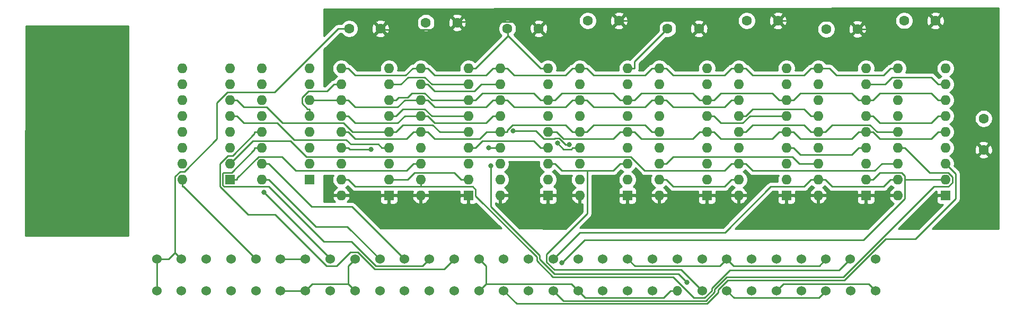
<source format=gbr>
%TF.GenerationSoftware,KiCad,Pcbnew,(5.1.10)-1*%
%TF.CreationDate,2021-06-21T22:38:47-07:00*%
%TF.ProjectId,A1050,41313035-302e-46b6-9963-61645f706362,rev?*%
%TF.SameCoordinates,Original*%
%TF.FileFunction,Copper,L1,Top*%
%TF.FilePolarity,Positive*%
%FSLAX46Y46*%
G04 Gerber Fmt 4.6, Leading zero omitted, Abs format (unit mm)*
G04 Created by KiCad (PCBNEW (5.1.10)-1) date 2021-06-21 22:38:47*
%MOMM*%
%LPD*%
G01*
G04 APERTURE LIST*
%TA.AperFunction,ComponentPad*%
%ADD10C,1.600000*%
%TD*%
%TA.AperFunction,ComponentPad*%
%ADD11C,1.524000*%
%TD*%
%TA.AperFunction,ComponentPad*%
%ADD12O,1.524000X1.524000*%
%TD*%
%TA.AperFunction,ComponentPad*%
%ADD13O,1.600000X1.600000*%
%TD*%
%TA.AperFunction,ComponentPad*%
%ADD14R,1.600000X1.600000*%
%TD*%
%TA.AperFunction,ViaPad*%
%ADD15C,0.800000*%
%TD*%
%TA.AperFunction,Conductor*%
%ADD16C,0.250000*%
%TD*%
%TA.AperFunction,Conductor*%
%ADD17C,0.254000*%
%TD*%
%TA.AperFunction,Conductor*%
%ADD18C,0.100000*%
%TD*%
%TA.AperFunction,NonConductor*%
%ADD19C,0.254000*%
%TD*%
%TA.AperFunction,NonConductor*%
%ADD20C,0.100000*%
%TD*%
G04 APERTURE END LIST*
D10*
%TO.P,C9,2*%
%TO.N,/GND*%
X249555000Y-114998000D03*
%TO.P,C9,1*%
%TO.N,/Vcc*%
X249555000Y-109998000D03*
%TD*%
%TO.P,C8,2*%
%TO.N,/GND*%
X153209000Y-95631000D03*
%TO.P,C8,1*%
%TO.N,/Vcc*%
X148209000Y-95631000D03*
%TD*%
%TO.P,C7,2*%
%TO.N,/GND*%
X165464000Y-94678500D03*
%TO.P,C7,1*%
%TO.N,/Vcc*%
X160464000Y-94678500D03*
%TD*%
%TO.P,C6,2*%
%TO.N,/GND*%
X178482000Y-95631000D03*
%TO.P,C6,1*%
%TO.N,/Vcc*%
X173482000Y-95631000D03*
%TD*%
%TO.P,C5,2*%
%TO.N,/GND*%
X191309000Y-94361000D03*
%TO.P,C5,1*%
%TO.N,/Vcc*%
X186309000Y-94361000D03*
%TD*%
%TO.P,C4,2*%
%TO.N,/GND*%
X204072000Y-95631000D03*
%TO.P,C4,1*%
%TO.N,/Vcc*%
X199072000Y-95631000D03*
%TD*%
%TO.P,C3,2*%
%TO.N,/GND*%
X216709000Y-94361000D03*
%TO.P,C3,1*%
%TO.N,/Vcc*%
X211709000Y-94361000D03*
%TD*%
%TO.P,C2,2*%
%TO.N,/GND*%
X229409000Y-95694500D03*
%TO.P,C2,1*%
%TO.N,/Vcc*%
X224409000Y-95694500D03*
%TD*%
%TO.P,C1,2*%
%TO.N,/GND*%
X241855000Y-94361000D03*
%TO.P,C1,1*%
%TO.N,/Vcc*%
X236855000Y-94361000D03*
%TD*%
D11*
%TO.P,J1,2*%
%TO.N,/D15*%
X228219000Y-132461000D03*
%TO.P,J1,1*%
%TO.N,/GND*%
X232299000Y-132461000D03*
%TO.P,J1,3*%
%TO.N,/Vcc*%
X224379000Y-132461000D03*
%TO.P,J1,4*%
%TO.N,/D12*%
X220419000Y-132461000D03*
%TO.P,J1,5*%
%TO.N,/GND*%
X216459000Y-132461000D03*
%TO.P,J1,10*%
%TO.N,/D7*%
X196659000Y-132461000D03*
%TO.P,J1,9*%
%TO.N,/GND*%
X200619000Y-132461000D03*
%TO.P,J1,8*%
%TO.N,/D8*%
X204579000Y-132461000D03*
%TO.P,J1,6*%
%TO.N,/D11*%
X212499000Y-132461000D03*
%TO.P,J1,7*%
%TO.N,/Vcc*%
X208539000Y-132461000D03*
%TO.P,J1,18*%
%TO.N,/A4*%
X164979000Y-132461000D03*
%TO.P,J1,16*%
%TO.N,/D0*%
X172899000Y-132461000D03*
%TO.P,J1,17*%
%TO.N,/GND*%
X168939000Y-132461000D03*
%TO.P,J1,19*%
%TO.N,/A5*%
X161019000Y-132461000D03*
%TO.P,J1,20*%
%TO.N,/A6*%
X157059000Y-132461000D03*
%TO.P,J1,15*%
%TO.N,/Vcc*%
X176859000Y-132461000D03*
%TO.P,J1,14*%
%TO.N,/D3*%
X180819000Y-132461000D03*
%TO.P,J1,13*%
%TO.N,/GND*%
X184779000Y-132461000D03*
%TO.P,J1,11*%
%TO.N,/Vcc*%
X192699000Y-132461000D03*
%TO.P,J1,12*%
%TO.N,/D4*%
X188739000Y-132461000D03*
%TO.P,J1,28*%
%TO.N,/CASL0\u002A*%
X125379000Y-132461000D03*
%TO.P,J1,26*%
%TO.N,/CASU0\u002A*%
X133299000Y-132461000D03*
%TO.P,J1,27*%
%TO.N,/GND*%
X129339000Y-132461000D03*
%TO.P,J1,29*%
%TO.N,/Vcc*%
X121419000Y-132461000D03*
%TO.P,J1,30*%
X117459000Y-132461000D03*
%TO.P,J1,25*%
%TO.N,/GND*%
X137259000Y-132461000D03*
%TO.P,J1,24*%
X141219000Y-132461000D03*
%TO.P,J1,23*%
%TO.N,/RAS\u002A*%
X145179000Y-132461000D03*
%TO.P,J1,21*%
%TO.N,/A7*%
X153099000Y-132461000D03*
%TO.P,J1,22*%
%TO.N,/GND*%
X149139000Y-132461000D03*
%TO.P,J1,Z*%
X149139000Y-137541000D03*
%TO.P,J1,Y*%
%TO.N,/A0*%
X153099000Y-137541000D03*
%TO.P,J1,AA*%
%TO.N,/RRW\u002A*%
X145179000Y-137541000D03*
%TO.P,J1,U*%
%TO.N,/GND*%
X168939000Y-137541000D03*
%TO.P,J1,T*%
%TO.N,/D1*%
X172899000Y-137541000D03*
%TO.P,J1,V*%
%TO.N,/A3*%
X164979000Y-137541000D03*
%TO.P,J1,C*%
%TO.N,/Vcc*%
X224379000Y-137541000D03*
%TO.P,J1,H*%
X208539000Y-137541000D03*
%TO.P,J1,F*%
%TO.N,/D10*%
X212499000Y-137541000D03*
%TO.P,J1,D*%
%TO.N,/D13*%
X220419000Y-137541000D03*
%TO.P,J1,J*%
%TO.N,/D9*%
X204579000Y-137541000D03*
%TO.P,J1,BB*%
%TO.N,/GND*%
X141219000Y-137541000D03*
%TO.P,J1,CC*%
X137259000Y-137541000D03*
%TO.P,J1,JJ*%
%TO.N,/Vcc*%
X117459000Y-137541000D03*
%TO.P,J1,W*%
%TO.N,/A2*%
X161019000Y-137541000D03*
%TO.P,J1,HH*%
%TO.N,/Vcc*%
X121419000Y-137541000D03*
%TO.P,J1,E*%
%TO.N,/GND*%
X216459000Y-137541000D03*
D12*
%TO.P,J1,K*%
X200619000Y-137541000D03*
D11*
%TO.P,J1,EE*%
X129339000Y-137541000D03*
%TO.P,J1,N*%
%TO.N,/D5*%
X188739000Y-137541000D03*
%TO.P,J1,M*%
%TO.N,/Vcc*%
X192699000Y-137541000D03*
%TO.P,J1,R*%
%TO.N,/D2*%
X180819000Y-137541000D03*
%TO.P,J1,DD*%
%TO.N,/CASU1\u002A*%
X133299000Y-137541000D03*
%TO.P,J1,L*%
%TO.N,/D6*%
X196659000Y-137541000D03*
%TO.P,J1,FF*%
%TO.N,/CASL1\u002A*%
X125379000Y-137541000D03*
%TO.P,J1,A*%
%TO.N,/GND*%
X232299000Y-137541000D03*
%TO.P,J1,P*%
X184779000Y-137541000D03*
%TO.P,J1,S*%
%TO.N,/Vcc*%
X176859000Y-137541000D03*
%TO.P,J1,X*%
%TO.N,/A1*%
X157059000Y-137541000D03*
%TO.P,J1,B*%
%TO.N,/D14*%
X228339000Y-137541000D03*
%TD*%
D13*
%TO.P,U8,18*%
%TO.N,/GND*%
X146939000Y-122301000D03*
%TO.P,U8,9*%
%TO.N,/Vcc*%
X154559000Y-101981000D03*
%TO.P,U8,17*%
%TO.N,/D15*%
X146939000Y-119761000D03*
%TO.P,U8,8*%
%TO.N,/A4R*%
X154559000Y-104521000D03*
%TO.P,U8,16*%
%TO.N,/CASU1R\u002A*%
X146939000Y-117221000D03*
%TO.P,U8,7*%
%TO.N,/A5R*%
X154559000Y-107061000D03*
%TO.P,U8,15*%
%TO.N,/D14*%
X146939000Y-114681000D03*
%TO.P,U8,6*%
%TO.N,/A6R*%
X154559000Y-109601000D03*
%TO.P,U8,14*%
%TO.N,/A0R*%
X146939000Y-112141000D03*
%TO.P,U8,5*%
%TO.N,/RASR\u002A*%
X154559000Y-112141000D03*
%TO.P,U8,13*%
%TO.N,/A1R*%
X146939000Y-109601000D03*
%TO.P,U8,4*%
%TO.N,/RRWR\u002A*%
X154559000Y-114681000D03*
%TO.P,U8,12*%
%TO.N,/A2R*%
X146939000Y-107061000D03*
%TO.P,U8,3*%
%TO.N,/D13*%
X154559000Y-117221000D03*
%TO.P,U8,11*%
%TO.N,/A3R*%
X146939000Y-104521000D03*
%TO.P,U8,2*%
%TO.N,/D12*%
X154559000Y-119761000D03*
%TO.P,U8,10*%
%TO.N,/A7R*%
X146939000Y-101981000D03*
D14*
%TO.P,U8,1*%
%TO.N,/GND*%
X154559000Y-122301000D03*
%TD*%
D13*
%TO.P,U7,18*%
%TO.N,/GND*%
X159639000Y-122301000D03*
%TO.P,U7,9*%
%TO.N,/Vcc*%
X167259000Y-101981000D03*
%TO.P,U7,17*%
%TO.N,/D15*%
X159639000Y-119761000D03*
%TO.P,U7,8*%
%TO.N,/A4R*%
X167259000Y-104521000D03*
%TO.P,U7,16*%
%TO.N,/CASU0R\u002A*%
X159639000Y-117221000D03*
%TO.P,U7,7*%
%TO.N,/A5R*%
X167259000Y-107061000D03*
%TO.P,U7,15*%
%TO.N,/D14*%
X159639000Y-114681000D03*
%TO.P,U7,6*%
%TO.N,/A6R*%
X167259000Y-109601000D03*
%TO.P,U7,14*%
%TO.N,/A0R*%
X159639000Y-112141000D03*
%TO.P,U7,5*%
%TO.N,/RASR\u002A*%
X167259000Y-112141000D03*
%TO.P,U7,13*%
%TO.N,/A1R*%
X159639000Y-109601000D03*
%TO.P,U7,4*%
%TO.N,/RRWR\u002A*%
X167259000Y-114681000D03*
%TO.P,U7,12*%
%TO.N,/A2R*%
X159639000Y-107061000D03*
%TO.P,U7,3*%
%TO.N,/D13*%
X167259000Y-117221000D03*
%TO.P,U7,11*%
%TO.N,/A3R*%
X159639000Y-104521000D03*
%TO.P,U7,2*%
%TO.N,/D12*%
X167259000Y-119761000D03*
%TO.P,U7,10*%
%TO.N,/A7R*%
X159639000Y-101981000D03*
D14*
%TO.P,U7,1*%
%TO.N,/GND*%
X167259000Y-122301000D03*
%TD*%
D13*
%TO.P,U6,18*%
%TO.N,/GND*%
X172339000Y-122301000D03*
%TO.P,U6,9*%
%TO.N,/Vcc*%
X179959000Y-101981000D03*
%TO.P,U6,17*%
%TO.N,/D11*%
X172339000Y-119761000D03*
%TO.P,U6,8*%
%TO.N,/A4R*%
X179959000Y-104521000D03*
%TO.P,U6,16*%
%TO.N,/CASU1R\u002A*%
X172339000Y-117221000D03*
%TO.P,U6,7*%
%TO.N,/A5R*%
X179959000Y-107061000D03*
%TO.P,U6,15*%
%TO.N,/D10*%
X172339000Y-114681000D03*
%TO.P,U6,6*%
%TO.N,/A6R*%
X179959000Y-109601000D03*
%TO.P,U6,14*%
%TO.N,/A0R*%
X172339000Y-112141000D03*
%TO.P,U6,5*%
%TO.N,/RASR\u002A*%
X179959000Y-112141000D03*
%TO.P,U6,13*%
%TO.N,/A1R*%
X172339000Y-109601000D03*
%TO.P,U6,4*%
%TO.N,/RRWR\u002A*%
X179959000Y-114681000D03*
%TO.P,U6,12*%
%TO.N,/A2R*%
X172339000Y-107061000D03*
%TO.P,U6,3*%
%TO.N,/D9*%
X179959000Y-117221000D03*
%TO.P,U6,11*%
%TO.N,/A3R*%
X172339000Y-104521000D03*
%TO.P,U6,2*%
%TO.N,/D8*%
X179959000Y-119761000D03*
%TO.P,U6,10*%
%TO.N,/A7R*%
X172339000Y-101981000D03*
D14*
%TO.P,U6,1*%
%TO.N,/GND*%
X179959000Y-122301000D03*
%TD*%
D13*
%TO.P,U5,18*%
%TO.N,/GND*%
X185039000Y-122301000D03*
%TO.P,U5,9*%
%TO.N,/Vcc*%
X192659000Y-101981000D03*
%TO.P,U5,17*%
%TO.N,/D11*%
X185039000Y-119761000D03*
%TO.P,U5,8*%
%TO.N,/A4R*%
X192659000Y-104521000D03*
%TO.P,U5,16*%
%TO.N,/CASU0R\u002A*%
X185039000Y-117221000D03*
%TO.P,U5,7*%
%TO.N,/A5R*%
X192659000Y-107061000D03*
%TO.P,U5,15*%
%TO.N,/D10*%
X185039000Y-114681000D03*
%TO.P,U5,6*%
%TO.N,/A6R*%
X192659000Y-109601000D03*
%TO.P,U5,14*%
%TO.N,/A0R*%
X185039000Y-112141000D03*
%TO.P,U5,5*%
%TO.N,/RASR\u002A*%
X192659000Y-112141000D03*
%TO.P,U5,13*%
%TO.N,/A1R*%
X185039000Y-109601000D03*
%TO.P,U5,4*%
%TO.N,/RRWR\u002A*%
X192659000Y-114681000D03*
%TO.P,U5,12*%
%TO.N,/A2R*%
X185039000Y-107061000D03*
%TO.P,U5,3*%
%TO.N,/D9*%
X192659000Y-117221000D03*
%TO.P,U5,11*%
%TO.N,/A3R*%
X185039000Y-104521000D03*
%TO.P,U5,2*%
%TO.N,/D8*%
X192659000Y-119761000D03*
%TO.P,U5,10*%
%TO.N,/A7R*%
X185039000Y-101981000D03*
D14*
%TO.P,U5,1*%
%TO.N,/GND*%
X192659000Y-122301000D03*
%TD*%
D13*
%TO.P,U4,18*%
%TO.N,/GND*%
X197739000Y-122301000D03*
%TO.P,U4,9*%
%TO.N,/Vcc*%
X205359000Y-101981000D03*
%TO.P,U4,17*%
%TO.N,/D7*%
X197739000Y-119761000D03*
%TO.P,U4,8*%
%TO.N,/A4R*%
X205359000Y-104521000D03*
%TO.P,U4,16*%
%TO.N,/CASL1R\u002A*%
X197739000Y-117221000D03*
%TO.P,U4,7*%
%TO.N,/A5R*%
X205359000Y-107061000D03*
%TO.P,U4,15*%
%TO.N,/D6*%
X197739000Y-114681000D03*
%TO.P,U4,6*%
%TO.N,/A6R*%
X205359000Y-109601000D03*
%TO.P,U4,14*%
%TO.N,/A0R*%
X197739000Y-112141000D03*
%TO.P,U4,5*%
%TO.N,/RASR\u002A*%
X205359000Y-112141000D03*
%TO.P,U4,13*%
%TO.N,/A1R*%
X197739000Y-109601000D03*
%TO.P,U4,4*%
%TO.N,/RRWR\u002A*%
X205359000Y-114681000D03*
%TO.P,U4,12*%
%TO.N,/A2R*%
X197739000Y-107061000D03*
%TO.P,U4,3*%
%TO.N,/D5*%
X205359000Y-117221000D03*
%TO.P,U4,11*%
%TO.N,/A3R*%
X197739000Y-104521000D03*
%TO.P,U4,2*%
%TO.N,/D4*%
X205359000Y-119761000D03*
%TO.P,U4,10*%
%TO.N,/A7R*%
X197739000Y-101981000D03*
D14*
%TO.P,U4,1*%
%TO.N,/GND*%
X205359000Y-122301000D03*
%TD*%
D13*
%TO.P,U3,18*%
%TO.N,/GND*%
X210439000Y-122301000D03*
%TO.P,U3,9*%
%TO.N,/Vcc*%
X218059000Y-101981000D03*
%TO.P,U3,17*%
%TO.N,/D7*%
X210439000Y-119761000D03*
%TO.P,U3,8*%
%TO.N,/A4R*%
X218059000Y-104521000D03*
%TO.P,U3,16*%
%TO.N,/CASL0R\u002A*%
X210439000Y-117221000D03*
%TO.P,U3,7*%
%TO.N,/A5R*%
X218059000Y-107061000D03*
%TO.P,U3,15*%
%TO.N,/D6*%
X210439000Y-114681000D03*
%TO.P,U3,6*%
%TO.N,/A6R*%
X218059000Y-109601000D03*
%TO.P,U3,14*%
%TO.N,/A0R*%
X210439000Y-112141000D03*
%TO.P,U3,5*%
%TO.N,/RASR\u002A*%
X218059000Y-112141000D03*
%TO.P,U3,13*%
%TO.N,/A1R*%
X210439000Y-109601000D03*
%TO.P,U3,4*%
%TO.N,/RRWR\u002A*%
X218059000Y-114681000D03*
%TO.P,U3,12*%
%TO.N,/A2R*%
X210439000Y-107061000D03*
%TO.P,U3,3*%
%TO.N,/D5*%
X218059000Y-117221000D03*
%TO.P,U3,11*%
%TO.N,/A3R*%
X210439000Y-104521000D03*
%TO.P,U3,2*%
%TO.N,/D4*%
X218059000Y-119761000D03*
%TO.P,U3,10*%
%TO.N,/A7R*%
X210439000Y-101981000D03*
D14*
%TO.P,U3,1*%
%TO.N,/GND*%
X218059000Y-122301000D03*
%TD*%
D13*
%TO.P,U2,18*%
%TO.N,/GND*%
X223139000Y-122301000D03*
%TO.P,U2,9*%
%TO.N,/Vcc*%
X230759000Y-101981000D03*
%TO.P,U2,17*%
%TO.N,/D3*%
X223139000Y-119761000D03*
%TO.P,U2,8*%
%TO.N,/A4R*%
X230759000Y-104521000D03*
%TO.P,U2,16*%
%TO.N,/CASL1R\u002A*%
X223139000Y-117221000D03*
%TO.P,U2,7*%
%TO.N,/A5R*%
X230759000Y-107061000D03*
%TO.P,U2,15*%
%TO.N,/D2*%
X223139000Y-114681000D03*
%TO.P,U2,6*%
%TO.N,/A6R*%
X230759000Y-109601000D03*
%TO.P,U2,14*%
%TO.N,/A0R*%
X223139000Y-112141000D03*
%TO.P,U2,5*%
%TO.N,/RASR\u002A*%
X230759000Y-112141000D03*
%TO.P,U2,13*%
%TO.N,/A1R*%
X223139000Y-109601000D03*
%TO.P,U2,4*%
%TO.N,/RRWR\u002A*%
X230759000Y-114681000D03*
%TO.P,U2,12*%
%TO.N,/A2R*%
X223139000Y-107061000D03*
%TO.P,U2,3*%
%TO.N,/D1*%
X230759000Y-117221000D03*
%TO.P,U2,11*%
%TO.N,/A3R*%
X223139000Y-104521000D03*
%TO.P,U2,2*%
%TO.N,/D0*%
X230759000Y-119761000D03*
%TO.P,U2,10*%
%TO.N,/A7R*%
X223139000Y-101981000D03*
D14*
%TO.P,U2,1*%
%TO.N,/GND*%
X230759000Y-122301000D03*
%TD*%
D13*
%TO.P,U1,18*%
%TO.N,/GND*%
X235839000Y-122301000D03*
%TO.P,U1,9*%
%TO.N,/Vcc*%
X243459000Y-101981000D03*
%TO.P,U1,17*%
%TO.N,/D3*%
X235839000Y-119761000D03*
%TO.P,U1,8*%
%TO.N,/A4R*%
X243459000Y-104521000D03*
%TO.P,U1,16*%
%TO.N,/CASL0R\u002A*%
X235839000Y-117221000D03*
%TO.P,U1,7*%
%TO.N,/A5R*%
X243459000Y-107061000D03*
%TO.P,U1,15*%
%TO.N,/D2*%
X235839000Y-114681000D03*
%TO.P,U1,6*%
%TO.N,/A6R*%
X243459000Y-109601000D03*
%TO.P,U1,14*%
%TO.N,/A0R*%
X235839000Y-112141000D03*
%TO.P,U1,5*%
%TO.N,/RASR\u002A*%
X243459000Y-112141000D03*
%TO.P,U1,13*%
%TO.N,/A1R*%
X235839000Y-109601000D03*
%TO.P,U1,4*%
%TO.N,/RRWR\u002A*%
X243459000Y-114681000D03*
%TO.P,U1,12*%
%TO.N,/A2R*%
X235839000Y-107061000D03*
%TO.P,U1,3*%
%TO.N,/D1*%
X243459000Y-117221000D03*
%TO.P,U1,11*%
%TO.N,/A3R*%
X235839000Y-104521000D03*
%TO.P,U1,2*%
%TO.N,/D0*%
X243459000Y-119761000D03*
%TO.P,U1,10*%
%TO.N,/A7R*%
X235839000Y-101981000D03*
D14*
%TO.P,U1,1*%
%TO.N,/GND*%
X243459000Y-122301000D03*
%TD*%
D13*
%TO.P,RN2,16*%
%TO.N,/CASU0\u002A*%
X121539000Y-119761000D03*
%TO.P,RN2,8*%
%TO.N,Net-(RN2-Pad8)*%
X129159000Y-101981000D03*
%TO.P,RN2,15*%
%TO.N,/CASL0\u002A*%
X121539000Y-117221000D03*
%TO.P,RN2,7*%
%TO.N,Net-(RN2-Pad7)*%
X129159000Y-104521000D03*
%TO.P,RN2,14*%
%TO.N,/CASU1\u002A*%
X121539000Y-114681000D03*
%TO.P,RN2,6*%
%TO.N,/RASR\u002A*%
X129159000Y-107061000D03*
%TO.P,RN2,13*%
%TO.N,/CASL1\u002A*%
X121539000Y-112141000D03*
%TO.P,RN2,5*%
%TO.N,/RRWR\u002A*%
X129159000Y-109601000D03*
%TO.P,RN2,12*%
%TO.N,/RRW\u002A*%
X121539000Y-109601000D03*
%TO.P,RN2,4*%
%TO.N,/CASL1R\u002A*%
X129159000Y-112141000D03*
%TO.P,RN2,11*%
%TO.N,/RAS\u002A*%
X121539000Y-107061000D03*
%TO.P,RN2,3*%
%TO.N,/CASU1R\u002A*%
X129159000Y-114681000D03*
%TO.P,RN2,10*%
%TO.N,Net-(RN2-Pad10)*%
X121539000Y-104521000D03*
%TO.P,RN2,2*%
%TO.N,/CASL0R\u002A*%
X129159000Y-117221000D03*
%TO.P,RN2,9*%
%TO.N,Net-(RN2-Pad9)*%
X121539000Y-101981000D03*
D14*
%TO.P,RN2,1*%
%TO.N,/CASU0R\u002A*%
X129159000Y-119761000D03*
%TD*%
D13*
%TO.P,RN1,16*%
%TO.N,/A7*%
X134239000Y-119761000D03*
%TO.P,RN1,8*%
%TO.N,/A0R*%
X141859000Y-101981000D03*
%TO.P,RN1,15*%
%TO.N,/A6*%
X134239000Y-117221000D03*
%TO.P,RN1,7*%
%TO.N,/A1R*%
X141859000Y-104521000D03*
%TO.P,RN1,14*%
%TO.N,/A5*%
X134239000Y-114681000D03*
%TO.P,RN1,6*%
%TO.N,/A2R*%
X141859000Y-107061000D03*
%TO.P,RN1,13*%
%TO.N,/A4*%
X134239000Y-112141000D03*
%TO.P,RN1,5*%
%TO.N,/A3R*%
X141859000Y-109601000D03*
%TO.P,RN1,12*%
%TO.N,/A3*%
X134239000Y-109601000D03*
%TO.P,RN1,4*%
%TO.N,/A4R*%
X141859000Y-112141000D03*
%TO.P,RN1,11*%
%TO.N,/A2*%
X134239000Y-107061000D03*
%TO.P,RN1,3*%
%TO.N,/A5R*%
X141859000Y-114681000D03*
%TO.P,RN1,10*%
%TO.N,/A1*%
X134239000Y-104521000D03*
%TO.P,RN1,2*%
%TO.N,/A6R*%
X141859000Y-117221000D03*
%TO.P,RN1,9*%
%TO.N,/A0*%
X134239000Y-101981000D03*
D14*
%TO.P,RN1,1*%
%TO.N,/A7R*%
X141859000Y-119761000D03*
%TD*%
D15*
%TO.N,/D14*%
X151731400Y-114949100D03*
%TO.N,/D10*%
X202186600Y-136188200D03*
X170826800Y-117586800D03*
X170468800Y-114681000D03*
X181471200Y-113942600D03*
%TO.N,/D0*%
X182157400Y-133083100D03*
%TO.N,/RAS\u002A*%
X134618500Y-121796200D03*
%TO.N,/CASL1R\u002A*%
X183334500Y-114202600D03*
X174428700Y-112011700D03*
%TD*%
D16*
%TO.N,/GND*%
X223139000Y-122301000D02*
X218059000Y-122301000D01*
X230759000Y-122301000D02*
X223139000Y-122301000D01*
X200619000Y-137541000D02*
X199531700Y-137541000D01*
X199531700Y-137541000D02*
X198398100Y-138674600D01*
X198398100Y-138674600D02*
X185912600Y-138674600D01*
X185912600Y-138674600D02*
X184779000Y-137541000D01*
X170037100Y-136442900D02*
X183680900Y-136442900D01*
X183680900Y-136442900D02*
X184779000Y-137541000D01*
X165464000Y-94678500D02*
X164323300Y-95819200D01*
X164323300Y-95819200D02*
X153397200Y-95819200D01*
X153397200Y-95819200D02*
X153209000Y-95631000D01*
X178482000Y-95631000D02*
X177344200Y-94493200D01*
X177344200Y-94493200D02*
X165649300Y-94493200D01*
X165649300Y-94493200D02*
X165464000Y-94678500D01*
X210439000Y-122301000D02*
X205359000Y-122301000D01*
X232299000Y-137541000D02*
X231201500Y-136443500D01*
X231201500Y-136443500D02*
X217556500Y-136443500D01*
X217556500Y-136443500D02*
X216459000Y-137541000D01*
X179959000Y-122301000D02*
X178833700Y-122301000D01*
X178833700Y-122301000D02*
X173464300Y-122301000D01*
X185039000Y-122301000D02*
X179959000Y-122301000D01*
X172339000Y-122301000D02*
X173464300Y-122301000D01*
X168939000Y-137541000D02*
X170037100Y-136442900D01*
X168939000Y-132461000D02*
X170037100Y-133559100D01*
X170037100Y-133559100D02*
X170037100Y-136442900D01*
X167259000Y-122301000D02*
X160764300Y-122301000D01*
X148051600Y-136453600D02*
X148051600Y-133548400D01*
X148051600Y-133548400D02*
X149139000Y-132461000D01*
X149139000Y-137541000D02*
X148051600Y-136453600D01*
X148051600Y-136453600D02*
X142306400Y-136453600D01*
X142306400Y-136453600D02*
X141219000Y-137541000D01*
X235839000Y-122301000D02*
X230759000Y-122301000D01*
X141219000Y-137541000D02*
X137259000Y-137541000D01*
X241855000Y-94361000D02*
X240521500Y-95694500D01*
X240521500Y-95694500D02*
X229409000Y-95694500D01*
X205359000Y-122301000D02*
X198864300Y-122301000D01*
X197739000Y-122301000D02*
X198864300Y-122301000D01*
X159639000Y-122301000D02*
X160764300Y-122301000D01*
X204072000Y-95631000D02*
X202802000Y-94361000D01*
X202802000Y-94361000D02*
X191309000Y-94361000D01*
X229409000Y-95694500D02*
X228075500Y-94361000D01*
X228075500Y-94361000D02*
X216709000Y-94361000D01*
X141219000Y-132461000D02*
X137259000Y-132461000D01*
X159639000Y-122301000D02*
X154559000Y-122301000D01*
X197739000Y-122301000D02*
X192659000Y-122301000D01*
%TO.N,/D15*%
X159639000Y-120886300D02*
X167933400Y-120886300D01*
X167933400Y-120886300D02*
X168384400Y-121337300D01*
X168384400Y-121337300D02*
X168384400Y-122356700D01*
X168384400Y-122356700D02*
X178173800Y-132146100D01*
X178173800Y-132146100D02*
X178173800Y-132726600D01*
X178173800Y-132726600D02*
X180775100Y-135327900D01*
X180775100Y-135327900D02*
X199945200Y-135327900D01*
X199945200Y-135327900D02*
X203291900Y-138674600D01*
X203291900Y-138674600D02*
X204988200Y-138674600D01*
X204988200Y-138674600D02*
X206130100Y-137532700D01*
X206130100Y-137532700D02*
X206130100Y-137135700D01*
X206130100Y-137135700D02*
X209057200Y-134208600D01*
X209057200Y-134208600D02*
X226471400Y-134208600D01*
X226471400Y-134208600D02*
X228219000Y-132461000D01*
X159639000Y-120886300D02*
X149189600Y-120886300D01*
X149189600Y-120886300D02*
X148064300Y-119761000D01*
X159639000Y-119761000D02*
X159639000Y-120886300D01*
X146939000Y-119761000D02*
X148064300Y-119761000D01*
%TO.N,/D14*%
X146939000Y-114681000D02*
X148064300Y-114681000D01*
X151731400Y-114949100D02*
X148332400Y-114949100D01*
X148332400Y-114949100D02*
X148064300Y-114681000D01*
%TO.N,/D12*%
X167259000Y-119761000D02*
X166133700Y-119761000D01*
X166133700Y-119761000D02*
X164997400Y-118624700D01*
X164997400Y-118624700D02*
X158685600Y-118624700D01*
X158685600Y-118624700D02*
X157549300Y-119761000D01*
X157549300Y-119761000D02*
X154559000Y-119761000D01*
%TO.N,/D10*%
X170826800Y-117586800D02*
X170826800Y-124049700D01*
X170826800Y-124049700D02*
X178624200Y-131847100D01*
X178624200Y-131847100D02*
X178624200Y-132483900D01*
X178624200Y-132483900D02*
X180961200Y-134820900D01*
X180961200Y-134820900D02*
X200819300Y-134820900D01*
X200819300Y-134820900D02*
X202186600Y-136188200D01*
X185039000Y-114681000D02*
X183913700Y-114681000D01*
X181471200Y-113942600D02*
X182456500Y-114927900D01*
X182456500Y-114927900D02*
X183666800Y-114927900D01*
X183666800Y-114927900D02*
X183913700Y-114681000D01*
X172339000Y-114681000D02*
X170468800Y-114681000D01*
%TO.N,/D9*%
X186210100Y-118346300D02*
X182209600Y-118346300D01*
X182209600Y-118346300D02*
X181084300Y-117221000D01*
X191533700Y-117221000D02*
X190408400Y-118346300D01*
X190408400Y-118346300D02*
X186210100Y-118346300D01*
X186210100Y-118346300D02*
X186210100Y-125204500D01*
X186210100Y-125204500D02*
X179720200Y-131694400D01*
X179720200Y-131694400D02*
X179720200Y-132942900D01*
X179720200Y-132942900D02*
X180969800Y-134192500D01*
X180969800Y-134192500D02*
X201230500Y-134192500D01*
X201230500Y-134192500D02*
X204579000Y-137541000D01*
X179959000Y-117221000D02*
X181084300Y-117221000D01*
X192659000Y-117221000D02*
X191533700Y-117221000D01*
%TO.N,/D7*%
X197739000Y-119761000D02*
X198864300Y-119761000D01*
X210439000Y-119761000D02*
X209313700Y-119761000D01*
X209313700Y-119761000D02*
X208188400Y-120886300D01*
X208188400Y-120886300D02*
X199989600Y-120886300D01*
X199989600Y-120886300D02*
X198864300Y-119761000D01*
%TO.N,/D3*%
X223139000Y-119761000D02*
X224264300Y-119761000D01*
X235839000Y-119761000D02*
X234713700Y-119761000D01*
X234713700Y-119761000D02*
X233588400Y-120886300D01*
X233588400Y-120886300D02*
X225389600Y-120886300D01*
X225389600Y-120886300D02*
X224264300Y-119761000D01*
X223139000Y-119761000D02*
X222013700Y-119761000D01*
X222013700Y-119761000D02*
X220888400Y-120886300D01*
X220888400Y-120886300D02*
X215542800Y-120886300D01*
X215542800Y-120886300D02*
X208231800Y-128197300D01*
X208231800Y-128197300D02*
X185082700Y-128197300D01*
X185082700Y-128197300D02*
X180819000Y-132461000D01*
%TO.N,/D2*%
X236964300Y-114681000D02*
X240916100Y-118632800D01*
X240916100Y-118632800D02*
X243924800Y-118632800D01*
X243924800Y-118632800D02*
X244588900Y-119296900D01*
X244588900Y-119296900D02*
X244588900Y-120236100D01*
X244588900Y-120236100D02*
X243936400Y-120888600D01*
X243936400Y-120888600D02*
X241624600Y-120888600D01*
X241624600Y-120888600D02*
X227139300Y-135373900D01*
X227139300Y-135373900D02*
X208528800Y-135373900D01*
X208528800Y-135373900D02*
X206580400Y-137322300D01*
X206580400Y-137322300D02*
X206580400Y-137720400D01*
X206580400Y-137720400D02*
X205175800Y-139125000D01*
X205175800Y-139125000D02*
X182403000Y-139125000D01*
X182403000Y-139125000D02*
X180819000Y-137541000D01*
X235839000Y-114681000D02*
X236964300Y-114681000D01*
%TO.N,/D0*%
X236980900Y-119761000D02*
X236980900Y-122792800D01*
X236980900Y-122792800D02*
X230386900Y-129386800D01*
X230386900Y-129386800D02*
X185853700Y-129386800D01*
X185853700Y-129386800D02*
X182157400Y-133083100D01*
X236980900Y-119761000D02*
X242333700Y-119761000D01*
X231884300Y-119761000D02*
X233009600Y-118635700D01*
X233009600Y-118635700D02*
X236418300Y-118635700D01*
X236418300Y-118635700D02*
X236980900Y-119198300D01*
X236980900Y-119198300D02*
X236980900Y-119761000D01*
X243459000Y-119761000D02*
X242333700Y-119761000D01*
X230759000Y-119761000D02*
X231884300Y-119761000D01*
%TO.N,/D1*%
X243459000Y-117221000D02*
X245050000Y-118812000D01*
X245050000Y-118812000D02*
X245050000Y-122841500D01*
X245050000Y-122841500D02*
X238666900Y-129224600D01*
X238666900Y-129224600D02*
X233925500Y-129224600D01*
X233925500Y-129224600D02*
X227325900Y-135824200D01*
X227325900Y-135824200D02*
X208715400Y-135824200D01*
X208715400Y-135824200D02*
X207190000Y-137349600D01*
X207190000Y-137349600D02*
X207190000Y-137784400D01*
X207190000Y-137784400D02*
X205359700Y-139614700D01*
X205359700Y-139614700D02*
X174972700Y-139614700D01*
X174972700Y-139614700D02*
X172899000Y-137541000D01*
%TO.N,/A4*%
X134239000Y-112141000D02*
X133113700Y-112141000D01*
X133113700Y-112141000D02*
X133113700Y-112422300D01*
X133113700Y-112422300D02*
X129585000Y-115951000D01*
X129585000Y-115951000D02*
X128825100Y-115951000D01*
X128825100Y-115951000D02*
X127542900Y-117233200D01*
X127542900Y-117233200D02*
X127542900Y-120842300D01*
X127542900Y-120842300D02*
X132026100Y-125325500D01*
X132026100Y-125325500D02*
X136336000Y-125325500D01*
X136336000Y-125325500D02*
X144589400Y-133578900D01*
X144589400Y-133578900D02*
X146172700Y-133578900D01*
X146172700Y-133578900D02*
X148424500Y-131327100D01*
X148424500Y-131327100D02*
X149588900Y-131327100D01*
X149588900Y-131327100D02*
X152310300Y-134048500D01*
X152310300Y-134048500D02*
X163391500Y-134048500D01*
X163391500Y-134048500D02*
X164979000Y-132461000D01*
%TO.N,/A5*%
X134239000Y-114681000D02*
X133113700Y-114681000D01*
X133113700Y-114681000D02*
X133113700Y-114962300D01*
X133113700Y-114962300D02*
X129440400Y-118635600D01*
X129440400Y-118635600D02*
X128160200Y-118635600D01*
X128160200Y-118635600D02*
X128033600Y-118762200D01*
X128033600Y-118762200D02*
X128033600Y-120696100D01*
X128033600Y-120696100D02*
X128235600Y-120898100D01*
X128235600Y-120898100D02*
X135390800Y-120898100D01*
X135390800Y-120898100D02*
X144187700Y-129695000D01*
X144187700Y-129695000D02*
X148593700Y-129695000D01*
X148593700Y-129695000D02*
X152496800Y-133598100D01*
X152496800Y-133598100D02*
X159881900Y-133598100D01*
X159881900Y-133598100D02*
X161019000Y-132461000D01*
%TO.N,/A6*%
X157059000Y-132461000D02*
X148693800Y-124095800D01*
X148693800Y-124095800D02*
X142239100Y-124095800D01*
X142239100Y-124095800D02*
X135364300Y-117221000D01*
X134239000Y-117221000D02*
X135364300Y-117221000D01*
%TO.N,/A7*%
X153099000Y-132461000D02*
X147931100Y-127293100D01*
X147931100Y-127293100D02*
X142896400Y-127293100D01*
X142896400Y-127293100D02*
X135364300Y-119761000D01*
X134239000Y-119761000D02*
X135364300Y-119761000D01*
%TO.N,/RAS\u002A*%
X145179000Y-132461000D02*
X145179000Y-132356700D01*
X145179000Y-132356700D02*
X134618500Y-121796200D01*
%TO.N,/CASU0\u002A*%
X121539000Y-119761000D02*
X121539000Y-120886300D01*
X121539000Y-120886300D02*
X121724300Y-120886300D01*
X121724300Y-120886300D02*
X133299000Y-132461000D01*
%TO.N,/Vcc*%
X224379000Y-132461000D02*
X223291600Y-133548400D01*
X223291600Y-133548400D02*
X209626400Y-133548400D01*
X209626400Y-133548400D02*
X208539000Y-132461000D01*
X208539000Y-132461000D02*
X207411100Y-133588900D01*
X207411100Y-133588900D02*
X193826900Y-133588900D01*
X193826900Y-133588900D02*
X192699000Y-132461000D01*
X117459000Y-132461000D02*
X119366000Y-132461000D01*
X119366000Y-132461000D02*
X120392500Y-131434500D01*
X120392500Y-131434500D02*
X121419000Y-132461000D01*
X148209000Y-95631000D02*
X146458500Y-95631000D01*
X146458500Y-95631000D02*
X136298500Y-105791000D01*
X136298500Y-105791000D02*
X128762200Y-105791000D01*
X128762200Y-105791000D02*
X127092500Y-107460700D01*
X127092500Y-107460700D02*
X127092500Y-113265000D01*
X127092500Y-113265000D02*
X121866500Y-118491000D01*
X121866500Y-118491000D02*
X121186900Y-118491000D01*
X121186900Y-118491000D02*
X120392500Y-119285400D01*
X120392500Y-119285400D02*
X120392500Y-131434500D01*
X117459000Y-137541000D02*
X117459000Y-132461000D01*
X224379000Y-137541000D02*
X223249100Y-138670900D01*
X223249100Y-138670900D02*
X209668900Y-138670900D01*
X209668900Y-138670900D02*
X208539000Y-137541000D01*
X192659000Y-101981000D02*
X193784300Y-101981000D01*
X199072000Y-95631000D02*
X193784300Y-100918700D01*
X193784300Y-100918700D02*
X193784300Y-101981000D01*
X173586200Y-96779100D02*
X168384300Y-101981000D01*
X178833700Y-101981000D02*
X173631800Y-96779100D01*
X173631800Y-96779100D02*
X173586200Y-96779100D01*
X173586200Y-96779100D02*
X173586200Y-95735200D01*
X173586200Y-95735200D02*
X173482000Y-95631000D01*
X167259000Y-101981000D02*
X168384300Y-101981000D01*
X179959000Y-101981000D02*
X178833700Y-101981000D01*
%TO.N,/A4R*%
X167259000Y-104521000D02*
X161401200Y-104521000D01*
X161401200Y-104521000D02*
X160270800Y-103390600D01*
X160270800Y-103390600D02*
X157597200Y-103390600D01*
X157597200Y-103390600D02*
X156466800Y-104521000D01*
X156466800Y-104521000D02*
X155684300Y-104521000D01*
X154559000Y-104521000D02*
X155684300Y-104521000D01*
X243459000Y-104521000D02*
X242333700Y-104521000D01*
X242333700Y-104521000D02*
X241200500Y-103387800D01*
X241200500Y-103387800D02*
X234920600Y-103387800D01*
X234920600Y-103387800D02*
X233787400Y-104521000D01*
X233787400Y-104521000D02*
X230759000Y-104521000D01*
%TO.N,/CASL0R\u002A*%
X210439000Y-117221000D02*
X209313700Y-117221000D01*
X129159000Y-117221000D02*
X132824300Y-113555700D01*
X132824300Y-113555700D02*
X138864200Y-113555700D01*
X138864200Y-113555700D02*
X141404200Y-116095700D01*
X141404200Y-116095700D02*
X193173500Y-116095700D01*
X193173500Y-116095700D02*
X195424100Y-118346300D01*
X195424100Y-118346300D02*
X208188400Y-118346300D01*
X208188400Y-118346300D02*
X209313700Y-117221000D01*
X235839000Y-117221000D02*
X233294300Y-117221000D01*
X233294300Y-117221000D02*
X232169000Y-118346300D01*
X232169000Y-118346300D02*
X212689600Y-118346300D01*
X212689600Y-118346300D02*
X211564300Y-117221000D01*
X210439000Y-117221000D02*
X211564300Y-117221000D01*
%TO.N,/A5R*%
X154559000Y-107061000D02*
X155684300Y-107061000D01*
X155684300Y-107061000D02*
X156134700Y-106610600D01*
X156134700Y-106610600D02*
X157554100Y-106610600D01*
X157554100Y-106610600D02*
X158230000Y-105934700D01*
X158230000Y-105934700D02*
X160274900Y-105934700D01*
X160274900Y-105934700D02*
X161401200Y-107061000D01*
X161401200Y-107061000D02*
X167259000Y-107061000D01*
X167259000Y-107061000D02*
X168384300Y-107061000D01*
X178833700Y-107061000D02*
X177708400Y-105935700D01*
X177708400Y-105935700D02*
X169509600Y-105935700D01*
X169509600Y-105935700D02*
X168384300Y-107061000D01*
X218059000Y-107061000D02*
X216933700Y-107061000D01*
X205359000Y-107061000D02*
X206484300Y-107061000D01*
X206484300Y-107061000D02*
X207609600Y-105935700D01*
X207609600Y-105935700D02*
X215808400Y-105935700D01*
X215808400Y-105935700D02*
X216933700Y-107061000D01*
X204796400Y-107061000D02*
X205359000Y-107061000D01*
X204796400Y-107061000D02*
X204233700Y-107061000D01*
X230759000Y-107061000D02*
X229633700Y-107061000D01*
X218059000Y-107061000D02*
X219184300Y-107061000D01*
X219184300Y-107061000D02*
X220309600Y-105935700D01*
X220309600Y-105935700D02*
X228508400Y-105935700D01*
X228508400Y-105935700D02*
X229633700Y-107061000D01*
X243459000Y-107061000D02*
X242333700Y-107061000D01*
X230759000Y-107061000D02*
X231884300Y-107061000D01*
X231884300Y-107061000D02*
X233009600Y-105935700D01*
X233009600Y-105935700D02*
X241208400Y-105935700D01*
X241208400Y-105935700D02*
X242333700Y-107061000D01*
X179959000Y-107061000D02*
X178833700Y-107061000D01*
X180521700Y-107061000D02*
X179959000Y-107061000D01*
X180521700Y-107061000D02*
X181084300Y-107061000D01*
X192659000Y-107061000D02*
X191533700Y-107061000D01*
X191533700Y-107061000D02*
X190408400Y-105935700D01*
X190408400Y-105935700D02*
X182209600Y-105935700D01*
X182209600Y-105935700D02*
X181084300Y-107061000D01*
X193221700Y-107061000D02*
X192659000Y-107061000D01*
X193221700Y-107061000D02*
X193784300Y-107061000D01*
X204233700Y-107061000D02*
X203108400Y-105935700D01*
X203108400Y-105935700D02*
X194909600Y-105935700D01*
X194909600Y-105935700D02*
X193784300Y-107061000D01*
%TO.N,/A6R*%
X205359000Y-109601000D02*
X206484300Y-109601000D01*
X206484300Y-109601000D02*
X207617500Y-110734200D01*
X207617500Y-110734200D02*
X211068000Y-110734200D01*
X211068000Y-110734200D02*
X212201200Y-109601000D01*
X212201200Y-109601000D02*
X218059000Y-109601000D01*
X154559000Y-109601000D02*
X155684300Y-109601000D01*
X155684300Y-109601000D02*
X156817500Y-108467800D01*
X156817500Y-108467800D02*
X160268000Y-108467800D01*
X160268000Y-108467800D02*
X161401200Y-109601000D01*
X161401200Y-109601000D02*
X167259000Y-109601000D01*
X230759000Y-109601000D02*
X231884300Y-109601000D01*
X243459000Y-109601000D02*
X242333700Y-109601000D01*
X242333700Y-109601000D02*
X241208400Y-110726300D01*
X241208400Y-110726300D02*
X233009600Y-110726300D01*
X233009600Y-110726300D02*
X231884300Y-109601000D01*
%TO.N,/A0R*%
X172339000Y-112141000D02*
X173464300Y-112141000D01*
X173464300Y-112141000D02*
X173464300Y-111859600D01*
X173464300Y-111859600D02*
X174308200Y-111015700D01*
X174308200Y-111015700D02*
X182788400Y-111015700D01*
X182788400Y-111015700D02*
X183913700Y-112141000D01*
X160764300Y-112141000D02*
X161893600Y-113270300D01*
X161893600Y-113270300D02*
X169065500Y-113270300D01*
X169065500Y-113270300D02*
X170194800Y-112141000D01*
X170194800Y-112141000D02*
X172339000Y-112141000D01*
X185039000Y-112141000D02*
X183913700Y-112141000D01*
X146939000Y-112141000D02*
X148064300Y-112141000D01*
X223139000Y-112141000D02*
X222013700Y-112141000D01*
X210439000Y-112141000D02*
X211564300Y-112141000D01*
X211564300Y-112141000D02*
X212689600Y-111015700D01*
X212689600Y-111015700D02*
X220888400Y-111015700D01*
X220888400Y-111015700D02*
X222013700Y-112141000D01*
X158513700Y-112141000D02*
X157388400Y-113266300D01*
X157388400Y-113266300D02*
X149189600Y-113266300D01*
X149189600Y-113266300D02*
X148064300Y-112141000D01*
X159639000Y-112141000D02*
X158513700Y-112141000D01*
X160201700Y-112141000D02*
X159639000Y-112141000D01*
X160201700Y-112141000D02*
X160764300Y-112141000D01*
X223139000Y-112141000D02*
X224264300Y-112141000D01*
X224264300Y-112141000D02*
X225390600Y-111014700D01*
X225390600Y-111014700D02*
X231394900Y-111014700D01*
X231394900Y-111014700D02*
X232521200Y-112141000D01*
X232521200Y-112141000D02*
X235839000Y-112141000D01*
X197739000Y-112141000D02*
X196613700Y-112141000D01*
X185039000Y-112141000D02*
X186164300Y-112141000D01*
X186164300Y-112141000D02*
X187289600Y-111015700D01*
X187289600Y-111015700D02*
X195488400Y-111015700D01*
X195488400Y-111015700D02*
X196613700Y-112141000D01*
%TO.N,/RASR\u002A*%
X205359000Y-112141000D02*
X204233700Y-112141000D01*
X192659000Y-112141000D02*
X193784300Y-112141000D01*
X193784300Y-112141000D02*
X194909600Y-113266300D01*
X194909600Y-113266300D02*
X203108400Y-113266300D01*
X203108400Y-113266300D02*
X204233700Y-112141000D01*
X192096400Y-112141000D02*
X192659000Y-112141000D01*
X192096400Y-112141000D02*
X191533700Y-112141000D01*
X191533700Y-112141000D02*
X190408400Y-113266300D01*
X190408400Y-113266300D02*
X182473300Y-113266300D01*
X182473300Y-113266300D02*
X181348000Y-112141000D01*
X181348000Y-112141000D02*
X181084300Y-112141000D01*
X129159000Y-107061000D02*
X130284300Y-107061000D01*
X130284300Y-107061000D02*
X131409600Y-108186300D01*
X131409600Y-108186300D02*
X135038900Y-108186300D01*
X135038900Y-108186300D02*
X137579000Y-110726400D01*
X137579000Y-110726400D02*
X147286600Y-110726400D01*
X147286600Y-110726400D02*
X148701200Y-112141000D01*
X148701200Y-112141000D02*
X154559000Y-112141000D01*
X218059000Y-112141000D02*
X216933700Y-112141000D01*
X205359000Y-112141000D02*
X206484300Y-112141000D01*
X206484300Y-112141000D02*
X207609600Y-113266300D01*
X207609600Y-113266300D02*
X215808400Y-113266300D01*
X215808400Y-113266300D02*
X216933700Y-112141000D01*
X155684300Y-112141000D02*
X156809600Y-111015700D01*
X156809600Y-111015700D02*
X161542100Y-111015700D01*
X161542100Y-111015700D02*
X162667400Y-112141000D01*
X162667400Y-112141000D02*
X167259000Y-112141000D01*
X154559000Y-112141000D02*
X155684300Y-112141000D01*
X179959000Y-112141000D02*
X181084300Y-112141000D01*
X229633700Y-112141000D02*
X228508400Y-113266300D01*
X228508400Y-113266300D02*
X220309600Y-113266300D01*
X220309600Y-113266300D02*
X219184300Y-112141000D01*
X218621700Y-112141000D02*
X218059000Y-112141000D01*
X218621700Y-112141000D02*
X219184300Y-112141000D01*
X230759000Y-112141000D02*
X229633700Y-112141000D01*
X231321700Y-112141000D02*
X230759000Y-112141000D01*
X231321700Y-112141000D02*
X231884300Y-112141000D01*
X243459000Y-112141000D02*
X242333700Y-112141000D01*
X242333700Y-112141000D02*
X241208400Y-113266300D01*
X241208400Y-113266300D02*
X233009600Y-113266300D01*
X233009600Y-113266300D02*
X231884300Y-112141000D01*
%TO.N,/A1R*%
X146939000Y-109601000D02*
X148064300Y-109601000D01*
X159639000Y-109601000D02*
X157094300Y-109601000D01*
X157094300Y-109601000D02*
X155969000Y-110726300D01*
X155969000Y-110726300D02*
X149189600Y-110726300D01*
X149189600Y-110726300D02*
X148064300Y-109601000D01*
X160201700Y-109601000D02*
X159639000Y-109601000D01*
X160201700Y-109601000D02*
X160764300Y-109601000D01*
X223139000Y-109601000D02*
X222013700Y-109601000D01*
X210439000Y-109601000D02*
X211564300Y-109601000D01*
X211564300Y-109601000D02*
X212689600Y-108475700D01*
X212689600Y-108475700D02*
X220888400Y-108475700D01*
X220888400Y-108475700D02*
X222013700Y-109601000D01*
X171213700Y-109601000D02*
X170088400Y-110726300D01*
X170088400Y-110726300D02*
X161889600Y-110726300D01*
X161889600Y-110726300D02*
X160764300Y-109601000D01*
X172339000Y-109601000D02*
X171213700Y-109601000D01*
%TO.N,/RRWR\u002A*%
X154559000Y-114681000D02*
X153433700Y-114681000D01*
X129159000Y-109601000D02*
X130284300Y-109601000D01*
X130284300Y-109601000D02*
X131409600Y-110726300D01*
X131409600Y-110726300D02*
X136748500Y-110726300D01*
X136748500Y-110726300D02*
X139433200Y-113411000D01*
X139433200Y-113411000D02*
X147758700Y-113411000D01*
X147758700Y-113411000D02*
X148459100Y-114111400D01*
X148459100Y-114111400D02*
X152864100Y-114111400D01*
X152864100Y-114111400D02*
X153433700Y-114681000D01*
X179959000Y-114681000D02*
X178833700Y-114681000D01*
X167259000Y-114681000D02*
X168384300Y-114681000D01*
X168384300Y-114681000D02*
X169509600Y-113555700D01*
X169509600Y-113555700D02*
X177708400Y-113555700D01*
X177708400Y-113555700D02*
X178833700Y-114681000D01*
X218059000Y-114681000D02*
X219184300Y-114681000D01*
X230759000Y-114681000D02*
X229633700Y-114681000D01*
X229633700Y-114681000D02*
X228508400Y-115806300D01*
X228508400Y-115806300D02*
X220309600Y-115806300D01*
X220309600Y-115806300D02*
X219184300Y-114681000D01*
%TO.N,/A2R*%
X185039000Y-107061000D02*
X183913700Y-107061000D01*
X172339000Y-107061000D02*
X173464300Y-107061000D01*
X173464300Y-107061000D02*
X174589600Y-108186300D01*
X174589600Y-108186300D02*
X182788400Y-108186300D01*
X182788400Y-108186300D02*
X183913700Y-107061000D01*
X171776400Y-107061000D02*
X172339000Y-107061000D01*
X171776400Y-107061000D02*
X171213700Y-107061000D01*
X159639000Y-107061000D02*
X157094300Y-107061000D01*
X157094300Y-107061000D02*
X155969000Y-108186300D01*
X155969000Y-108186300D02*
X149189600Y-108186300D01*
X149189600Y-108186300D02*
X148064300Y-107061000D01*
X160201700Y-107061000D02*
X159639000Y-107061000D01*
X146939000Y-107061000D02*
X148064300Y-107061000D01*
X160201700Y-107061000D02*
X160764300Y-107061000D01*
X141859000Y-107061000D02*
X146939000Y-107061000D01*
X197739000Y-107061000D02*
X196613700Y-107061000D01*
X185039000Y-107061000D02*
X186164300Y-107061000D01*
X186164300Y-107061000D02*
X187289600Y-108186300D01*
X187289600Y-108186300D02*
X195488400Y-108186300D01*
X195488400Y-108186300D02*
X196613700Y-107061000D01*
X210439000Y-107061000D02*
X209313700Y-107061000D01*
X197739000Y-107061000D02*
X198864300Y-107061000D01*
X198864300Y-107061000D02*
X199989600Y-108186300D01*
X199989600Y-108186300D02*
X208188400Y-108186300D01*
X208188400Y-108186300D02*
X209313700Y-107061000D01*
X171213700Y-107061000D02*
X170088400Y-108186300D01*
X170088400Y-108186300D02*
X161889600Y-108186300D01*
X161889600Y-108186300D02*
X160764300Y-107061000D01*
%TO.N,/A3R*%
X146939000Y-104521000D02*
X145813700Y-104521000D01*
X141859000Y-109601000D02*
X141859000Y-108475700D01*
X141859000Y-108475700D02*
X141577700Y-108475700D01*
X141577700Y-108475700D02*
X140712000Y-107610000D01*
X140712000Y-107610000D02*
X140712000Y-106615300D01*
X140712000Y-106615300D02*
X141681000Y-105646300D01*
X141681000Y-105646300D02*
X144688400Y-105646300D01*
X144688400Y-105646300D02*
X145813700Y-104521000D01*
X172339000Y-104521000D02*
X169310600Y-104521000D01*
X169310600Y-104521000D02*
X168174300Y-105657300D01*
X168174300Y-105657300D02*
X161900600Y-105657300D01*
X161900600Y-105657300D02*
X160764300Y-104521000D01*
X159639000Y-104521000D02*
X160764300Y-104521000D01*
%TO.N,/A7R*%
X158513700Y-101981000D02*
X158369900Y-101981000D01*
X158369900Y-101981000D02*
X157244600Y-103106300D01*
X157244600Y-103106300D02*
X149189600Y-103106300D01*
X149189600Y-103106300D02*
X148064300Y-101981000D01*
X210439000Y-101981000D02*
X209313700Y-101981000D01*
X197739000Y-101981000D02*
X198864300Y-101981000D01*
X198864300Y-101981000D02*
X199989600Y-103106300D01*
X199989600Y-103106300D02*
X208188400Y-103106300D01*
X208188400Y-103106300D02*
X209313700Y-101981000D01*
X197176400Y-101981000D02*
X197739000Y-101981000D01*
X185039000Y-101981000D02*
X183913700Y-101981000D01*
X172339000Y-101981000D02*
X173464300Y-101981000D01*
X173464300Y-101981000D02*
X174589600Y-103106300D01*
X174589600Y-103106300D02*
X182788400Y-103106300D01*
X182788400Y-103106300D02*
X183913700Y-101981000D01*
X171776400Y-101981000D02*
X172339000Y-101981000D01*
X223139000Y-101981000D02*
X222013700Y-101981000D01*
X210439000Y-101981000D02*
X211564300Y-101981000D01*
X211564300Y-101981000D02*
X212689600Y-103106300D01*
X212689600Y-103106300D02*
X220888400Y-103106300D01*
X220888400Y-103106300D02*
X222013700Y-101981000D01*
X197176400Y-101981000D02*
X196613700Y-101981000D01*
X185039000Y-101981000D02*
X186164300Y-101981000D01*
X186164300Y-101981000D02*
X187289600Y-103106300D01*
X187289600Y-103106300D02*
X195488400Y-103106300D01*
X195488400Y-103106300D02*
X196613700Y-101981000D01*
X171776400Y-101981000D02*
X171213700Y-101981000D01*
X234713700Y-101981000D02*
X233588400Y-103106300D01*
X233588400Y-103106300D02*
X226063900Y-103106300D01*
X226063900Y-103106300D02*
X224938600Y-101981000D01*
X224938600Y-101981000D02*
X224264300Y-101981000D01*
X160764300Y-101981000D02*
X161891500Y-103108200D01*
X161891500Y-103108200D02*
X170086500Y-103108200D01*
X170086500Y-103108200D02*
X171213700Y-101981000D01*
X146939000Y-101981000D02*
X148064300Y-101981000D01*
X159639000Y-101981000D02*
X158513700Y-101981000D01*
X160201700Y-101981000D02*
X159639000Y-101981000D01*
X160201700Y-101981000D02*
X160764300Y-101981000D01*
X223701700Y-101981000D02*
X223139000Y-101981000D01*
X223701700Y-101981000D02*
X224264300Y-101981000D01*
X235839000Y-101981000D02*
X234713700Y-101981000D01*
%TO.N,/CASL1R\u002A*%
X183334500Y-114202600D02*
X182763300Y-114202600D01*
X182763300Y-114202600D02*
X181750100Y-113189400D01*
X181750100Y-113189400D02*
X181057500Y-113189400D01*
X181057500Y-113189400D02*
X180980500Y-113266400D01*
X180980500Y-113266400D02*
X179284200Y-113266400D01*
X179284200Y-113266400D02*
X178029500Y-112011700D01*
X178029500Y-112011700D02*
X174428700Y-112011700D01*
X197739000Y-117221000D02*
X198864300Y-117221000D01*
X198864300Y-117221000D02*
X200000600Y-116084700D01*
X200000600Y-116084700D02*
X219012400Y-116084700D01*
X219012400Y-116084700D02*
X220148700Y-117221000D01*
X220148700Y-117221000D02*
X223139000Y-117221000D01*
%TO.N,/CASU0R\u002A*%
X130284300Y-119761000D02*
X130284300Y-119516800D01*
X130284300Y-119516800D02*
X133717300Y-116083800D01*
X133717300Y-116083800D02*
X137437100Y-116083800D01*
X137437100Y-116083800D02*
X139699600Y-118346300D01*
X139699600Y-118346300D02*
X157388400Y-118346300D01*
X157388400Y-118346300D02*
X158513700Y-117221000D01*
X159639000Y-117221000D02*
X158513700Y-117221000D01*
X129159000Y-119761000D02*
X130284300Y-119761000D01*
%TD*%
D17*
%TO.N,/GND*%
X251968000Y-127634925D02*
X241337626Y-127628676D01*
X245561003Y-123405299D01*
X245590001Y-123381501D01*
X245684974Y-123265776D01*
X245755546Y-123133747D01*
X245799003Y-122990486D01*
X245810000Y-122878833D01*
X245813677Y-122841500D01*
X245810000Y-122804167D01*
X245810000Y-118849325D01*
X245813676Y-118812000D01*
X245810000Y-118774675D01*
X245810000Y-118774667D01*
X245799003Y-118663014D01*
X245755546Y-118519753D01*
X245684974Y-118387724D01*
X245590001Y-118271999D01*
X245561004Y-118248202D01*
X244857688Y-117544886D01*
X244894000Y-117362335D01*
X244894000Y-117079665D01*
X244838853Y-116802426D01*
X244730680Y-116541273D01*
X244573637Y-116306241D01*
X244373759Y-116106363D01*
X244200660Y-115990702D01*
X248741903Y-115990702D01*
X248813486Y-116234671D01*
X249068996Y-116355571D01*
X249343184Y-116424300D01*
X249625512Y-116438217D01*
X249905130Y-116396787D01*
X250171292Y-116301603D01*
X250296514Y-116234671D01*
X250368097Y-115990702D01*
X249555000Y-115177605D01*
X248741903Y-115990702D01*
X244200660Y-115990702D01*
X244141241Y-115951000D01*
X244373759Y-115795637D01*
X244573637Y-115595759D01*
X244730680Y-115360727D01*
X244838853Y-115099574D01*
X244845031Y-115068512D01*
X248114783Y-115068512D01*
X248156213Y-115348130D01*
X248251397Y-115614292D01*
X248318329Y-115739514D01*
X248562298Y-115811097D01*
X249375395Y-114998000D01*
X249734605Y-114998000D01*
X250547702Y-115811097D01*
X250791671Y-115739514D01*
X250912571Y-115484004D01*
X250981300Y-115209816D01*
X250995217Y-114927488D01*
X250953787Y-114647870D01*
X250858603Y-114381708D01*
X250791671Y-114256486D01*
X250547702Y-114184903D01*
X249734605Y-114998000D01*
X249375395Y-114998000D01*
X248562298Y-114184903D01*
X248318329Y-114256486D01*
X248197429Y-114511996D01*
X248128700Y-114786184D01*
X248114783Y-115068512D01*
X244845031Y-115068512D01*
X244894000Y-114822335D01*
X244894000Y-114539665D01*
X244838853Y-114262426D01*
X244732348Y-114005298D01*
X248741903Y-114005298D01*
X249555000Y-114818395D01*
X250368097Y-114005298D01*
X250296514Y-113761329D01*
X250041004Y-113640429D01*
X249766816Y-113571700D01*
X249484488Y-113557783D01*
X249204870Y-113599213D01*
X248938708Y-113694397D01*
X248813486Y-113761329D01*
X248741903Y-114005298D01*
X244732348Y-114005298D01*
X244730680Y-114001273D01*
X244573637Y-113766241D01*
X244373759Y-113566363D01*
X244141241Y-113411000D01*
X244373759Y-113255637D01*
X244573637Y-113055759D01*
X244730680Y-112820727D01*
X244838853Y-112559574D01*
X244894000Y-112282335D01*
X244894000Y-111999665D01*
X244838853Y-111722426D01*
X244730680Y-111461273D01*
X244573637Y-111226241D01*
X244373759Y-111026363D01*
X244141241Y-110871000D01*
X244373759Y-110715637D01*
X244573637Y-110515759D01*
X244730680Y-110280727D01*
X244838853Y-110019574D01*
X244871258Y-109856665D01*
X248120000Y-109856665D01*
X248120000Y-110139335D01*
X248175147Y-110416574D01*
X248283320Y-110677727D01*
X248440363Y-110912759D01*
X248640241Y-111112637D01*
X248875273Y-111269680D01*
X249136426Y-111377853D01*
X249413665Y-111433000D01*
X249696335Y-111433000D01*
X249973574Y-111377853D01*
X250234727Y-111269680D01*
X250469759Y-111112637D01*
X250669637Y-110912759D01*
X250826680Y-110677727D01*
X250934853Y-110416574D01*
X250990000Y-110139335D01*
X250990000Y-109856665D01*
X250934853Y-109579426D01*
X250826680Y-109318273D01*
X250669637Y-109083241D01*
X250469759Y-108883363D01*
X250234727Y-108726320D01*
X249973574Y-108618147D01*
X249696335Y-108563000D01*
X249413665Y-108563000D01*
X249136426Y-108618147D01*
X248875273Y-108726320D01*
X248640241Y-108883363D01*
X248440363Y-109083241D01*
X248283320Y-109318273D01*
X248175147Y-109579426D01*
X248120000Y-109856665D01*
X244871258Y-109856665D01*
X244894000Y-109742335D01*
X244894000Y-109459665D01*
X244838853Y-109182426D01*
X244730680Y-108921273D01*
X244573637Y-108686241D01*
X244373759Y-108486363D01*
X244141241Y-108331000D01*
X244373759Y-108175637D01*
X244573637Y-107975759D01*
X244730680Y-107740727D01*
X244838853Y-107479574D01*
X244894000Y-107202335D01*
X244894000Y-106919665D01*
X244838853Y-106642426D01*
X244730680Y-106381273D01*
X244573637Y-106146241D01*
X244373759Y-105946363D01*
X244141241Y-105791000D01*
X244373759Y-105635637D01*
X244573637Y-105435759D01*
X244730680Y-105200727D01*
X244838853Y-104939574D01*
X244894000Y-104662335D01*
X244894000Y-104379665D01*
X244838853Y-104102426D01*
X244730680Y-103841273D01*
X244573637Y-103606241D01*
X244373759Y-103406363D01*
X244141241Y-103251000D01*
X244373759Y-103095637D01*
X244573637Y-102895759D01*
X244730680Y-102660727D01*
X244838853Y-102399574D01*
X244894000Y-102122335D01*
X244894000Y-101839665D01*
X244838853Y-101562426D01*
X244730680Y-101301273D01*
X244573637Y-101066241D01*
X244373759Y-100866363D01*
X244138727Y-100709320D01*
X243877574Y-100601147D01*
X243600335Y-100546000D01*
X243317665Y-100546000D01*
X243040426Y-100601147D01*
X242779273Y-100709320D01*
X242544241Y-100866363D01*
X242344363Y-101066241D01*
X242187320Y-101301273D01*
X242079147Y-101562426D01*
X242024000Y-101839665D01*
X242024000Y-102122335D01*
X242079147Y-102399574D01*
X242187320Y-102660727D01*
X242344363Y-102895759D01*
X242544241Y-103095637D01*
X242776759Y-103251000D01*
X242544241Y-103406363D01*
X242419053Y-103531551D01*
X241764304Y-102876802D01*
X241740501Y-102847799D01*
X241624776Y-102752826D01*
X241492747Y-102682254D01*
X241349486Y-102638797D01*
X241237833Y-102627800D01*
X241237822Y-102627800D01*
X241200500Y-102624124D01*
X241163178Y-102627800D01*
X237124319Y-102627800D01*
X237218853Y-102399574D01*
X237274000Y-102122335D01*
X237274000Y-101839665D01*
X237218853Y-101562426D01*
X237110680Y-101301273D01*
X236953637Y-101066241D01*
X236753759Y-100866363D01*
X236518727Y-100709320D01*
X236257574Y-100601147D01*
X235980335Y-100546000D01*
X235697665Y-100546000D01*
X235420426Y-100601147D01*
X235159273Y-100709320D01*
X234924241Y-100866363D01*
X234724363Y-101066241D01*
X234617053Y-101226842D01*
X234564714Y-101231997D01*
X234421453Y-101275454D01*
X234289424Y-101346026D01*
X234173699Y-101440999D01*
X234149901Y-101469997D01*
X233273599Y-102346300D01*
X232149450Y-102346300D01*
X232194000Y-102122335D01*
X232194000Y-101839665D01*
X232138853Y-101562426D01*
X232030680Y-101301273D01*
X231873637Y-101066241D01*
X231673759Y-100866363D01*
X231438727Y-100709320D01*
X231177574Y-100601147D01*
X230900335Y-100546000D01*
X230617665Y-100546000D01*
X230340426Y-100601147D01*
X230079273Y-100709320D01*
X229844241Y-100866363D01*
X229644363Y-101066241D01*
X229487320Y-101301273D01*
X229379147Y-101562426D01*
X229324000Y-101839665D01*
X229324000Y-102122335D01*
X229368550Y-102346300D01*
X226378702Y-102346300D01*
X225502404Y-101470002D01*
X225478601Y-101440999D01*
X225362876Y-101346026D01*
X225230847Y-101275454D01*
X225087586Y-101231997D01*
X224975933Y-101221000D01*
X224975922Y-101221000D01*
X224938600Y-101217324D01*
X224901278Y-101221000D01*
X224357043Y-101221000D01*
X224253637Y-101066241D01*
X224053759Y-100866363D01*
X223818727Y-100709320D01*
X223557574Y-100601147D01*
X223280335Y-100546000D01*
X222997665Y-100546000D01*
X222720426Y-100601147D01*
X222459273Y-100709320D01*
X222224241Y-100866363D01*
X222024363Y-101066241D01*
X221917053Y-101226842D01*
X221864714Y-101231997D01*
X221721453Y-101275454D01*
X221589424Y-101346026D01*
X221473699Y-101440999D01*
X221449901Y-101469997D01*
X220573599Y-102346300D01*
X219449450Y-102346300D01*
X219494000Y-102122335D01*
X219494000Y-101839665D01*
X219438853Y-101562426D01*
X219330680Y-101301273D01*
X219173637Y-101066241D01*
X218973759Y-100866363D01*
X218738727Y-100709320D01*
X218477574Y-100601147D01*
X218200335Y-100546000D01*
X217917665Y-100546000D01*
X217640426Y-100601147D01*
X217379273Y-100709320D01*
X217144241Y-100866363D01*
X216944363Y-101066241D01*
X216787320Y-101301273D01*
X216679147Y-101562426D01*
X216624000Y-101839665D01*
X216624000Y-102122335D01*
X216668550Y-102346300D01*
X213004402Y-102346300D01*
X212128104Y-101470002D01*
X212104301Y-101440999D01*
X211988576Y-101346026D01*
X211856547Y-101275454D01*
X211713286Y-101231997D01*
X211660947Y-101226842D01*
X211553637Y-101066241D01*
X211353759Y-100866363D01*
X211118727Y-100709320D01*
X210857574Y-100601147D01*
X210580335Y-100546000D01*
X210297665Y-100546000D01*
X210020426Y-100601147D01*
X209759273Y-100709320D01*
X209524241Y-100866363D01*
X209324363Y-101066241D01*
X209217053Y-101226842D01*
X209164714Y-101231997D01*
X209021453Y-101275454D01*
X208889424Y-101346026D01*
X208773699Y-101440999D01*
X208749901Y-101469997D01*
X207873599Y-102346300D01*
X206749450Y-102346300D01*
X206794000Y-102122335D01*
X206794000Y-101839665D01*
X206738853Y-101562426D01*
X206630680Y-101301273D01*
X206473637Y-101066241D01*
X206273759Y-100866363D01*
X206038727Y-100709320D01*
X205777574Y-100601147D01*
X205500335Y-100546000D01*
X205217665Y-100546000D01*
X204940426Y-100601147D01*
X204679273Y-100709320D01*
X204444241Y-100866363D01*
X204244363Y-101066241D01*
X204087320Y-101301273D01*
X203979147Y-101562426D01*
X203924000Y-101839665D01*
X203924000Y-102122335D01*
X203968550Y-102346300D01*
X200304402Y-102346300D01*
X199428104Y-101470002D01*
X199404301Y-101440999D01*
X199288576Y-101346026D01*
X199156547Y-101275454D01*
X199013286Y-101231997D01*
X198960947Y-101226842D01*
X198853637Y-101066241D01*
X198653759Y-100866363D01*
X198418727Y-100709320D01*
X198157574Y-100601147D01*
X197880335Y-100546000D01*
X197597665Y-100546000D01*
X197320426Y-100601147D01*
X197059273Y-100709320D01*
X196824241Y-100866363D01*
X196624363Y-101066241D01*
X196517053Y-101226842D01*
X196464714Y-101231997D01*
X196321453Y-101275454D01*
X196189424Y-101346026D01*
X196073699Y-101440999D01*
X196049901Y-101469997D01*
X195173599Y-102346300D01*
X194450798Y-102346300D01*
X194489846Y-102273247D01*
X194533303Y-102129986D01*
X194544300Y-102018333D01*
X194547977Y-101981000D01*
X194544300Y-101943667D01*
X194544300Y-101233501D01*
X198748114Y-97029688D01*
X198930665Y-97066000D01*
X199213335Y-97066000D01*
X199490574Y-97010853D01*
X199751727Y-96902680D01*
X199986759Y-96745637D01*
X200108694Y-96623702D01*
X203258903Y-96623702D01*
X203330486Y-96867671D01*
X203585996Y-96988571D01*
X203860184Y-97057300D01*
X204142512Y-97071217D01*
X204422130Y-97029787D01*
X204688292Y-96934603D01*
X204813514Y-96867671D01*
X204885097Y-96623702D01*
X204072000Y-95810605D01*
X203258903Y-96623702D01*
X200108694Y-96623702D01*
X200186637Y-96545759D01*
X200343680Y-96310727D01*
X200451853Y-96049574D01*
X200507000Y-95772335D01*
X200507000Y-95701512D01*
X202631783Y-95701512D01*
X202673213Y-95981130D01*
X202768397Y-96247292D01*
X202835329Y-96372514D01*
X203079298Y-96444097D01*
X203892395Y-95631000D01*
X204251605Y-95631000D01*
X205064702Y-96444097D01*
X205308671Y-96372514D01*
X205429571Y-96117004D01*
X205498300Y-95842816D01*
X205512217Y-95560488D01*
X205470787Y-95280870D01*
X205375603Y-95014708D01*
X205308671Y-94889486D01*
X205064702Y-94817903D01*
X204251605Y-95631000D01*
X203892395Y-95631000D01*
X203079298Y-94817903D01*
X202835329Y-94889486D01*
X202714429Y-95144996D01*
X202645700Y-95419184D01*
X202631783Y-95701512D01*
X200507000Y-95701512D01*
X200507000Y-95489665D01*
X200451853Y-95212426D01*
X200343680Y-94951273D01*
X200186637Y-94716241D01*
X200108694Y-94638298D01*
X203258903Y-94638298D01*
X204072000Y-95451395D01*
X204885097Y-94638298D01*
X204813514Y-94394329D01*
X204558004Y-94273429D01*
X204343518Y-94219665D01*
X210274000Y-94219665D01*
X210274000Y-94502335D01*
X210329147Y-94779574D01*
X210437320Y-95040727D01*
X210594363Y-95275759D01*
X210794241Y-95475637D01*
X211029273Y-95632680D01*
X211290426Y-95740853D01*
X211567665Y-95796000D01*
X211850335Y-95796000D01*
X212127574Y-95740853D01*
X212388727Y-95632680D01*
X212623759Y-95475637D01*
X212745694Y-95353702D01*
X215895903Y-95353702D01*
X215967486Y-95597671D01*
X216222996Y-95718571D01*
X216497184Y-95787300D01*
X216779512Y-95801217D01*
X217059130Y-95759787D01*
X217325292Y-95664603D01*
X217450514Y-95597671D01*
X217463572Y-95553165D01*
X222974000Y-95553165D01*
X222974000Y-95835835D01*
X223029147Y-96113074D01*
X223137320Y-96374227D01*
X223294363Y-96609259D01*
X223494241Y-96809137D01*
X223729273Y-96966180D01*
X223990426Y-97074353D01*
X224267665Y-97129500D01*
X224550335Y-97129500D01*
X224827574Y-97074353D01*
X225088727Y-96966180D01*
X225323759Y-96809137D01*
X225445694Y-96687202D01*
X228595903Y-96687202D01*
X228667486Y-96931171D01*
X228922996Y-97052071D01*
X229197184Y-97120800D01*
X229479512Y-97134717D01*
X229759130Y-97093287D01*
X230025292Y-96998103D01*
X230150514Y-96931171D01*
X230222097Y-96687202D01*
X229409000Y-95874105D01*
X228595903Y-96687202D01*
X225445694Y-96687202D01*
X225523637Y-96609259D01*
X225680680Y-96374227D01*
X225788853Y-96113074D01*
X225844000Y-95835835D01*
X225844000Y-95765012D01*
X227968783Y-95765012D01*
X228010213Y-96044630D01*
X228105397Y-96310792D01*
X228172329Y-96436014D01*
X228416298Y-96507597D01*
X229229395Y-95694500D01*
X229588605Y-95694500D01*
X230401702Y-96507597D01*
X230645671Y-96436014D01*
X230766571Y-96180504D01*
X230835300Y-95906316D01*
X230849217Y-95623988D01*
X230807787Y-95344370D01*
X230712603Y-95078208D01*
X230645671Y-94952986D01*
X230401702Y-94881403D01*
X229588605Y-95694500D01*
X229229395Y-95694500D01*
X228416298Y-94881403D01*
X228172329Y-94952986D01*
X228051429Y-95208496D01*
X227982700Y-95482684D01*
X227968783Y-95765012D01*
X225844000Y-95765012D01*
X225844000Y-95553165D01*
X225788853Y-95275926D01*
X225680680Y-95014773D01*
X225523637Y-94779741D01*
X225445694Y-94701798D01*
X228595903Y-94701798D01*
X229409000Y-95514895D01*
X230222097Y-94701798D01*
X230150514Y-94457829D01*
X229895004Y-94336929D01*
X229620816Y-94268200D01*
X229338488Y-94254283D01*
X229058870Y-94295713D01*
X228792708Y-94390897D01*
X228667486Y-94457829D01*
X228595903Y-94701798D01*
X225445694Y-94701798D01*
X225323759Y-94579863D01*
X225088727Y-94422820D01*
X224827574Y-94314647D01*
X224550335Y-94259500D01*
X224267665Y-94259500D01*
X223990426Y-94314647D01*
X223729273Y-94422820D01*
X223494241Y-94579863D01*
X223294363Y-94779741D01*
X223137320Y-95014773D01*
X223029147Y-95275926D01*
X222974000Y-95553165D01*
X217463572Y-95553165D01*
X217522097Y-95353702D01*
X216709000Y-94540605D01*
X215895903Y-95353702D01*
X212745694Y-95353702D01*
X212823637Y-95275759D01*
X212980680Y-95040727D01*
X213088853Y-94779574D01*
X213144000Y-94502335D01*
X213144000Y-94431512D01*
X215268783Y-94431512D01*
X215310213Y-94711130D01*
X215405397Y-94977292D01*
X215472329Y-95102514D01*
X215716298Y-95174097D01*
X216529395Y-94361000D01*
X216888605Y-94361000D01*
X217701702Y-95174097D01*
X217945671Y-95102514D01*
X218066571Y-94847004D01*
X218135300Y-94572816D01*
X218149217Y-94290488D01*
X218138724Y-94219665D01*
X235420000Y-94219665D01*
X235420000Y-94502335D01*
X235475147Y-94779574D01*
X235583320Y-95040727D01*
X235740363Y-95275759D01*
X235940241Y-95475637D01*
X236175273Y-95632680D01*
X236436426Y-95740853D01*
X236713665Y-95796000D01*
X236996335Y-95796000D01*
X237273574Y-95740853D01*
X237534727Y-95632680D01*
X237769759Y-95475637D01*
X237891694Y-95353702D01*
X241041903Y-95353702D01*
X241113486Y-95597671D01*
X241368996Y-95718571D01*
X241643184Y-95787300D01*
X241925512Y-95801217D01*
X242205130Y-95759787D01*
X242471292Y-95664603D01*
X242596514Y-95597671D01*
X242668097Y-95353702D01*
X241855000Y-94540605D01*
X241041903Y-95353702D01*
X237891694Y-95353702D01*
X237969637Y-95275759D01*
X238126680Y-95040727D01*
X238234853Y-94779574D01*
X238290000Y-94502335D01*
X238290000Y-94431512D01*
X240414783Y-94431512D01*
X240456213Y-94711130D01*
X240551397Y-94977292D01*
X240618329Y-95102514D01*
X240862298Y-95174097D01*
X241675395Y-94361000D01*
X242034605Y-94361000D01*
X242847702Y-95174097D01*
X243091671Y-95102514D01*
X243212571Y-94847004D01*
X243281300Y-94572816D01*
X243295217Y-94290488D01*
X243253787Y-94010870D01*
X243158603Y-93744708D01*
X243091671Y-93619486D01*
X242847702Y-93547903D01*
X242034605Y-94361000D01*
X241675395Y-94361000D01*
X240862298Y-93547903D01*
X240618329Y-93619486D01*
X240497429Y-93874996D01*
X240428700Y-94149184D01*
X240414783Y-94431512D01*
X238290000Y-94431512D01*
X238290000Y-94219665D01*
X238234853Y-93942426D01*
X238126680Y-93681273D01*
X237969637Y-93446241D01*
X237891694Y-93368298D01*
X241041903Y-93368298D01*
X241855000Y-94181395D01*
X242668097Y-93368298D01*
X242596514Y-93124329D01*
X242341004Y-93003429D01*
X242066816Y-92934700D01*
X241784488Y-92920783D01*
X241504870Y-92962213D01*
X241238708Y-93057397D01*
X241113486Y-93124329D01*
X241041903Y-93368298D01*
X237891694Y-93368298D01*
X237769759Y-93246363D01*
X237534727Y-93089320D01*
X237273574Y-92981147D01*
X236996335Y-92926000D01*
X236713665Y-92926000D01*
X236436426Y-92981147D01*
X236175273Y-93089320D01*
X235940241Y-93246363D01*
X235740363Y-93446241D01*
X235583320Y-93681273D01*
X235475147Y-93942426D01*
X235420000Y-94219665D01*
X218138724Y-94219665D01*
X218107787Y-94010870D01*
X218012603Y-93744708D01*
X217945671Y-93619486D01*
X217701702Y-93547903D01*
X216888605Y-94361000D01*
X216529395Y-94361000D01*
X215716298Y-93547903D01*
X215472329Y-93619486D01*
X215351429Y-93874996D01*
X215282700Y-94149184D01*
X215268783Y-94431512D01*
X213144000Y-94431512D01*
X213144000Y-94219665D01*
X213088853Y-93942426D01*
X212980680Y-93681273D01*
X212823637Y-93446241D01*
X212745694Y-93368298D01*
X215895903Y-93368298D01*
X216709000Y-94181395D01*
X217522097Y-93368298D01*
X217450514Y-93124329D01*
X217195004Y-93003429D01*
X216920816Y-92934700D01*
X216638488Y-92920783D01*
X216358870Y-92962213D01*
X216092708Y-93057397D01*
X215967486Y-93124329D01*
X215895903Y-93368298D01*
X212745694Y-93368298D01*
X212623759Y-93246363D01*
X212388727Y-93089320D01*
X212127574Y-92981147D01*
X211850335Y-92926000D01*
X211567665Y-92926000D01*
X211290426Y-92981147D01*
X211029273Y-93089320D01*
X210794241Y-93246363D01*
X210594363Y-93446241D01*
X210437320Y-93681273D01*
X210329147Y-93942426D01*
X210274000Y-94219665D01*
X204343518Y-94219665D01*
X204283816Y-94204700D01*
X204001488Y-94190783D01*
X203721870Y-94232213D01*
X203455708Y-94327397D01*
X203330486Y-94394329D01*
X203258903Y-94638298D01*
X200108694Y-94638298D01*
X199986759Y-94516363D01*
X199751727Y-94359320D01*
X199490574Y-94251147D01*
X199213335Y-94196000D01*
X198930665Y-94196000D01*
X198653426Y-94251147D01*
X198392273Y-94359320D01*
X198157241Y-94516363D01*
X197957363Y-94716241D01*
X197800320Y-94951273D01*
X197692147Y-95212426D01*
X197637000Y-95489665D01*
X197637000Y-95772335D01*
X197673312Y-95954886D01*
X193273303Y-100354896D01*
X193244299Y-100378699D01*
X193189171Y-100445874D01*
X193149326Y-100494424D01*
X193121758Y-100546000D01*
X193089615Y-100606135D01*
X193077574Y-100601147D01*
X192800335Y-100546000D01*
X192517665Y-100546000D01*
X192240426Y-100601147D01*
X191979273Y-100709320D01*
X191744241Y-100866363D01*
X191544363Y-101066241D01*
X191387320Y-101301273D01*
X191279147Y-101562426D01*
X191224000Y-101839665D01*
X191224000Y-102122335D01*
X191268550Y-102346300D01*
X187604402Y-102346300D01*
X186728104Y-101470002D01*
X186704301Y-101440999D01*
X186588576Y-101346026D01*
X186456547Y-101275454D01*
X186313286Y-101231997D01*
X186260947Y-101226842D01*
X186153637Y-101066241D01*
X185953759Y-100866363D01*
X185718727Y-100709320D01*
X185457574Y-100601147D01*
X185180335Y-100546000D01*
X184897665Y-100546000D01*
X184620426Y-100601147D01*
X184359273Y-100709320D01*
X184124241Y-100866363D01*
X183924363Y-101066241D01*
X183817053Y-101226842D01*
X183764714Y-101231997D01*
X183621453Y-101275454D01*
X183489424Y-101346026D01*
X183373699Y-101440999D01*
X183349901Y-101469997D01*
X182473599Y-102346300D01*
X181349450Y-102346300D01*
X181394000Y-102122335D01*
X181394000Y-101839665D01*
X181338853Y-101562426D01*
X181230680Y-101301273D01*
X181073637Y-101066241D01*
X180873759Y-100866363D01*
X180638727Y-100709320D01*
X180377574Y-100601147D01*
X180100335Y-100546000D01*
X179817665Y-100546000D01*
X179540426Y-100601147D01*
X179279273Y-100709320D01*
X179044241Y-100866363D01*
X178919053Y-100991551D01*
X174551204Y-96623702D01*
X177668903Y-96623702D01*
X177740486Y-96867671D01*
X177995996Y-96988571D01*
X178270184Y-97057300D01*
X178552512Y-97071217D01*
X178832130Y-97029787D01*
X179098292Y-96934603D01*
X179223514Y-96867671D01*
X179295097Y-96623702D01*
X178482000Y-95810605D01*
X177668903Y-96623702D01*
X174551204Y-96623702D01*
X174534949Y-96607447D01*
X174596637Y-96545759D01*
X174753680Y-96310727D01*
X174861853Y-96049574D01*
X174917000Y-95772335D01*
X174917000Y-95701512D01*
X177041783Y-95701512D01*
X177083213Y-95981130D01*
X177178397Y-96247292D01*
X177245329Y-96372514D01*
X177489298Y-96444097D01*
X178302395Y-95631000D01*
X178661605Y-95631000D01*
X179474702Y-96444097D01*
X179718671Y-96372514D01*
X179839571Y-96117004D01*
X179908300Y-95842816D01*
X179922217Y-95560488D01*
X179880787Y-95280870D01*
X179785603Y-95014708D01*
X179718671Y-94889486D01*
X179474702Y-94817903D01*
X178661605Y-95631000D01*
X178302395Y-95631000D01*
X177489298Y-94817903D01*
X177245329Y-94889486D01*
X177124429Y-95144996D01*
X177055700Y-95419184D01*
X177041783Y-95701512D01*
X174917000Y-95701512D01*
X174917000Y-95489665D01*
X174861853Y-95212426D01*
X174753680Y-94951273D01*
X174596637Y-94716241D01*
X174518694Y-94638298D01*
X177668903Y-94638298D01*
X178482000Y-95451395D01*
X179295097Y-94638298D01*
X179223514Y-94394329D01*
X178968004Y-94273429D01*
X178753518Y-94219665D01*
X184874000Y-94219665D01*
X184874000Y-94502335D01*
X184929147Y-94779574D01*
X185037320Y-95040727D01*
X185194363Y-95275759D01*
X185394241Y-95475637D01*
X185629273Y-95632680D01*
X185890426Y-95740853D01*
X186167665Y-95796000D01*
X186450335Y-95796000D01*
X186727574Y-95740853D01*
X186988727Y-95632680D01*
X187223759Y-95475637D01*
X187345694Y-95353702D01*
X190495903Y-95353702D01*
X190567486Y-95597671D01*
X190822996Y-95718571D01*
X191097184Y-95787300D01*
X191379512Y-95801217D01*
X191659130Y-95759787D01*
X191925292Y-95664603D01*
X192050514Y-95597671D01*
X192122097Y-95353702D01*
X191309000Y-94540605D01*
X190495903Y-95353702D01*
X187345694Y-95353702D01*
X187423637Y-95275759D01*
X187580680Y-95040727D01*
X187688853Y-94779574D01*
X187744000Y-94502335D01*
X187744000Y-94431512D01*
X189868783Y-94431512D01*
X189910213Y-94711130D01*
X190005397Y-94977292D01*
X190072329Y-95102514D01*
X190316298Y-95174097D01*
X191129395Y-94361000D01*
X191488605Y-94361000D01*
X192301702Y-95174097D01*
X192545671Y-95102514D01*
X192666571Y-94847004D01*
X192735300Y-94572816D01*
X192749217Y-94290488D01*
X192707787Y-94010870D01*
X192612603Y-93744708D01*
X192545671Y-93619486D01*
X192301702Y-93547903D01*
X191488605Y-94361000D01*
X191129395Y-94361000D01*
X190316298Y-93547903D01*
X190072329Y-93619486D01*
X189951429Y-93874996D01*
X189882700Y-94149184D01*
X189868783Y-94431512D01*
X187744000Y-94431512D01*
X187744000Y-94219665D01*
X187688853Y-93942426D01*
X187580680Y-93681273D01*
X187423637Y-93446241D01*
X187345694Y-93368298D01*
X190495903Y-93368298D01*
X191309000Y-94181395D01*
X192122097Y-93368298D01*
X192050514Y-93124329D01*
X191795004Y-93003429D01*
X191520816Y-92934700D01*
X191238488Y-92920783D01*
X190958870Y-92962213D01*
X190692708Y-93057397D01*
X190567486Y-93124329D01*
X190495903Y-93368298D01*
X187345694Y-93368298D01*
X187223759Y-93246363D01*
X186988727Y-93089320D01*
X186727574Y-92981147D01*
X186450335Y-92926000D01*
X186167665Y-92926000D01*
X185890426Y-92981147D01*
X185629273Y-93089320D01*
X185394241Y-93246363D01*
X185194363Y-93446241D01*
X185037320Y-93681273D01*
X184929147Y-93942426D01*
X184874000Y-94219665D01*
X178753518Y-94219665D01*
X178693816Y-94204700D01*
X178411488Y-94190783D01*
X178131870Y-94232213D01*
X177865708Y-94327397D01*
X177740486Y-94394329D01*
X177668903Y-94638298D01*
X174518694Y-94638298D01*
X174396759Y-94516363D01*
X174161727Y-94359320D01*
X173900574Y-94251147D01*
X173623335Y-94196000D01*
X173340665Y-94196000D01*
X173063426Y-94251147D01*
X172802273Y-94359320D01*
X172567241Y-94516363D01*
X172367363Y-94716241D01*
X172210320Y-94951273D01*
X172102147Y-95212426D01*
X172047000Y-95489665D01*
X172047000Y-95772335D01*
X172102147Y-96049574D01*
X172210320Y-96310727D01*
X172367363Y-96545759D01*
X172556051Y-96734447D01*
X168298947Y-100991551D01*
X168173759Y-100866363D01*
X167938727Y-100709320D01*
X167677574Y-100601147D01*
X167400335Y-100546000D01*
X167117665Y-100546000D01*
X166840426Y-100601147D01*
X166579273Y-100709320D01*
X166344241Y-100866363D01*
X166144363Y-101066241D01*
X165987320Y-101301273D01*
X165879147Y-101562426D01*
X165824000Y-101839665D01*
X165824000Y-102122335D01*
X165868928Y-102348200D01*
X162206302Y-102348200D01*
X161328104Y-101470002D01*
X161304301Y-101440999D01*
X161188576Y-101346026D01*
X161056547Y-101275454D01*
X160913286Y-101231997D01*
X160860947Y-101226842D01*
X160753637Y-101066241D01*
X160553759Y-100866363D01*
X160318727Y-100709320D01*
X160057574Y-100601147D01*
X159780335Y-100546000D01*
X159497665Y-100546000D01*
X159220426Y-100601147D01*
X158959273Y-100709320D01*
X158724241Y-100866363D01*
X158524363Y-101066241D01*
X158420957Y-101221000D01*
X158407233Y-101221000D01*
X158369900Y-101217323D01*
X158332567Y-101221000D01*
X158220914Y-101231997D01*
X158077653Y-101275454D01*
X157945624Y-101346026D01*
X157829899Y-101440999D01*
X157806101Y-101469997D01*
X156929799Y-102346300D01*
X155949450Y-102346300D01*
X155994000Y-102122335D01*
X155994000Y-101839665D01*
X155938853Y-101562426D01*
X155830680Y-101301273D01*
X155673637Y-101066241D01*
X155473759Y-100866363D01*
X155238727Y-100709320D01*
X154977574Y-100601147D01*
X154700335Y-100546000D01*
X154417665Y-100546000D01*
X154140426Y-100601147D01*
X153879273Y-100709320D01*
X153644241Y-100866363D01*
X153444363Y-101066241D01*
X153287320Y-101301273D01*
X153179147Y-101562426D01*
X153124000Y-101839665D01*
X153124000Y-102122335D01*
X153168550Y-102346300D01*
X149504402Y-102346300D01*
X148628104Y-101470002D01*
X148604301Y-101440999D01*
X148488576Y-101346026D01*
X148356547Y-101275454D01*
X148213286Y-101231997D01*
X148160947Y-101226842D01*
X148053637Y-101066241D01*
X147853759Y-100866363D01*
X147618727Y-100709320D01*
X147357574Y-100601147D01*
X147080335Y-100546000D01*
X146797665Y-100546000D01*
X146520426Y-100601147D01*
X146259273Y-100709320D01*
X146024241Y-100866363D01*
X145824363Y-101066241D01*
X145667320Y-101301273D01*
X145559147Y-101562426D01*
X145504000Y-101839665D01*
X145504000Y-102122335D01*
X145559147Y-102399574D01*
X145667320Y-102660727D01*
X145824363Y-102895759D01*
X146024241Y-103095637D01*
X146256759Y-103251000D01*
X146024241Y-103406363D01*
X145824363Y-103606241D01*
X145717053Y-103766842D01*
X145664714Y-103771997D01*
X145521453Y-103815454D01*
X145389424Y-103886026D01*
X145273699Y-103980999D01*
X145249901Y-104009997D01*
X144373599Y-104886300D01*
X144208500Y-104886300D01*
X144208500Y-98955802D01*
X146773302Y-96391000D01*
X146990957Y-96391000D01*
X147094363Y-96545759D01*
X147294241Y-96745637D01*
X147529273Y-96902680D01*
X147790426Y-97010853D01*
X148067665Y-97066000D01*
X148350335Y-97066000D01*
X148627574Y-97010853D01*
X148888727Y-96902680D01*
X149123759Y-96745637D01*
X149245694Y-96623702D01*
X152395903Y-96623702D01*
X152467486Y-96867671D01*
X152722996Y-96988571D01*
X152997184Y-97057300D01*
X153279512Y-97071217D01*
X153559130Y-97029787D01*
X153825292Y-96934603D01*
X153950514Y-96867671D01*
X154022097Y-96623702D01*
X153209000Y-95810605D01*
X152395903Y-96623702D01*
X149245694Y-96623702D01*
X149323637Y-96545759D01*
X149480680Y-96310727D01*
X149588853Y-96049574D01*
X149644000Y-95772335D01*
X149644000Y-95701512D01*
X151768783Y-95701512D01*
X151810213Y-95981130D01*
X151905397Y-96247292D01*
X151972329Y-96372514D01*
X152216298Y-96444097D01*
X153029395Y-95631000D01*
X153388605Y-95631000D01*
X154201702Y-96444097D01*
X154445671Y-96372514D01*
X154566571Y-96117004D01*
X154635300Y-95842816D01*
X154649217Y-95560488D01*
X154607787Y-95280870D01*
X154512603Y-95014708D01*
X154445671Y-94889486D01*
X154201702Y-94817903D01*
X153388605Y-95631000D01*
X153029395Y-95631000D01*
X152216298Y-94817903D01*
X151972329Y-94889486D01*
X151851429Y-95144996D01*
X151782700Y-95419184D01*
X151768783Y-95701512D01*
X149644000Y-95701512D01*
X149644000Y-95489665D01*
X149588853Y-95212426D01*
X149480680Y-94951273D01*
X149323637Y-94716241D01*
X149245694Y-94638298D01*
X152395903Y-94638298D01*
X153209000Y-95451395D01*
X154022097Y-94638298D01*
X153992424Y-94537165D01*
X159029000Y-94537165D01*
X159029000Y-94819835D01*
X159084147Y-95097074D01*
X159192320Y-95358227D01*
X159349363Y-95593259D01*
X159549241Y-95793137D01*
X159784273Y-95950180D01*
X160045426Y-96058353D01*
X160322665Y-96113500D01*
X160605335Y-96113500D01*
X160882574Y-96058353D01*
X161143727Y-95950180D01*
X161378759Y-95793137D01*
X161500694Y-95671202D01*
X164650903Y-95671202D01*
X164722486Y-95915171D01*
X164977996Y-96036071D01*
X165252184Y-96104800D01*
X165534512Y-96118717D01*
X165814130Y-96077287D01*
X166080292Y-95982103D01*
X166205514Y-95915171D01*
X166277097Y-95671202D01*
X165464000Y-94858105D01*
X164650903Y-95671202D01*
X161500694Y-95671202D01*
X161578637Y-95593259D01*
X161735680Y-95358227D01*
X161843853Y-95097074D01*
X161899000Y-94819835D01*
X161899000Y-94749012D01*
X164023783Y-94749012D01*
X164065213Y-95028630D01*
X164160397Y-95294792D01*
X164227329Y-95420014D01*
X164471298Y-95491597D01*
X165284395Y-94678500D01*
X165643605Y-94678500D01*
X166456702Y-95491597D01*
X166700671Y-95420014D01*
X166821571Y-95164504D01*
X166890300Y-94890316D01*
X166904217Y-94607988D01*
X166862787Y-94328370D01*
X166767603Y-94062208D01*
X166700671Y-93936986D01*
X166456702Y-93865403D01*
X165643605Y-94678500D01*
X165284395Y-94678500D01*
X164471298Y-93865403D01*
X164227329Y-93936986D01*
X164106429Y-94192496D01*
X164037700Y-94466684D01*
X164023783Y-94749012D01*
X161899000Y-94749012D01*
X161899000Y-94537165D01*
X161843853Y-94259926D01*
X161735680Y-93998773D01*
X161578637Y-93763741D01*
X161500694Y-93685798D01*
X164650903Y-93685798D01*
X165464000Y-94498895D01*
X166277097Y-93685798D01*
X166205514Y-93441829D01*
X165950004Y-93320929D01*
X165675816Y-93252200D01*
X165393488Y-93238283D01*
X165113870Y-93279713D01*
X164847708Y-93374897D01*
X164722486Y-93441829D01*
X164650903Y-93685798D01*
X161500694Y-93685798D01*
X161378759Y-93563863D01*
X161143727Y-93406820D01*
X160882574Y-93298647D01*
X160605335Y-93243500D01*
X160322665Y-93243500D01*
X160045426Y-93298647D01*
X159784273Y-93406820D01*
X159549241Y-93563863D01*
X159349363Y-93763741D01*
X159192320Y-93998773D01*
X159084147Y-94259926D01*
X159029000Y-94537165D01*
X153992424Y-94537165D01*
X153950514Y-94394329D01*
X153695004Y-94273429D01*
X153420816Y-94204700D01*
X153138488Y-94190783D01*
X152858870Y-94232213D01*
X152592708Y-94327397D01*
X152467486Y-94394329D01*
X152395903Y-94638298D01*
X149245694Y-94638298D01*
X149123759Y-94516363D01*
X148888727Y-94359320D01*
X148627574Y-94251147D01*
X148350335Y-94196000D01*
X148067665Y-94196000D01*
X147790426Y-94251147D01*
X147529273Y-94359320D01*
X147294241Y-94516363D01*
X147094363Y-94716241D01*
X146990957Y-94871000D01*
X146495825Y-94871000D01*
X146458500Y-94867324D01*
X146421175Y-94871000D01*
X146421167Y-94871000D01*
X146309514Y-94881997D01*
X146166253Y-94925454D01*
X146034224Y-94996026D01*
X145918499Y-95090999D01*
X145894701Y-95119997D01*
X144208500Y-96806198D01*
X144208500Y-92519388D01*
X251968000Y-92329225D01*
X251968000Y-127634925D01*
%TA.AperFunction,Conductor*%
D18*
G36*
X251968000Y-127634925D02*
G01*
X241337626Y-127628676D01*
X245561003Y-123405299D01*
X245590001Y-123381501D01*
X245684974Y-123265776D01*
X245755546Y-123133747D01*
X245799003Y-122990486D01*
X245810000Y-122878833D01*
X245813677Y-122841500D01*
X245810000Y-122804167D01*
X245810000Y-118849325D01*
X245813676Y-118812000D01*
X245810000Y-118774675D01*
X245810000Y-118774667D01*
X245799003Y-118663014D01*
X245755546Y-118519753D01*
X245684974Y-118387724D01*
X245590001Y-118271999D01*
X245561004Y-118248202D01*
X244857688Y-117544886D01*
X244894000Y-117362335D01*
X244894000Y-117079665D01*
X244838853Y-116802426D01*
X244730680Y-116541273D01*
X244573637Y-116306241D01*
X244373759Y-116106363D01*
X244200660Y-115990702D01*
X248741903Y-115990702D01*
X248813486Y-116234671D01*
X249068996Y-116355571D01*
X249343184Y-116424300D01*
X249625512Y-116438217D01*
X249905130Y-116396787D01*
X250171292Y-116301603D01*
X250296514Y-116234671D01*
X250368097Y-115990702D01*
X249555000Y-115177605D01*
X248741903Y-115990702D01*
X244200660Y-115990702D01*
X244141241Y-115951000D01*
X244373759Y-115795637D01*
X244573637Y-115595759D01*
X244730680Y-115360727D01*
X244838853Y-115099574D01*
X244845031Y-115068512D01*
X248114783Y-115068512D01*
X248156213Y-115348130D01*
X248251397Y-115614292D01*
X248318329Y-115739514D01*
X248562298Y-115811097D01*
X249375395Y-114998000D01*
X249734605Y-114998000D01*
X250547702Y-115811097D01*
X250791671Y-115739514D01*
X250912571Y-115484004D01*
X250981300Y-115209816D01*
X250995217Y-114927488D01*
X250953787Y-114647870D01*
X250858603Y-114381708D01*
X250791671Y-114256486D01*
X250547702Y-114184903D01*
X249734605Y-114998000D01*
X249375395Y-114998000D01*
X248562298Y-114184903D01*
X248318329Y-114256486D01*
X248197429Y-114511996D01*
X248128700Y-114786184D01*
X248114783Y-115068512D01*
X244845031Y-115068512D01*
X244894000Y-114822335D01*
X244894000Y-114539665D01*
X244838853Y-114262426D01*
X244732348Y-114005298D01*
X248741903Y-114005298D01*
X249555000Y-114818395D01*
X250368097Y-114005298D01*
X250296514Y-113761329D01*
X250041004Y-113640429D01*
X249766816Y-113571700D01*
X249484488Y-113557783D01*
X249204870Y-113599213D01*
X248938708Y-113694397D01*
X248813486Y-113761329D01*
X248741903Y-114005298D01*
X244732348Y-114005298D01*
X244730680Y-114001273D01*
X244573637Y-113766241D01*
X244373759Y-113566363D01*
X244141241Y-113411000D01*
X244373759Y-113255637D01*
X244573637Y-113055759D01*
X244730680Y-112820727D01*
X244838853Y-112559574D01*
X244894000Y-112282335D01*
X244894000Y-111999665D01*
X244838853Y-111722426D01*
X244730680Y-111461273D01*
X244573637Y-111226241D01*
X244373759Y-111026363D01*
X244141241Y-110871000D01*
X244373759Y-110715637D01*
X244573637Y-110515759D01*
X244730680Y-110280727D01*
X244838853Y-110019574D01*
X244871258Y-109856665D01*
X248120000Y-109856665D01*
X248120000Y-110139335D01*
X248175147Y-110416574D01*
X248283320Y-110677727D01*
X248440363Y-110912759D01*
X248640241Y-111112637D01*
X248875273Y-111269680D01*
X249136426Y-111377853D01*
X249413665Y-111433000D01*
X249696335Y-111433000D01*
X249973574Y-111377853D01*
X250234727Y-111269680D01*
X250469759Y-111112637D01*
X250669637Y-110912759D01*
X250826680Y-110677727D01*
X250934853Y-110416574D01*
X250990000Y-110139335D01*
X250990000Y-109856665D01*
X250934853Y-109579426D01*
X250826680Y-109318273D01*
X250669637Y-109083241D01*
X250469759Y-108883363D01*
X250234727Y-108726320D01*
X249973574Y-108618147D01*
X249696335Y-108563000D01*
X249413665Y-108563000D01*
X249136426Y-108618147D01*
X248875273Y-108726320D01*
X248640241Y-108883363D01*
X248440363Y-109083241D01*
X248283320Y-109318273D01*
X248175147Y-109579426D01*
X248120000Y-109856665D01*
X244871258Y-109856665D01*
X244894000Y-109742335D01*
X244894000Y-109459665D01*
X244838853Y-109182426D01*
X244730680Y-108921273D01*
X244573637Y-108686241D01*
X244373759Y-108486363D01*
X244141241Y-108331000D01*
X244373759Y-108175637D01*
X244573637Y-107975759D01*
X244730680Y-107740727D01*
X244838853Y-107479574D01*
X244894000Y-107202335D01*
X244894000Y-106919665D01*
X244838853Y-106642426D01*
X244730680Y-106381273D01*
X244573637Y-106146241D01*
X244373759Y-105946363D01*
X244141241Y-105791000D01*
X244373759Y-105635637D01*
X244573637Y-105435759D01*
X244730680Y-105200727D01*
X244838853Y-104939574D01*
X244894000Y-104662335D01*
X244894000Y-104379665D01*
X244838853Y-104102426D01*
X244730680Y-103841273D01*
X244573637Y-103606241D01*
X244373759Y-103406363D01*
X244141241Y-103251000D01*
X244373759Y-103095637D01*
X244573637Y-102895759D01*
X244730680Y-102660727D01*
X244838853Y-102399574D01*
X244894000Y-102122335D01*
X244894000Y-101839665D01*
X244838853Y-101562426D01*
X244730680Y-101301273D01*
X244573637Y-101066241D01*
X244373759Y-100866363D01*
X244138727Y-100709320D01*
X243877574Y-100601147D01*
X243600335Y-100546000D01*
X243317665Y-100546000D01*
X243040426Y-100601147D01*
X242779273Y-100709320D01*
X242544241Y-100866363D01*
X242344363Y-101066241D01*
X242187320Y-101301273D01*
X242079147Y-101562426D01*
X242024000Y-101839665D01*
X242024000Y-102122335D01*
X242079147Y-102399574D01*
X242187320Y-102660727D01*
X242344363Y-102895759D01*
X242544241Y-103095637D01*
X242776759Y-103251000D01*
X242544241Y-103406363D01*
X242419053Y-103531551D01*
X241764304Y-102876802D01*
X241740501Y-102847799D01*
X241624776Y-102752826D01*
X241492747Y-102682254D01*
X241349486Y-102638797D01*
X241237833Y-102627800D01*
X241237822Y-102627800D01*
X241200500Y-102624124D01*
X241163178Y-102627800D01*
X237124319Y-102627800D01*
X237218853Y-102399574D01*
X237274000Y-102122335D01*
X237274000Y-101839665D01*
X237218853Y-101562426D01*
X237110680Y-101301273D01*
X236953637Y-101066241D01*
X236753759Y-100866363D01*
X236518727Y-100709320D01*
X236257574Y-100601147D01*
X235980335Y-100546000D01*
X235697665Y-100546000D01*
X235420426Y-100601147D01*
X235159273Y-100709320D01*
X234924241Y-100866363D01*
X234724363Y-101066241D01*
X234617053Y-101226842D01*
X234564714Y-101231997D01*
X234421453Y-101275454D01*
X234289424Y-101346026D01*
X234173699Y-101440999D01*
X234149901Y-101469997D01*
X233273599Y-102346300D01*
X232149450Y-102346300D01*
X232194000Y-102122335D01*
X232194000Y-101839665D01*
X232138853Y-101562426D01*
X232030680Y-101301273D01*
X231873637Y-101066241D01*
X231673759Y-100866363D01*
X231438727Y-100709320D01*
X231177574Y-100601147D01*
X230900335Y-100546000D01*
X230617665Y-100546000D01*
X230340426Y-100601147D01*
X230079273Y-100709320D01*
X229844241Y-100866363D01*
X229644363Y-101066241D01*
X229487320Y-101301273D01*
X229379147Y-101562426D01*
X229324000Y-101839665D01*
X229324000Y-102122335D01*
X229368550Y-102346300D01*
X226378702Y-102346300D01*
X225502404Y-101470002D01*
X225478601Y-101440999D01*
X225362876Y-101346026D01*
X225230847Y-101275454D01*
X225087586Y-101231997D01*
X224975933Y-101221000D01*
X224975922Y-101221000D01*
X224938600Y-101217324D01*
X224901278Y-101221000D01*
X224357043Y-101221000D01*
X224253637Y-101066241D01*
X224053759Y-100866363D01*
X223818727Y-100709320D01*
X223557574Y-100601147D01*
X223280335Y-100546000D01*
X222997665Y-100546000D01*
X222720426Y-100601147D01*
X222459273Y-100709320D01*
X222224241Y-100866363D01*
X222024363Y-101066241D01*
X221917053Y-101226842D01*
X221864714Y-101231997D01*
X221721453Y-101275454D01*
X221589424Y-101346026D01*
X221473699Y-101440999D01*
X221449901Y-101469997D01*
X220573599Y-102346300D01*
X219449450Y-102346300D01*
X219494000Y-102122335D01*
X219494000Y-101839665D01*
X219438853Y-101562426D01*
X219330680Y-101301273D01*
X219173637Y-101066241D01*
X218973759Y-100866363D01*
X218738727Y-100709320D01*
X218477574Y-100601147D01*
X218200335Y-100546000D01*
X217917665Y-100546000D01*
X217640426Y-100601147D01*
X217379273Y-100709320D01*
X217144241Y-100866363D01*
X216944363Y-101066241D01*
X216787320Y-101301273D01*
X216679147Y-101562426D01*
X216624000Y-101839665D01*
X216624000Y-102122335D01*
X216668550Y-102346300D01*
X213004402Y-102346300D01*
X212128104Y-101470002D01*
X212104301Y-101440999D01*
X211988576Y-101346026D01*
X211856547Y-101275454D01*
X211713286Y-101231997D01*
X211660947Y-101226842D01*
X211553637Y-101066241D01*
X211353759Y-100866363D01*
X211118727Y-100709320D01*
X210857574Y-100601147D01*
X210580335Y-100546000D01*
X210297665Y-100546000D01*
X210020426Y-100601147D01*
X209759273Y-100709320D01*
X209524241Y-100866363D01*
X209324363Y-101066241D01*
X209217053Y-101226842D01*
X209164714Y-101231997D01*
X209021453Y-101275454D01*
X208889424Y-101346026D01*
X208773699Y-101440999D01*
X208749901Y-101469997D01*
X207873599Y-102346300D01*
X206749450Y-102346300D01*
X206794000Y-102122335D01*
X206794000Y-101839665D01*
X206738853Y-101562426D01*
X206630680Y-101301273D01*
X206473637Y-101066241D01*
X206273759Y-100866363D01*
X206038727Y-100709320D01*
X205777574Y-100601147D01*
X205500335Y-100546000D01*
X205217665Y-100546000D01*
X204940426Y-100601147D01*
X204679273Y-100709320D01*
X204444241Y-100866363D01*
X204244363Y-101066241D01*
X204087320Y-101301273D01*
X203979147Y-101562426D01*
X203924000Y-101839665D01*
X203924000Y-102122335D01*
X203968550Y-102346300D01*
X200304402Y-102346300D01*
X199428104Y-101470002D01*
X199404301Y-101440999D01*
X199288576Y-101346026D01*
X199156547Y-101275454D01*
X199013286Y-101231997D01*
X198960947Y-101226842D01*
X198853637Y-101066241D01*
X198653759Y-100866363D01*
X198418727Y-100709320D01*
X198157574Y-100601147D01*
X197880335Y-100546000D01*
X197597665Y-100546000D01*
X197320426Y-100601147D01*
X197059273Y-100709320D01*
X196824241Y-100866363D01*
X196624363Y-101066241D01*
X196517053Y-101226842D01*
X196464714Y-101231997D01*
X196321453Y-101275454D01*
X196189424Y-101346026D01*
X196073699Y-101440999D01*
X196049901Y-101469997D01*
X195173599Y-102346300D01*
X194450798Y-102346300D01*
X194489846Y-102273247D01*
X194533303Y-102129986D01*
X194544300Y-102018333D01*
X194547977Y-101981000D01*
X194544300Y-101943667D01*
X194544300Y-101233501D01*
X198748114Y-97029688D01*
X198930665Y-97066000D01*
X199213335Y-97066000D01*
X199490574Y-97010853D01*
X199751727Y-96902680D01*
X199986759Y-96745637D01*
X200108694Y-96623702D01*
X203258903Y-96623702D01*
X203330486Y-96867671D01*
X203585996Y-96988571D01*
X203860184Y-97057300D01*
X204142512Y-97071217D01*
X204422130Y-97029787D01*
X204688292Y-96934603D01*
X204813514Y-96867671D01*
X204885097Y-96623702D01*
X204072000Y-95810605D01*
X203258903Y-96623702D01*
X200108694Y-96623702D01*
X200186637Y-96545759D01*
X200343680Y-96310727D01*
X200451853Y-96049574D01*
X200507000Y-95772335D01*
X200507000Y-95701512D01*
X202631783Y-95701512D01*
X202673213Y-95981130D01*
X202768397Y-96247292D01*
X202835329Y-96372514D01*
X203079298Y-96444097D01*
X203892395Y-95631000D01*
X204251605Y-95631000D01*
X205064702Y-96444097D01*
X205308671Y-96372514D01*
X205429571Y-96117004D01*
X205498300Y-95842816D01*
X205512217Y-95560488D01*
X205470787Y-95280870D01*
X205375603Y-95014708D01*
X205308671Y-94889486D01*
X205064702Y-94817903D01*
X204251605Y-95631000D01*
X203892395Y-95631000D01*
X203079298Y-94817903D01*
X202835329Y-94889486D01*
X202714429Y-95144996D01*
X202645700Y-95419184D01*
X202631783Y-95701512D01*
X200507000Y-95701512D01*
X200507000Y-95489665D01*
X200451853Y-95212426D01*
X200343680Y-94951273D01*
X200186637Y-94716241D01*
X200108694Y-94638298D01*
X203258903Y-94638298D01*
X204072000Y-95451395D01*
X204885097Y-94638298D01*
X204813514Y-94394329D01*
X204558004Y-94273429D01*
X204343518Y-94219665D01*
X210274000Y-94219665D01*
X210274000Y-94502335D01*
X210329147Y-94779574D01*
X210437320Y-95040727D01*
X210594363Y-95275759D01*
X210794241Y-95475637D01*
X211029273Y-95632680D01*
X211290426Y-95740853D01*
X211567665Y-95796000D01*
X211850335Y-95796000D01*
X212127574Y-95740853D01*
X212388727Y-95632680D01*
X212623759Y-95475637D01*
X212745694Y-95353702D01*
X215895903Y-95353702D01*
X215967486Y-95597671D01*
X216222996Y-95718571D01*
X216497184Y-95787300D01*
X216779512Y-95801217D01*
X217059130Y-95759787D01*
X217325292Y-95664603D01*
X217450514Y-95597671D01*
X217463572Y-95553165D01*
X222974000Y-95553165D01*
X222974000Y-95835835D01*
X223029147Y-96113074D01*
X223137320Y-96374227D01*
X223294363Y-96609259D01*
X223494241Y-96809137D01*
X223729273Y-96966180D01*
X223990426Y-97074353D01*
X224267665Y-97129500D01*
X224550335Y-97129500D01*
X224827574Y-97074353D01*
X225088727Y-96966180D01*
X225323759Y-96809137D01*
X225445694Y-96687202D01*
X228595903Y-96687202D01*
X228667486Y-96931171D01*
X228922996Y-97052071D01*
X229197184Y-97120800D01*
X229479512Y-97134717D01*
X229759130Y-97093287D01*
X230025292Y-96998103D01*
X230150514Y-96931171D01*
X230222097Y-96687202D01*
X229409000Y-95874105D01*
X228595903Y-96687202D01*
X225445694Y-96687202D01*
X225523637Y-96609259D01*
X225680680Y-96374227D01*
X225788853Y-96113074D01*
X225844000Y-95835835D01*
X225844000Y-95765012D01*
X227968783Y-95765012D01*
X228010213Y-96044630D01*
X228105397Y-96310792D01*
X228172329Y-96436014D01*
X228416298Y-96507597D01*
X229229395Y-95694500D01*
X229588605Y-95694500D01*
X230401702Y-96507597D01*
X230645671Y-96436014D01*
X230766571Y-96180504D01*
X230835300Y-95906316D01*
X230849217Y-95623988D01*
X230807787Y-95344370D01*
X230712603Y-95078208D01*
X230645671Y-94952986D01*
X230401702Y-94881403D01*
X229588605Y-95694500D01*
X229229395Y-95694500D01*
X228416298Y-94881403D01*
X228172329Y-94952986D01*
X228051429Y-95208496D01*
X227982700Y-95482684D01*
X227968783Y-95765012D01*
X225844000Y-95765012D01*
X225844000Y-95553165D01*
X225788853Y-95275926D01*
X225680680Y-95014773D01*
X225523637Y-94779741D01*
X225445694Y-94701798D01*
X228595903Y-94701798D01*
X229409000Y-95514895D01*
X230222097Y-94701798D01*
X230150514Y-94457829D01*
X229895004Y-94336929D01*
X229620816Y-94268200D01*
X229338488Y-94254283D01*
X229058870Y-94295713D01*
X228792708Y-94390897D01*
X228667486Y-94457829D01*
X228595903Y-94701798D01*
X225445694Y-94701798D01*
X225323759Y-94579863D01*
X225088727Y-94422820D01*
X224827574Y-94314647D01*
X224550335Y-94259500D01*
X224267665Y-94259500D01*
X223990426Y-94314647D01*
X223729273Y-94422820D01*
X223494241Y-94579863D01*
X223294363Y-94779741D01*
X223137320Y-95014773D01*
X223029147Y-95275926D01*
X222974000Y-95553165D01*
X217463572Y-95553165D01*
X217522097Y-95353702D01*
X216709000Y-94540605D01*
X215895903Y-95353702D01*
X212745694Y-95353702D01*
X212823637Y-95275759D01*
X212980680Y-95040727D01*
X213088853Y-94779574D01*
X213144000Y-94502335D01*
X213144000Y-94431512D01*
X215268783Y-94431512D01*
X215310213Y-94711130D01*
X215405397Y-94977292D01*
X215472329Y-95102514D01*
X215716298Y-95174097D01*
X216529395Y-94361000D01*
X216888605Y-94361000D01*
X217701702Y-95174097D01*
X217945671Y-95102514D01*
X218066571Y-94847004D01*
X218135300Y-94572816D01*
X218149217Y-94290488D01*
X218138724Y-94219665D01*
X235420000Y-94219665D01*
X235420000Y-94502335D01*
X235475147Y-94779574D01*
X235583320Y-95040727D01*
X235740363Y-95275759D01*
X235940241Y-95475637D01*
X236175273Y-95632680D01*
X236436426Y-95740853D01*
X236713665Y-95796000D01*
X236996335Y-95796000D01*
X237273574Y-95740853D01*
X237534727Y-95632680D01*
X237769759Y-95475637D01*
X237891694Y-95353702D01*
X241041903Y-95353702D01*
X241113486Y-95597671D01*
X241368996Y-95718571D01*
X241643184Y-95787300D01*
X241925512Y-95801217D01*
X242205130Y-95759787D01*
X242471292Y-95664603D01*
X242596514Y-95597671D01*
X242668097Y-95353702D01*
X241855000Y-94540605D01*
X241041903Y-95353702D01*
X237891694Y-95353702D01*
X237969637Y-95275759D01*
X238126680Y-95040727D01*
X238234853Y-94779574D01*
X238290000Y-94502335D01*
X238290000Y-94431512D01*
X240414783Y-94431512D01*
X240456213Y-94711130D01*
X240551397Y-94977292D01*
X240618329Y-95102514D01*
X240862298Y-95174097D01*
X241675395Y-94361000D01*
X242034605Y-94361000D01*
X242847702Y-95174097D01*
X243091671Y-95102514D01*
X243212571Y-94847004D01*
X243281300Y-94572816D01*
X243295217Y-94290488D01*
X243253787Y-94010870D01*
X243158603Y-93744708D01*
X243091671Y-93619486D01*
X242847702Y-93547903D01*
X242034605Y-94361000D01*
X241675395Y-94361000D01*
X240862298Y-93547903D01*
X240618329Y-93619486D01*
X240497429Y-93874996D01*
X240428700Y-94149184D01*
X240414783Y-94431512D01*
X238290000Y-94431512D01*
X238290000Y-94219665D01*
X238234853Y-93942426D01*
X238126680Y-93681273D01*
X237969637Y-93446241D01*
X237891694Y-93368298D01*
X241041903Y-93368298D01*
X241855000Y-94181395D01*
X242668097Y-93368298D01*
X242596514Y-93124329D01*
X242341004Y-93003429D01*
X242066816Y-92934700D01*
X241784488Y-92920783D01*
X241504870Y-92962213D01*
X241238708Y-93057397D01*
X241113486Y-93124329D01*
X241041903Y-93368298D01*
X237891694Y-93368298D01*
X237769759Y-93246363D01*
X237534727Y-93089320D01*
X237273574Y-92981147D01*
X236996335Y-92926000D01*
X236713665Y-92926000D01*
X236436426Y-92981147D01*
X236175273Y-93089320D01*
X235940241Y-93246363D01*
X235740363Y-93446241D01*
X235583320Y-93681273D01*
X235475147Y-93942426D01*
X235420000Y-94219665D01*
X218138724Y-94219665D01*
X218107787Y-94010870D01*
X218012603Y-93744708D01*
X217945671Y-93619486D01*
X217701702Y-93547903D01*
X216888605Y-94361000D01*
X216529395Y-94361000D01*
X215716298Y-93547903D01*
X215472329Y-93619486D01*
X215351429Y-93874996D01*
X215282700Y-94149184D01*
X215268783Y-94431512D01*
X213144000Y-94431512D01*
X213144000Y-94219665D01*
X213088853Y-93942426D01*
X212980680Y-93681273D01*
X212823637Y-93446241D01*
X212745694Y-93368298D01*
X215895903Y-93368298D01*
X216709000Y-94181395D01*
X217522097Y-93368298D01*
X217450514Y-93124329D01*
X217195004Y-93003429D01*
X216920816Y-92934700D01*
X216638488Y-92920783D01*
X216358870Y-92962213D01*
X216092708Y-93057397D01*
X215967486Y-93124329D01*
X215895903Y-93368298D01*
X212745694Y-93368298D01*
X212623759Y-93246363D01*
X212388727Y-93089320D01*
X212127574Y-92981147D01*
X211850335Y-92926000D01*
X211567665Y-92926000D01*
X211290426Y-92981147D01*
X211029273Y-93089320D01*
X210794241Y-93246363D01*
X210594363Y-93446241D01*
X210437320Y-93681273D01*
X210329147Y-93942426D01*
X210274000Y-94219665D01*
X204343518Y-94219665D01*
X204283816Y-94204700D01*
X204001488Y-94190783D01*
X203721870Y-94232213D01*
X203455708Y-94327397D01*
X203330486Y-94394329D01*
X203258903Y-94638298D01*
X200108694Y-94638298D01*
X199986759Y-94516363D01*
X199751727Y-94359320D01*
X199490574Y-94251147D01*
X199213335Y-94196000D01*
X198930665Y-94196000D01*
X198653426Y-94251147D01*
X198392273Y-94359320D01*
X198157241Y-94516363D01*
X197957363Y-94716241D01*
X197800320Y-94951273D01*
X197692147Y-95212426D01*
X197637000Y-95489665D01*
X197637000Y-95772335D01*
X197673312Y-95954886D01*
X193273303Y-100354896D01*
X193244299Y-100378699D01*
X193189171Y-100445874D01*
X193149326Y-100494424D01*
X193121758Y-100546000D01*
X193089615Y-100606135D01*
X193077574Y-100601147D01*
X192800335Y-100546000D01*
X192517665Y-100546000D01*
X192240426Y-100601147D01*
X191979273Y-100709320D01*
X191744241Y-100866363D01*
X191544363Y-101066241D01*
X191387320Y-101301273D01*
X191279147Y-101562426D01*
X191224000Y-101839665D01*
X191224000Y-102122335D01*
X191268550Y-102346300D01*
X187604402Y-102346300D01*
X186728104Y-101470002D01*
X186704301Y-101440999D01*
X186588576Y-101346026D01*
X186456547Y-101275454D01*
X186313286Y-101231997D01*
X186260947Y-101226842D01*
X186153637Y-101066241D01*
X185953759Y-100866363D01*
X185718727Y-100709320D01*
X185457574Y-100601147D01*
X185180335Y-100546000D01*
X184897665Y-100546000D01*
X184620426Y-100601147D01*
X184359273Y-100709320D01*
X184124241Y-100866363D01*
X183924363Y-101066241D01*
X183817053Y-101226842D01*
X183764714Y-101231997D01*
X183621453Y-101275454D01*
X183489424Y-101346026D01*
X183373699Y-101440999D01*
X183349901Y-101469997D01*
X182473599Y-102346300D01*
X181349450Y-102346300D01*
X181394000Y-102122335D01*
X181394000Y-101839665D01*
X181338853Y-101562426D01*
X181230680Y-101301273D01*
X181073637Y-101066241D01*
X180873759Y-100866363D01*
X180638727Y-100709320D01*
X180377574Y-100601147D01*
X180100335Y-100546000D01*
X179817665Y-100546000D01*
X179540426Y-100601147D01*
X179279273Y-100709320D01*
X179044241Y-100866363D01*
X178919053Y-100991551D01*
X174551204Y-96623702D01*
X177668903Y-96623702D01*
X177740486Y-96867671D01*
X177995996Y-96988571D01*
X178270184Y-97057300D01*
X178552512Y-97071217D01*
X178832130Y-97029787D01*
X179098292Y-96934603D01*
X179223514Y-96867671D01*
X179295097Y-96623702D01*
X178482000Y-95810605D01*
X177668903Y-96623702D01*
X174551204Y-96623702D01*
X174534949Y-96607447D01*
X174596637Y-96545759D01*
X174753680Y-96310727D01*
X174861853Y-96049574D01*
X174917000Y-95772335D01*
X174917000Y-95701512D01*
X177041783Y-95701512D01*
X177083213Y-95981130D01*
X177178397Y-96247292D01*
X177245329Y-96372514D01*
X177489298Y-96444097D01*
X178302395Y-95631000D01*
X178661605Y-95631000D01*
X179474702Y-96444097D01*
X179718671Y-96372514D01*
X179839571Y-96117004D01*
X179908300Y-95842816D01*
X179922217Y-95560488D01*
X179880787Y-95280870D01*
X179785603Y-95014708D01*
X179718671Y-94889486D01*
X179474702Y-94817903D01*
X178661605Y-95631000D01*
X178302395Y-95631000D01*
X177489298Y-94817903D01*
X177245329Y-94889486D01*
X177124429Y-95144996D01*
X177055700Y-95419184D01*
X177041783Y-95701512D01*
X174917000Y-95701512D01*
X174917000Y-95489665D01*
X174861853Y-95212426D01*
X174753680Y-94951273D01*
X174596637Y-94716241D01*
X174518694Y-94638298D01*
X177668903Y-94638298D01*
X178482000Y-95451395D01*
X179295097Y-94638298D01*
X179223514Y-94394329D01*
X178968004Y-94273429D01*
X178753518Y-94219665D01*
X184874000Y-94219665D01*
X184874000Y-94502335D01*
X184929147Y-94779574D01*
X185037320Y-95040727D01*
X185194363Y-95275759D01*
X185394241Y-95475637D01*
X185629273Y-95632680D01*
X185890426Y-95740853D01*
X186167665Y-95796000D01*
X186450335Y-95796000D01*
X186727574Y-95740853D01*
X186988727Y-95632680D01*
X187223759Y-95475637D01*
X187345694Y-95353702D01*
X190495903Y-95353702D01*
X190567486Y-95597671D01*
X190822996Y-95718571D01*
X191097184Y-95787300D01*
X191379512Y-95801217D01*
X191659130Y-95759787D01*
X191925292Y-95664603D01*
X192050514Y-95597671D01*
X192122097Y-95353702D01*
X191309000Y-94540605D01*
X190495903Y-95353702D01*
X187345694Y-95353702D01*
X187423637Y-95275759D01*
X187580680Y-95040727D01*
X187688853Y-94779574D01*
X187744000Y-94502335D01*
X187744000Y-94431512D01*
X189868783Y-94431512D01*
X189910213Y-94711130D01*
X190005397Y-94977292D01*
X190072329Y-95102514D01*
X190316298Y-95174097D01*
X191129395Y-94361000D01*
X191488605Y-94361000D01*
X192301702Y-95174097D01*
X192545671Y-95102514D01*
X192666571Y-94847004D01*
X192735300Y-94572816D01*
X192749217Y-94290488D01*
X192707787Y-94010870D01*
X192612603Y-93744708D01*
X192545671Y-93619486D01*
X192301702Y-93547903D01*
X191488605Y-94361000D01*
X191129395Y-94361000D01*
X190316298Y-93547903D01*
X190072329Y-93619486D01*
X189951429Y-93874996D01*
X189882700Y-94149184D01*
X189868783Y-94431512D01*
X187744000Y-94431512D01*
X187744000Y-94219665D01*
X187688853Y-93942426D01*
X187580680Y-93681273D01*
X187423637Y-93446241D01*
X187345694Y-93368298D01*
X190495903Y-93368298D01*
X191309000Y-94181395D01*
X192122097Y-93368298D01*
X192050514Y-93124329D01*
X191795004Y-93003429D01*
X191520816Y-92934700D01*
X191238488Y-92920783D01*
X190958870Y-92962213D01*
X190692708Y-93057397D01*
X190567486Y-93124329D01*
X190495903Y-93368298D01*
X187345694Y-93368298D01*
X187223759Y-93246363D01*
X186988727Y-93089320D01*
X186727574Y-92981147D01*
X186450335Y-92926000D01*
X186167665Y-92926000D01*
X185890426Y-92981147D01*
X185629273Y-93089320D01*
X185394241Y-93246363D01*
X185194363Y-93446241D01*
X185037320Y-93681273D01*
X184929147Y-93942426D01*
X184874000Y-94219665D01*
X178753518Y-94219665D01*
X178693816Y-94204700D01*
X178411488Y-94190783D01*
X178131870Y-94232213D01*
X177865708Y-94327397D01*
X177740486Y-94394329D01*
X177668903Y-94638298D01*
X174518694Y-94638298D01*
X174396759Y-94516363D01*
X174161727Y-94359320D01*
X173900574Y-94251147D01*
X173623335Y-94196000D01*
X173340665Y-94196000D01*
X173063426Y-94251147D01*
X172802273Y-94359320D01*
X172567241Y-94516363D01*
X172367363Y-94716241D01*
X172210320Y-94951273D01*
X172102147Y-95212426D01*
X172047000Y-95489665D01*
X172047000Y-95772335D01*
X172102147Y-96049574D01*
X172210320Y-96310727D01*
X172367363Y-96545759D01*
X172556051Y-96734447D01*
X168298947Y-100991551D01*
X168173759Y-100866363D01*
X167938727Y-100709320D01*
X167677574Y-100601147D01*
X167400335Y-100546000D01*
X167117665Y-100546000D01*
X166840426Y-100601147D01*
X166579273Y-100709320D01*
X166344241Y-100866363D01*
X166144363Y-101066241D01*
X165987320Y-101301273D01*
X165879147Y-101562426D01*
X165824000Y-101839665D01*
X165824000Y-102122335D01*
X165868928Y-102348200D01*
X162206302Y-102348200D01*
X161328104Y-101470002D01*
X161304301Y-101440999D01*
X161188576Y-101346026D01*
X161056547Y-101275454D01*
X160913286Y-101231997D01*
X160860947Y-101226842D01*
X160753637Y-101066241D01*
X160553759Y-100866363D01*
X160318727Y-100709320D01*
X160057574Y-100601147D01*
X159780335Y-100546000D01*
X159497665Y-100546000D01*
X159220426Y-100601147D01*
X158959273Y-100709320D01*
X158724241Y-100866363D01*
X158524363Y-101066241D01*
X158420957Y-101221000D01*
X158407233Y-101221000D01*
X158369900Y-101217323D01*
X158332567Y-101221000D01*
X158220914Y-101231997D01*
X158077653Y-101275454D01*
X157945624Y-101346026D01*
X157829899Y-101440999D01*
X157806101Y-101469997D01*
X156929799Y-102346300D01*
X155949450Y-102346300D01*
X155994000Y-102122335D01*
X155994000Y-101839665D01*
X155938853Y-101562426D01*
X155830680Y-101301273D01*
X155673637Y-101066241D01*
X155473759Y-100866363D01*
X155238727Y-100709320D01*
X154977574Y-100601147D01*
X154700335Y-100546000D01*
X154417665Y-100546000D01*
X154140426Y-100601147D01*
X153879273Y-100709320D01*
X153644241Y-100866363D01*
X153444363Y-101066241D01*
X153287320Y-101301273D01*
X153179147Y-101562426D01*
X153124000Y-101839665D01*
X153124000Y-102122335D01*
X153168550Y-102346300D01*
X149504402Y-102346300D01*
X148628104Y-101470002D01*
X148604301Y-101440999D01*
X148488576Y-101346026D01*
X148356547Y-101275454D01*
X148213286Y-101231997D01*
X148160947Y-101226842D01*
X148053637Y-101066241D01*
X147853759Y-100866363D01*
X147618727Y-100709320D01*
X147357574Y-100601147D01*
X147080335Y-100546000D01*
X146797665Y-100546000D01*
X146520426Y-100601147D01*
X146259273Y-100709320D01*
X146024241Y-100866363D01*
X145824363Y-101066241D01*
X145667320Y-101301273D01*
X145559147Y-101562426D01*
X145504000Y-101839665D01*
X145504000Y-102122335D01*
X145559147Y-102399574D01*
X145667320Y-102660727D01*
X145824363Y-102895759D01*
X146024241Y-103095637D01*
X146256759Y-103251000D01*
X146024241Y-103406363D01*
X145824363Y-103606241D01*
X145717053Y-103766842D01*
X145664714Y-103771997D01*
X145521453Y-103815454D01*
X145389424Y-103886026D01*
X145273699Y-103980999D01*
X145249901Y-104009997D01*
X144373599Y-104886300D01*
X144208500Y-104886300D01*
X144208500Y-98955802D01*
X146773302Y-96391000D01*
X146990957Y-96391000D01*
X147094363Y-96545759D01*
X147294241Y-96745637D01*
X147529273Y-96902680D01*
X147790426Y-97010853D01*
X148067665Y-97066000D01*
X148350335Y-97066000D01*
X148627574Y-97010853D01*
X148888727Y-96902680D01*
X149123759Y-96745637D01*
X149245694Y-96623702D01*
X152395903Y-96623702D01*
X152467486Y-96867671D01*
X152722996Y-96988571D01*
X152997184Y-97057300D01*
X153279512Y-97071217D01*
X153559130Y-97029787D01*
X153825292Y-96934603D01*
X153950514Y-96867671D01*
X154022097Y-96623702D01*
X153209000Y-95810605D01*
X152395903Y-96623702D01*
X149245694Y-96623702D01*
X149323637Y-96545759D01*
X149480680Y-96310727D01*
X149588853Y-96049574D01*
X149644000Y-95772335D01*
X149644000Y-95701512D01*
X151768783Y-95701512D01*
X151810213Y-95981130D01*
X151905397Y-96247292D01*
X151972329Y-96372514D01*
X152216298Y-96444097D01*
X153029395Y-95631000D01*
X153388605Y-95631000D01*
X154201702Y-96444097D01*
X154445671Y-96372514D01*
X154566571Y-96117004D01*
X154635300Y-95842816D01*
X154649217Y-95560488D01*
X154607787Y-95280870D01*
X154512603Y-95014708D01*
X154445671Y-94889486D01*
X154201702Y-94817903D01*
X153388605Y-95631000D01*
X153029395Y-95631000D01*
X152216298Y-94817903D01*
X151972329Y-94889486D01*
X151851429Y-95144996D01*
X151782700Y-95419184D01*
X151768783Y-95701512D01*
X149644000Y-95701512D01*
X149644000Y-95489665D01*
X149588853Y-95212426D01*
X149480680Y-94951273D01*
X149323637Y-94716241D01*
X149245694Y-94638298D01*
X152395903Y-94638298D01*
X153209000Y-95451395D01*
X154022097Y-94638298D01*
X153992424Y-94537165D01*
X159029000Y-94537165D01*
X159029000Y-94819835D01*
X159084147Y-95097074D01*
X159192320Y-95358227D01*
X159349363Y-95593259D01*
X159549241Y-95793137D01*
X159784273Y-95950180D01*
X160045426Y-96058353D01*
X160322665Y-96113500D01*
X160605335Y-96113500D01*
X160882574Y-96058353D01*
X161143727Y-95950180D01*
X161378759Y-95793137D01*
X161500694Y-95671202D01*
X164650903Y-95671202D01*
X164722486Y-95915171D01*
X164977996Y-96036071D01*
X165252184Y-96104800D01*
X165534512Y-96118717D01*
X165814130Y-96077287D01*
X166080292Y-95982103D01*
X166205514Y-95915171D01*
X166277097Y-95671202D01*
X165464000Y-94858105D01*
X164650903Y-95671202D01*
X161500694Y-95671202D01*
X161578637Y-95593259D01*
X161735680Y-95358227D01*
X161843853Y-95097074D01*
X161899000Y-94819835D01*
X161899000Y-94749012D01*
X164023783Y-94749012D01*
X164065213Y-95028630D01*
X164160397Y-95294792D01*
X164227329Y-95420014D01*
X164471298Y-95491597D01*
X165284395Y-94678500D01*
X165643605Y-94678500D01*
X166456702Y-95491597D01*
X166700671Y-95420014D01*
X166821571Y-95164504D01*
X166890300Y-94890316D01*
X166904217Y-94607988D01*
X166862787Y-94328370D01*
X166767603Y-94062208D01*
X166700671Y-93936986D01*
X166456702Y-93865403D01*
X165643605Y-94678500D01*
X165284395Y-94678500D01*
X164471298Y-93865403D01*
X164227329Y-93936986D01*
X164106429Y-94192496D01*
X164037700Y-94466684D01*
X164023783Y-94749012D01*
X161899000Y-94749012D01*
X161899000Y-94537165D01*
X161843853Y-94259926D01*
X161735680Y-93998773D01*
X161578637Y-93763741D01*
X161500694Y-93685798D01*
X164650903Y-93685798D01*
X165464000Y-94498895D01*
X166277097Y-93685798D01*
X166205514Y-93441829D01*
X165950004Y-93320929D01*
X165675816Y-93252200D01*
X165393488Y-93238283D01*
X165113870Y-93279713D01*
X164847708Y-93374897D01*
X164722486Y-93441829D01*
X164650903Y-93685798D01*
X161500694Y-93685798D01*
X161378759Y-93563863D01*
X161143727Y-93406820D01*
X160882574Y-93298647D01*
X160605335Y-93243500D01*
X160322665Y-93243500D01*
X160045426Y-93298647D01*
X159784273Y-93406820D01*
X159549241Y-93563863D01*
X159349363Y-93763741D01*
X159192320Y-93998773D01*
X159084147Y-94259926D01*
X159029000Y-94537165D01*
X153992424Y-94537165D01*
X153950514Y-94394329D01*
X153695004Y-94273429D01*
X153420816Y-94204700D01*
X153138488Y-94190783D01*
X152858870Y-94232213D01*
X152592708Y-94327397D01*
X152467486Y-94394329D01*
X152395903Y-94638298D01*
X149245694Y-94638298D01*
X149123759Y-94516363D01*
X148888727Y-94359320D01*
X148627574Y-94251147D01*
X148350335Y-94196000D01*
X148067665Y-94196000D01*
X147790426Y-94251147D01*
X147529273Y-94359320D01*
X147294241Y-94516363D01*
X147094363Y-94716241D01*
X146990957Y-94871000D01*
X146495825Y-94871000D01*
X146458500Y-94867324D01*
X146421175Y-94871000D01*
X146421167Y-94871000D01*
X146309514Y-94881997D01*
X146166253Y-94925454D01*
X146034224Y-94996026D01*
X145918499Y-95090999D01*
X145894701Y-95119997D01*
X144208500Y-96806198D01*
X144208500Y-92519388D01*
X251968000Y-92329225D01*
X251968000Y-127634925D01*
G37*
%TD.AperFunction*%
D17*
X242024000Y-122015250D02*
X242182750Y-122174000D01*
X243332000Y-122174000D01*
X243332000Y-122154000D01*
X243586000Y-122154000D01*
X243586000Y-122174000D01*
X243606000Y-122174000D01*
X243606000Y-122428000D01*
X243586000Y-122428000D01*
X243586000Y-122448000D01*
X243332000Y-122448000D01*
X243332000Y-122428000D01*
X242182750Y-122428000D01*
X242024000Y-122586750D01*
X242020928Y-123101000D01*
X242033188Y-123225482D01*
X242069498Y-123345180D01*
X242128463Y-123455494D01*
X242207815Y-123552185D01*
X242304506Y-123631537D01*
X242414820Y-123690502D01*
X242534518Y-123726812D01*
X242659000Y-123739072D01*
X243080142Y-123736556D01*
X239189286Y-127627413D01*
X235962486Y-127625516D01*
X241939402Y-121648600D01*
X242021810Y-121648600D01*
X242024000Y-122015250D01*
%TA.AperFunction,Conductor*%
D18*
G36*
X242024000Y-122015250D02*
G01*
X242182750Y-122174000D01*
X243332000Y-122174000D01*
X243332000Y-122154000D01*
X243586000Y-122154000D01*
X243586000Y-122174000D01*
X243606000Y-122174000D01*
X243606000Y-122428000D01*
X243586000Y-122428000D01*
X243586000Y-122448000D01*
X243332000Y-122448000D01*
X243332000Y-122428000D01*
X242182750Y-122428000D01*
X242024000Y-122586750D01*
X242020928Y-123101000D01*
X242033188Y-123225482D01*
X242069498Y-123345180D01*
X242128463Y-123455494D01*
X242207815Y-123552185D01*
X242304506Y-123631537D01*
X242414820Y-123690502D01*
X242534518Y-123726812D01*
X242659000Y-123739072D01*
X243080142Y-123736556D01*
X239189286Y-127627413D01*
X235962486Y-127625516D01*
X241939402Y-121648600D01*
X242021810Y-121648600D01*
X242024000Y-122015250D01*
G37*
%TD.AperFunction*%
D17*
X234924241Y-120875637D02*
X235159273Y-121032680D01*
X235169865Y-121037067D01*
X234983869Y-121148615D01*
X234775481Y-121337586D01*
X234607963Y-121563580D01*
X234487754Y-121817913D01*
X234447096Y-121951961D01*
X234569085Y-122174000D01*
X235712000Y-122174000D01*
X235712000Y-122154000D01*
X235966000Y-122154000D01*
X235966000Y-122174000D01*
X235986000Y-122174000D01*
X235986000Y-122428000D01*
X235966000Y-122428000D01*
X235966000Y-122448000D01*
X235712000Y-122448000D01*
X235712000Y-122428000D01*
X234569085Y-122428000D01*
X234447096Y-122650039D01*
X234487754Y-122784087D01*
X234607963Y-123038420D01*
X234775481Y-123264414D01*
X234983869Y-123453385D01*
X235147424Y-123551474D01*
X231076256Y-127622643D01*
X209893711Y-127610190D01*
X214402901Y-123101000D01*
X216620928Y-123101000D01*
X216633188Y-123225482D01*
X216669498Y-123345180D01*
X216728463Y-123455494D01*
X216807815Y-123552185D01*
X216904506Y-123631537D01*
X217014820Y-123690502D01*
X217134518Y-123726812D01*
X217259000Y-123739072D01*
X217773250Y-123736000D01*
X217932000Y-123577250D01*
X217932000Y-122428000D01*
X218186000Y-122428000D01*
X218186000Y-123577250D01*
X218344750Y-123736000D01*
X218859000Y-123739072D01*
X218983482Y-123726812D01*
X219103180Y-123690502D01*
X219213494Y-123631537D01*
X219310185Y-123552185D01*
X219389537Y-123455494D01*
X219448502Y-123345180D01*
X219484812Y-123225482D01*
X219497072Y-123101000D01*
X219494379Y-122650039D01*
X221747096Y-122650039D01*
X221787754Y-122784087D01*
X221907963Y-123038420D01*
X222075481Y-123264414D01*
X222283869Y-123453385D01*
X222525119Y-123598070D01*
X222789960Y-123692909D01*
X223012000Y-123571624D01*
X223012000Y-122428000D01*
X223266000Y-122428000D01*
X223266000Y-123571624D01*
X223488040Y-123692909D01*
X223752881Y-123598070D01*
X223994131Y-123453385D01*
X224202519Y-123264414D01*
X224323649Y-123101000D01*
X229320928Y-123101000D01*
X229333188Y-123225482D01*
X229369498Y-123345180D01*
X229428463Y-123455494D01*
X229507815Y-123552185D01*
X229604506Y-123631537D01*
X229714820Y-123690502D01*
X229834518Y-123726812D01*
X229959000Y-123739072D01*
X230473250Y-123736000D01*
X230632000Y-123577250D01*
X230632000Y-122428000D01*
X230886000Y-122428000D01*
X230886000Y-123577250D01*
X231044750Y-123736000D01*
X231559000Y-123739072D01*
X231683482Y-123726812D01*
X231803180Y-123690502D01*
X231913494Y-123631537D01*
X232010185Y-123552185D01*
X232089537Y-123455494D01*
X232148502Y-123345180D01*
X232184812Y-123225482D01*
X232197072Y-123101000D01*
X232194000Y-122586750D01*
X232035250Y-122428000D01*
X230886000Y-122428000D01*
X230632000Y-122428000D01*
X229482750Y-122428000D01*
X229324000Y-122586750D01*
X229320928Y-123101000D01*
X224323649Y-123101000D01*
X224370037Y-123038420D01*
X224490246Y-122784087D01*
X224530904Y-122650039D01*
X224408915Y-122428000D01*
X223266000Y-122428000D01*
X223012000Y-122428000D01*
X221869085Y-122428000D01*
X221747096Y-122650039D01*
X219494379Y-122650039D01*
X219494000Y-122586750D01*
X219335250Y-122428000D01*
X218186000Y-122428000D01*
X217932000Y-122428000D01*
X216782750Y-122428000D01*
X216624000Y-122586750D01*
X216620928Y-123101000D01*
X214402901Y-123101000D01*
X215857602Y-121646300D01*
X216621796Y-121646300D01*
X216624000Y-122015250D01*
X216782750Y-122174000D01*
X217932000Y-122174000D01*
X217932000Y-122154000D01*
X218186000Y-122154000D01*
X218186000Y-122174000D01*
X219335250Y-122174000D01*
X219494000Y-122015250D01*
X219496204Y-121646300D01*
X220851078Y-121646300D01*
X220888400Y-121649976D01*
X220925722Y-121646300D01*
X220925733Y-121646300D01*
X221037386Y-121635303D01*
X221180647Y-121591846D01*
X221312676Y-121521274D01*
X221428401Y-121426301D01*
X221452204Y-121397298D01*
X222099053Y-120750449D01*
X222224241Y-120875637D01*
X222459273Y-121032680D01*
X222469865Y-121037067D01*
X222283869Y-121148615D01*
X222075481Y-121337586D01*
X221907963Y-121563580D01*
X221787754Y-121817913D01*
X221747096Y-121951961D01*
X221869085Y-122174000D01*
X223012000Y-122174000D01*
X223012000Y-122154000D01*
X223266000Y-122154000D01*
X223266000Y-122174000D01*
X224408915Y-122174000D01*
X224530904Y-121951961D01*
X224490246Y-121817913D01*
X224370037Y-121563580D01*
X224202519Y-121337586D01*
X223994131Y-121148615D01*
X223808135Y-121037067D01*
X223818727Y-121032680D01*
X224053759Y-120875637D01*
X224178947Y-120750449D01*
X224825800Y-121397302D01*
X224849599Y-121426301D01*
X224878597Y-121450099D01*
X224965324Y-121521274D01*
X225097353Y-121591846D01*
X225240614Y-121635303D01*
X225389600Y-121649977D01*
X225426933Y-121646300D01*
X229321796Y-121646300D01*
X229324000Y-122015250D01*
X229482750Y-122174000D01*
X230632000Y-122174000D01*
X230632000Y-122154000D01*
X230886000Y-122154000D01*
X230886000Y-122174000D01*
X232035250Y-122174000D01*
X232194000Y-122015250D01*
X232196204Y-121646300D01*
X233551078Y-121646300D01*
X233588400Y-121649976D01*
X233625722Y-121646300D01*
X233625733Y-121646300D01*
X233737386Y-121635303D01*
X233880647Y-121591846D01*
X234012676Y-121521274D01*
X234128401Y-121426301D01*
X234152204Y-121397298D01*
X234799053Y-120750449D01*
X234924241Y-120875637D01*
%TA.AperFunction,Conductor*%
D18*
G36*
X234924241Y-120875637D02*
G01*
X235159273Y-121032680D01*
X235169865Y-121037067D01*
X234983869Y-121148615D01*
X234775481Y-121337586D01*
X234607963Y-121563580D01*
X234487754Y-121817913D01*
X234447096Y-121951961D01*
X234569085Y-122174000D01*
X235712000Y-122174000D01*
X235712000Y-122154000D01*
X235966000Y-122154000D01*
X235966000Y-122174000D01*
X235986000Y-122174000D01*
X235986000Y-122428000D01*
X235966000Y-122428000D01*
X235966000Y-122448000D01*
X235712000Y-122448000D01*
X235712000Y-122428000D01*
X234569085Y-122428000D01*
X234447096Y-122650039D01*
X234487754Y-122784087D01*
X234607963Y-123038420D01*
X234775481Y-123264414D01*
X234983869Y-123453385D01*
X235147424Y-123551474D01*
X231076256Y-127622643D01*
X209893711Y-127610190D01*
X214402901Y-123101000D01*
X216620928Y-123101000D01*
X216633188Y-123225482D01*
X216669498Y-123345180D01*
X216728463Y-123455494D01*
X216807815Y-123552185D01*
X216904506Y-123631537D01*
X217014820Y-123690502D01*
X217134518Y-123726812D01*
X217259000Y-123739072D01*
X217773250Y-123736000D01*
X217932000Y-123577250D01*
X217932000Y-122428000D01*
X218186000Y-122428000D01*
X218186000Y-123577250D01*
X218344750Y-123736000D01*
X218859000Y-123739072D01*
X218983482Y-123726812D01*
X219103180Y-123690502D01*
X219213494Y-123631537D01*
X219310185Y-123552185D01*
X219389537Y-123455494D01*
X219448502Y-123345180D01*
X219484812Y-123225482D01*
X219497072Y-123101000D01*
X219494379Y-122650039D01*
X221747096Y-122650039D01*
X221787754Y-122784087D01*
X221907963Y-123038420D01*
X222075481Y-123264414D01*
X222283869Y-123453385D01*
X222525119Y-123598070D01*
X222789960Y-123692909D01*
X223012000Y-123571624D01*
X223012000Y-122428000D01*
X223266000Y-122428000D01*
X223266000Y-123571624D01*
X223488040Y-123692909D01*
X223752881Y-123598070D01*
X223994131Y-123453385D01*
X224202519Y-123264414D01*
X224323649Y-123101000D01*
X229320928Y-123101000D01*
X229333188Y-123225482D01*
X229369498Y-123345180D01*
X229428463Y-123455494D01*
X229507815Y-123552185D01*
X229604506Y-123631537D01*
X229714820Y-123690502D01*
X229834518Y-123726812D01*
X229959000Y-123739072D01*
X230473250Y-123736000D01*
X230632000Y-123577250D01*
X230632000Y-122428000D01*
X230886000Y-122428000D01*
X230886000Y-123577250D01*
X231044750Y-123736000D01*
X231559000Y-123739072D01*
X231683482Y-123726812D01*
X231803180Y-123690502D01*
X231913494Y-123631537D01*
X232010185Y-123552185D01*
X232089537Y-123455494D01*
X232148502Y-123345180D01*
X232184812Y-123225482D01*
X232197072Y-123101000D01*
X232194000Y-122586750D01*
X232035250Y-122428000D01*
X230886000Y-122428000D01*
X230632000Y-122428000D01*
X229482750Y-122428000D01*
X229324000Y-122586750D01*
X229320928Y-123101000D01*
X224323649Y-123101000D01*
X224370037Y-123038420D01*
X224490246Y-122784087D01*
X224530904Y-122650039D01*
X224408915Y-122428000D01*
X223266000Y-122428000D01*
X223012000Y-122428000D01*
X221869085Y-122428000D01*
X221747096Y-122650039D01*
X219494379Y-122650039D01*
X219494000Y-122586750D01*
X219335250Y-122428000D01*
X218186000Y-122428000D01*
X217932000Y-122428000D01*
X216782750Y-122428000D01*
X216624000Y-122586750D01*
X216620928Y-123101000D01*
X214402901Y-123101000D01*
X215857602Y-121646300D01*
X216621796Y-121646300D01*
X216624000Y-122015250D01*
X216782750Y-122174000D01*
X217932000Y-122174000D01*
X217932000Y-122154000D01*
X218186000Y-122154000D01*
X218186000Y-122174000D01*
X219335250Y-122174000D01*
X219494000Y-122015250D01*
X219496204Y-121646300D01*
X220851078Y-121646300D01*
X220888400Y-121649976D01*
X220925722Y-121646300D01*
X220925733Y-121646300D01*
X221037386Y-121635303D01*
X221180647Y-121591846D01*
X221312676Y-121521274D01*
X221428401Y-121426301D01*
X221452204Y-121397298D01*
X222099053Y-120750449D01*
X222224241Y-120875637D01*
X222459273Y-121032680D01*
X222469865Y-121037067D01*
X222283869Y-121148615D01*
X222075481Y-121337586D01*
X221907963Y-121563580D01*
X221787754Y-121817913D01*
X221747096Y-121951961D01*
X221869085Y-122174000D01*
X223012000Y-122174000D01*
X223012000Y-122154000D01*
X223266000Y-122154000D01*
X223266000Y-122174000D01*
X224408915Y-122174000D01*
X224530904Y-121951961D01*
X224490246Y-121817913D01*
X224370037Y-121563580D01*
X224202519Y-121337586D01*
X223994131Y-121148615D01*
X223808135Y-121037067D01*
X223818727Y-121032680D01*
X224053759Y-120875637D01*
X224178947Y-120750449D01*
X224825800Y-121397302D01*
X224849599Y-121426301D01*
X224878597Y-121450099D01*
X224965324Y-121521274D01*
X225097353Y-121591846D01*
X225240614Y-121635303D01*
X225389600Y-121649977D01*
X225426933Y-121646300D01*
X229321796Y-121646300D01*
X229324000Y-122015250D01*
X229482750Y-122174000D01*
X230632000Y-122174000D01*
X230632000Y-122154000D01*
X230886000Y-122154000D01*
X230886000Y-122174000D01*
X232035250Y-122174000D01*
X232194000Y-122015250D01*
X232196204Y-121646300D01*
X233551078Y-121646300D01*
X233588400Y-121649976D01*
X233625722Y-121646300D01*
X233625733Y-121646300D01*
X233737386Y-121635303D01*
X233880647Y-121591846D01*
X234012676Y-121521274D01*
X234128401Y-121426301D01*
X234152204Y-121397298D01*
X234799053Y-120750449D01*
X234924241Y-120875637D01*
G37*
%TD.AperFunction*%
D17*
X178524000Y-117079665D02*
X178524000Y-117362335D01*
X178579147Y-117639574D01*
X178687320Y-117900727D01*
X178844363Y-118135759D01*
X179044241Y-118335637D01*
X179276759Y-118491000D01*
X179044241Y-118646363D01*
X178844363Y-118846241D01*
X178687320Y-119081273D01*
X178579147Y-119342426D01*
X178524000Y-119619665D01*
X178524000Y-119902335D01*
X178579147Y-120179574D01*
X178687320Y-120440727D01*
X178844363Y-120675759D01*
X179042961Y-120874357D01*
X179034518Y-120875188D01*
X178914820Y-120911498D01*
X178804506Y-120970463D01*
X178707815Y-121049815D01*
X178628463Y-121146506D01*
X178569498Y-121256820D01*
X178533188Y-121376518D01*
X178520928Y-121501000D01*
X178524000Y-122015250D01*
X178682750Y-122174000D01*
X179832000Y-122174000D01*
X179832000Y-122154000D01*
X180086000Y-122154000D01*
X180086000Y-122174000D01*
X181235250Y-122174000D01*
X181394000Y-122015250D01*
X181397072Y-121501000D01*
X181384812Y-121376518D01*
X181348502Y-121256820D01*
X181289537Y-121146506D01*
X181210185Y-121049815D01*
X181113494Y-120970463D01*
X181003180Y-120911498D01*
X180883482Y-120875188D01*
X180875039Y-120874357D01*
X181073637Y-120675759D01*
X181230680Y-120440727D01*
X181338853Y-120179574D01*
X181394000Y-119902335D01*
X181394000Y-119619665D01*
X181338853Y-119342426D01*
X181230680Y-119081273D01*
X181073637Y-118846241D01*
X180873759Y-118646363D01*
X180641241Y-118491000D01*
X180873759Y-118335637D01*
X180998947Y-118210449D01*
X181645801Y-118857303D01*
X181669599Y-118886301D01*
X181698597Y-118910099D01*
X181785324Y-118981274D01*
X181917353Y-119051846D01*
X182060614Y-119095303D01*
X182209600Y-119109977D01*
X182246933Y-119106300D01*
X183756953Y-119106300D01*
X183659147Y-119342426D01*
X183604000Y-119619665D01*
X183604000Y-119902335D01*
X183659147Y-120179574D01*
X183767320Y-120440727D01*
X183924363Y-120675759D01*
X184124241Y-120875637D01*
X184359273Y-121032680D01*
X184369865Y-121037067D01*
X184183869Y-121148615D01*
X183975481Y-121337586D01*
X183807963Y-121563580D01*
X183687754Y-121817913D01*
X183647096Y-121951961D01*
X183769085Y-122174000D01*
X184912000Y-122174000D01*
X184912000Y-122154000D01*
X185166000Y-122154000D01*
X185166000Y-122174000D01*
X185186000Y-122174000D01*
X185186000Y-122428000D01*
X185166000Y-122428000D01*
X185166000Y-123571624D01*
X185388040Y-123692909D01*
X185450101Y-123670685D01*
X185450101Y-124889697D01*
X182745568Y-127594230D01*
X175441838Y-127589937D01*
X171586800Y-123734899D01*
X171586800Y-123515116D01*
X171725119Y-123598070D01*
X171989960Y-123692909D01*
X172212000Y-123571624D01*
X172212000Y-122428000D01*
X172466000Y-122428000D01*
X172466000Y-123571624D01*
X172688040Y-123692909D01*
X172952881Y-123598070D01*
X173194131Y-123453385D01*
X173402519Y-123264414D01*
X173523649Y-123101000D01*
X178520928Y-123101000D01*
X178533188Y-123225482D01*
X178569498Y-123345180D01*
X178628463Y-123455494D01*
X178707815Y-123552185D01*
X178804506Y-123631537D01*
X178914820Y-123690502D01*
X179034518Y-123726812D01*
X179159000Y-123739072D01*
X179673250Y-123736000D01*
X179832000Y-123577250D01*
X179832000Y-122428000D01*
X180086000Y-122428000D01*
X180086000Y-123577250D01*
X180244750Y-123736000D01*
X180759000Y-123739072D01*
X180883482Y-123726812D01*
X181003180Y-123690502D01*
X181113494Y-123631537D01*
X181210185Y-123552185D01*
X181289537Y-123455494D01*
X181348502Y-123345180D01*
X181384812Y-123225482D01*
X181397072Y-123101000D01*
X181394379Y-122650039D01*
X183647096Y-122650039D01*
X183687754Y-122784087D01*
X183807963Y-123038420D01*
X183975481Y-123264414D01*
X184183869Y-123453385D01*
X184425119Y-123598070D01*
X184689960Y-123692909D01*
X184912000Y-123571624D01*
X184912000Y-122428000D01*
X183769085Y-122428000D01*
X183647096Y-122650039D01*
X181394379Y-122650039D01*
X181394000Y-122586750D01*
X181235250Y-122428000D01*
X180086000Y-122428000D01*
X179832000Y-122428000D01*
X178682750Y-122428000D01*
X178524000Y-122586750D01*
X178520928Y-123101000D01*
X173523649Y-123101000D01*
X173570037Y-123038420D01*
X173690246Y-122784087D01*
X173730904Y-122650039D01*
X173608915Y-122428000D01*
X172466000Y-122428000D01*
X172212000Y-122428000D01*
X172192000Y-122428000D01*
X172192000Y-122174000D01*
X172212000Y-122174000D01*
X172212000Y-122154000D01*
X172466000Y-122154000D01*
X172466000Y-122174000D01*
X173608915Y-122174000D01*
X173730904Y-121951961D01*
X173690246Y-121817913D01*
X173570037Y-121563580D01*
X173402519Y-121337586D01*
X173194131Y-121148615D01*
X173008135Y-121037067D01*
X173018727Y-121032680D01*
X173253759Y-120875637D01*
X173453637Y-120675759D01*
X173610680Y-120440727D01*
X173718853Y-120179574D01*
X173774000Y-119902335D01*
X173774000Y-119619665D01*
X173718853Y-119342426D01*
X173610680Y-119081273D01*
X173453637Y-118846241D01*
X173253759Y-118646363D01*
X173021241Y-118491000D01*
X173253759Y-118335637D01*
X173453637Y-118135759D01*
X173610680Y-117900727D01*
X173718853Y-117639574D01*
X173774000Y-117362335D01*
X173774000Y-117079665D01*
X173729450Y-116855700D01*
X178568550Y-116855700D01*
X178524000Y-117079665D01*
%TA.AperFunction,Conductor*%
D18*
G36*
X178524000Y-117079665D02*
G01*
X178524000Y-117362335D01*
X178579147Y-117639574D01*
X178687320Y-117900727D01*
X178844363Y-118135759D01*
X179044241Y-118335637D01*
X179276759Y-118491000D01*
X179044241Y-118646363D01*
X178844363Y-118846241D01*
X178687320Y-119081273D01*
X178579147Y-119342426D01*
X178524000Y-119619665D01*
X178524000Y-119902335D01*
X178579147Y-120179574D01*
X178687320Y-120440727D01*
X178844363Y-120675759D01*
X179042961Y-120874357D01*
X179034518Y-120875188D01*
X178914820Y-120911498D01*
X178804506Y-120970463D01*
X178707815Y-121049815D01*
X178628463Y-121146506D01*
X178569498Y-121256820D01*
X178533188Y-121376518D01*
X178520928Y-121501000D01*
X178524000Y-122015250D01*
X178682750Y-122174000D01*
X179832000Y-122174000D01*
X179832000Y-122154000D01*
X180086000Y-122154000D01*
X180086000Y-122174000D01*
X181235250Y-122174000D01*
X181394000Y-122015250D01*
X181397072Y-121501000D01*
X181384812Y-121376518D01*
X181348502Y-121256820D01*
X181289537Y-121146506D01*
X181210185Y-121049815D01*
X181113494Y-120970463D01*
X181003180Y-120911498D01*
X180883482Y-120875188D01*
X180875039Y-120874357D01*
X181073637Y-120675759D01*
X181230680Y-120440727D01*
X181338853Y-120179574D01*
X181394000Y-119902335D01*
X181394000Y-119619665D01*
X181338853Y-119342426D01*
X181230680Y-119081273D01*
X181073637Y-118846241D01*
X180873759Y-118646363D01*
X180641241Y-118491000D01*
X180873759Y-118335637D01*
X180998947Y-118210449D01*
X181645801Y-118857303D01*
X181669599Y-118886301D01*
X181698597Y-118910099D01*
X181785324Y-118981274D01*
X181917353Y-119051846D01*
X182060614Y-119095303D01*
X182209600Y-119109977D01*
X182246933Y-119106300D01*
X183756953Y-119106300D01*
X183659147Y-119342426D01*
X183604000Y-119619665D01*
X183604000Y-119902335D01*
X183659147Y-120179574D01*
X183767320Y-120440727D01*
X183924363Y-120675759D01*
X184124241Y-120875637D01*
X184359273Y-121032680D01*
X184369865Y-121037067D01*
X184183869Y-121148615D01*
X183975481Y-121337586D01*
X183807963Y-121563580D01*
X183687754Y-121817913D01*
X183647096Y-121951961D01*
X183769085Y-122174000D01*
X184912000Y-122174000D01*
X184912000Y-122154000D01*
X185166000Y-122154000D01*
X185166000Y-122174000D01*
X185186000Y-122174000D01*
X185186000Y-122428000D01*
X185166000Y-122428000D01*
X185166000Y-123571624D01*
X185388040Y-123692909D01*
X185450101Y-123670685D01*
X185450101Y-124889697D01*
X182745568Y-127594230D01*
X175441838Y-127589937D01*
X171586800Y-123734899D01*
X171586800Y-123515116D01*
X171725119Y-123598070D01*
X171989960Y-123692909D01*
X172212000Y-123571624D01*
X172212000Y-122428000D01*
X172466000Y-122428000D01*
X172466000Y-123571624D01*
X172688040Y-123692909D01*
X172952881Y-123598070D01*
X173194131Y-123453385D01*
X173402519Y-123264414D01*
X173523649Y-123101000D01*
X178520928Y-123101000D01*
X178533188Y-123225482D01*
X178569498Y-123345180D01*
X178628463Y-123455494D01*
X178707815Y-123552185D01*
X178804506Y-123631537D01*
X178914820Y-123690502D01*
X179034518Y-123726812D01*
X179159000Y-123739072D01*
X179673250Y-123736000D01*
X179832000Y-123577250D01*
X179832000Y-122428000D01*
X180086000Y-122428000D01*
X180086000Y-123577250D01*
X180244750Y-123736000D01*
X180759000Y-123739072D01*
X180883482Y-123726812D01*
X181003180Y-123690502D01*
X181113494Y-123631537D01*
X181210185Y-123552185D01*
X181289537Y-123455494D01*
X181348502Y-123345180D01*
X181384812Y-123225482D01*
X181397072Y-123101000D01*
X181394379Y-122650039D01*
X183647096Y-122650039D01*
X183687754Y-122784087D01*
X183807963Y-123038420D01*
X183975481Y-123264414D01*
X184183869Y-123453385D01*
X184425119Y-123598070D01*
X184689960Y-123692909D01*
X184912000Y-123571624D01*
X184912000Y-122428000D01*
X183769085Y-122428000D01*
X183647096Y-122650039D01*
X181394379Y-122650039D01*
X181394000Y-122586750D01*
X181235250Y-122428000D01*
X180086000Y-122428000D01*
X179832000Y-122428000D01*
X178682750Y-122428000D01*
X178524000Y-122586750D01*
X178520928Y-123101000D01*
X173523649Y-123101000D01*
X173570037Y-123038420D01*
X173690246Y-122784087D01*
X173730904Y-122650039D01*
X173608915Y-122428000D01*
X172466000Y-122428000D01*
X172212000Y-122428000D01*
X172192000Y-122428000D01*
X172192000Y-122174000D01*
X172212000Y-122174000D01*
X172212000Y-122154000D01*
X172466000Y-122154000D01*
X172466000Y-122174000D01*
X173608915Y-122174000D01*
X173730904Y-121951961D01*
X173690246Y-121817913D01*
X173570037Y-121563580D01*
X173402519Y-121337586D01*
X173194131Y-121148615D01*
X173008135Y-121037067D01*
X173018727Y-121032680D01*
X173253759Y-120875637D01*
X173453637Y-120675759D01*
X173610680Y-120440727D01*
X173718853Y-120179574D01*
X173774000Y-119902335D01*
X173774000Y-119619665D01*
X173718853Y-119342426D01*
X173610680Y-119081273D01*
X173453637Y-118846241D01*
X173253759Y-118646363D01*
X173021241Y-118491000D01*
X173253759Y-118335637D01*
X173453637Y-118135759D01*
X173610680Y-117900727D01*
X173718853Y-117639574D01*
X173774000Y-117362335D01*
X173774000Y-117079665D01*
X173729450Y-116855700D01*
X178568550Y-116855700D01*
X178524000Y-117079665D01*
G37*
%TD.AperFunction*%
D17*
X145559147Y-119342426D02*
X145504000Y-119619665D01*
X145504000Y-119902335D01*
X145559147Y-120179574D01*
X145667320Y-120440727D01*
X145824363Y-120675759D01*
X146024241Y-120875637D01*
X146259273Y-121032680D01*
X146269865Y-121037067D01*
X146083869Y-121148615D01*
X145875481Y-121337586D01*
X145707963Y-121563580D01*
X145587754Y-121817913D01*
X145547096Y-121951961D01*
X145669085Y-122174000D01*
X146812000Y-122174000D01*
X146812000Y-122154000D01*
X147066000Y-122154000D01*
X147066000Y-122174000D01*
X148208915Y-122174000D01*
X148330904Y-121951961D01*
X148290246Y-121817913D01*
X148170037Y-121563580D01*
X148002519Y-121337586D01*
X147794131Y-121148615D01*
X147608135Y-121037067D01*
X147618727Y-121032680D01*
X147853759Y-120875637D01*
X147978947Y-120750449D01*
X148625800Y-121397302D01*
X148649599Y-121426301D01*
X148678597Y-121450099D01*
X148765324Y-121521274D01*
X148897353Y-121591846D01*
X149040614Y-121635303D01*
X149189600Y-121649977D01*
X149226933Y-121646300D01*
X153121796Y-121646300D01*
X153124000Y-122015250D01*
X153282750Y-122174000D01*
X154432000Y-122174000D01*
X154432000Y-122154000D01*
X154686000Y-122154000D01*
X154686000Y-122174000D01*
X155835250Y-122174000D01*
X155994000Y-122015250D01*
X155996204Y-121646300D01*
X158368866Y-121646300D01*
X158287754Y-121817913D01*
X158247096Y-121951961D01*
X158369085Y-122174000D01*
X159512000Y-122174000D01*
X159512000Y-122154000D01*
X159766000Y-122154000D01*
X159766000Y-122174000D01*
X160908915Y-122174000D01*
X161030904Y-121951961D01*
X160990246Y-121817913D01*
X160909134Y-121646300D01*
X165821796Y-121646300D01*
X165824000Y-122015250D01*
X165982750Y-122174000D01*
X167132000Y-122174000D01*
X167132000Y-122154000D01*
X167386000Y-122154000D01*
X167386000Y-122174000D01*
X167406000Y-122174000D01*
X167406000Y-122428000D01*
X167386000Y-122428000D01*
X167386000Y-123577250D01*
X167544750Y-123736000D01*
X168059000Y-123739072D01*
X168183482Y-123726812D01*
X168303180Y-123690502D01*
X168413494Y-123631537D01*
X168507383Y-123554484D01*
X172541130Y-127588231D01*
X153249692Y-127576890D01*
X149257604Y-123584803D01*
X149233801Y-123555799D01*
X149118076Y-123460826D01*
X148986047Y-123390254D01*
X148842786Y-123346797D01*
X148731133Y-123335800D01*
X148731122Y-123335800D01*
X148693800Y-123332124D01*
X148656478Y-123335800D01*
X147923798Y-123335800D01*
X148002519Y-123264414D01*
X148123649Y-123101000D01*
X153120928Y-123101000D01*
X153133188Y-123225482D01*
X153169498Y-123345180D01*
X153228463Y-123455494D01*
X153307815Y-123552185D01*
X153404506Y-123631537D01*
X153514820Y-123690502D01*
X153634518Y-123726812D01*
X153759000Y-123739072D01*
X154273250Y-123736000D01*
X154432000Y-123577250D01*
X154432000Y-122428000D01*
X154686000Y-122428000D01*
X154686000Y-123577250D01*
X154844750Y-123736000D01*
X155359000Y-123739072D01*
X155483482Y-123726812D01*
X155603180Y-123690502D01*
X155713494Y-123631537D01*
X155810185Y-123552185D01*
X155889537Y-123455494D01*
X155948502Y-123345180D01*
X155984812Y-123225482D01*
X155997072Y-123101000D01*
X155994379Y-122650039D01*
X158247096Y-122650039D01*
X158287754Y-122784087D01*
X158407963Y-123038420D01*
X158575481Y-123264414D01*
X158783869Y-123453385D01*
X159025119Y-123598070D01*
X159289960Y-123692909D01*
X159512000Y-123571624D01*
X159512000Y-122428000D01*
X159766000Y-122428000D01*
X159766000Y-123571624D01*
X159988040Y-123692909D01*
X160252881Y-123598070D01*
X160494131Y-123453385D01*
X160702519Y-123264414D01*
X160823649Y-123101000D01*
X165820928Y-123101000D01*
X165833188Y-123225482D01*
X165869498Y-123345180D01*
X165928463Y-123455494D01*
X166007815Y-123552185D01*
X166104506Y-123631537D01*
X166214820Y-123690502D01*
X166334518Y-123726812D01*
X166459000Y-123739072D01*
X166973250Y-123736000D01*
X167132000Y-123577250D01*
X167132000Y-122428000D01*
X165982750Y-122428000D01*
X165824000Y-122586750D01*
X165820928Y-123101000D01*
X160823649Y-123101000D01*
X160870037Y-123038420D01*
X160990246Y-122784087D01*
X161030904Y-122650039D01*
X160908915Y-122428000D01*
X159766000Y-122428000D01*
X159512000Y-122428000D01*
X158369085Y-122428000D01*
X158247096Y-122650039D01*
X155994379Y-122650039D01*
X155994000Y-122586750D01*
X155835250Y-122428000D01*
X154686000Y-122428000D01*
X154432000Y-122428000D01*
X153282750Y-122428000D01*
X153124000Y-122586750D01*
X153120928Y-123101000D01*
X148123649Y-123101000D01*
X148170037Y-123038420D01*
X148290246Y-122784087D01*
X148330904Y-122650039D01*
X148208915Y-122428000D01*
X147066000Y-122428000D01*
X147066000Y-122448000D01*
X146812000Y-122448000D01*
X146812000Y-122428000D01*
X145669085Y-122428000D01*
X145547096Y-122650039D01*
X145587754Y-122784087D01*
X145707963Y-123038420D01*
X145875481Y-123264414D01*
X145954202Y-123335800D01*
X144208500Y-123335800D01*
X144208500Y-119106300D01*
X145656953Y-119106300D01*
X145559147Y-119342426D01*
%TA.AperFunction,Conductor*%
D18*
G36*
X145559147Y-119342426D02*
G01*
X145504000Y-119619665D01*
X145504000Y-119902335D01*
X145559147Y-120179574D01*
X145667320Y-120440727D01*
X145824363Y-120675759D01*
X146024241Y-120875637D01*
X146259273Y-121032680D01*
X146269865Y-121037067D01*
X146083869Y-121148615D01*
X145875481Y-121337586D01*
X145707963Y-121563580D01*
X145587754Y-121817913D01*
X145547096Y-121951961D01*
X145669085Y-122174000D01*
X146812000Y-122174000D01*
X146812000Y-122154000D01*
X147066000Y-122154000D01*
X147066000Y-122174000D01*
X148208915Y-122174000D01*
X148330904Y-121951961D01*
X148290246Y-121817913D01*
X148170037Y-121563580D01*
X148002519Y-121337586D01*
X147794131Y-121148615D01*
X147608135Y-121037067D01*
X147618727Y-121032680D01*
X147853759Y-120875637D01*
X147978947Y-120750449D01*
X148625800Y-121397302D01*
X148649599Y-121426301D01*
X148678597Y-121450099D01*
X148765324Y-121521274D01*
X148897353Y-121591846D01*
X149040614Y-121635303D01*
X149189600Y-121649977D01*
X149226933Y-121646300D01*
X153121796Y-121646300D01*
X153124000Y-122015250D01*
X153282750Y-122174000D01*
X154432000Y-122174000D01*
X154432000Y-122154000D01*
X154686000Y-122154000D01*
X154686000Y-122174000D01*
X155835250Y-122174000D01*
X155994000Y-122015250D01*
X155996204Y-121646300D01*
X158368866Y-121646300D01*
X158287754Y-121817913D01*
X158247096Y-121951961D01*
X158369085Y-122174000D01*
X159512000Y-122174000D01*
X159512000Y-122154000D01*
X159766000Y-122154000D01*
X159766000Y-122174000D01*
X160908915Y-122174000D01*
X161030904Y-121951961D01*
X160990246Y-121817913D01*
X160909134Y-121646300D01*
X165821796Y-121646300D01*
X165824000Y-122015250D01*
X165982750Y-122174000D01*
X167132000Y-122174000D01*
X167132000Y-122154000D01*
X167386000Y-122154000D01*
X167386000Y-122174000D01*
X167406000Y-122174000D01*
X167406000Y-122428000D01*
X167386000Y-122428000D01*
X167386000Y-123577250D01*
X167544750Y-123736000D01*
X168059000Y-123739072D01*
X168183482Y-123726812D01*
X168303180Y-123690502D01*
X168413494Y-123631537D01*
X168507383Y-123554484D01*
X172541130Y-127588231D01*
X153249692Y-127576890D01*
X149257604Y-123584803D01*
X149233801Y-123555799D01*
X149118076Y-123460826D01*
X148986047Y-123390254D01*
X148842786Y-123346797D01*
X148731133Y-123335800D01*
X148731122Y-123335800D01*
X148693800Y-123332124D01*
X148656478Y-123335800D01*
X147923798Y-123335800D01*
X148002519Y-123264414D01*
X148123649Y-123101000D01*
X153120928Y-123101000D01*
X153133188Y-123225482D01*
X153169498Y-123345180D01*
X153228463Y-123455494D01*
X153307815Y-123552185D01*
X153404506Y-123631537D01*
X153514820Y-123690502D01*
X153634518Y-123726812D01*
X153759000Y-123739072D01*
X154273250Y-123736000D01*
X154432000Y-123577250D01*
X154432000Y-122428000D01*
X154686000Y-122428000D01*
X154686000Y-123577250D01*
X154844750Y-123736000D01*
X155359000Y-123739072D01*
X155483482Y-123726812D01*
X155603180Y-123690502D01*
X155713494Y-123631537D01*
X155810185Y-123552185D01*
X155889537Y-123455494D01*
X155948502Y-123345180D01*
X155984812Y-123225482D01*
X155997072Y-123101000D01*
X155994379Y-122650039D01*
X158247096Y-122650039D01*
X158287754Y-122784087D01*
X158407963Y-123038420D01*
X158575481Y-123264414D01*
X158783869Y-123453385D01*
X159025119Y-123598070D01*
X159289960Y-123692909D01*
X159512000Y-123571624D01*
X159512000Y-122428000D01*
X159766000Y-122428000D01*
X159766000Y-123571624D01*
X159988040Y-123692909D01*
X160252881Y-123598070D01*
X160494131Y-123453385D01*
X160702519Y-123264414D01*
X160823649Y-123101000D01*
X165820928Y-123101000D01*
X165833188Y-123225482D01*
X165869498Y-123345180D01*
X165928463Y-123455494D01*
X166007815Y-123552185D01*
X166104506Y-123631537D01*
X166214820Y-123690502D01*
X166334518Y-123726812D01*
X166459000Y-123739072D01*
X166973250Y-123736000D01*
X167132000Y-123577250D01*
X167132000Y-122428000D01*
X165982750Y-122428000D01*
X165824000Y-122586750D01*
X165820928Y-123101000D01*
X160823649Y-123101000D01*
X160870037Y-123038420D01*
X160990246Y-122784087D01*
X161030904Y-122650039D01*
X160908915Y-122428000D01*
X159766000Y-122428000D01*
X159512000Y-122428000D01*
X158369085Y-122428000D01*
X158247096Y-122650039D01*
X155994379Y-122650039D01*
X155994000Y-122586750D01*
X155835250Y-122428000D01*
X154686000Y-122428000D01*
X154432000Y-122428000D01*
X153282750Y-122428000D01*
X153124000Y-122586750D01*
X153120928Y-123101000D01*
X148123649Y-123101000D01*
X148170037Y-123038420D01*
X148290246Y-122784087D01*
X148330904Y-122650039D01*
X148208915Y-122428000D01*
X147066000Y-122428000D01*
X147066000Y-122448000D01*
X146812000Y-122448000D01*
X146812000Y-122428000D01*
X145669085Y-122428000D01*
X145547096Y-122650039D01*
X145587754Y-122784087D01*
X145707963Y-123038420D01*
X145875481Y-123264414D01*
X145954202Y-123335800D01*
X144208500Y-123335800D01*
X144208500Y-119106300D01*
X145656953Y-119106300D01*
X145559147Y-119342426D01*
G37*
%TD.AperFunction*%
D17*
X194860301Y-118857303D02*
X194884099Y-118886301D01*
X194913097Y-118910099D01*
X194999823Y-118981274D01*
X195126484Y-119048976D01*
X195131853Y-119051846D01*
X195275114Y-119095303D01*
X195386767Y-119106300D01*
X195386776Y-119106300D01*
X195424099Y-119109976D01*
X195461422Y-119106300D01*
X196456953Y-119106300D01*
X196359147Y-119342426D01*
X196304000Y-119619665D01*
X196304000Y-119902335D01*
X196359147Y-120179574D01*
X196467320Y-120440727D01*
X196624363Y-120675759D01*
X196824241Y-120875637D01*
X197059273Y-121032680D01*
X197069865Y-121037067D01*
X196883869Y-121148615D01*
X196675481Y-121337586D01*
X196507963Y-121563580D01*
X196387754Y-121817913D01*
X196347096Y-121951961D01*
X196469085Y-122174000D01*
X197612000Y-122174000D01*
X197612000Y-122154000D01*
X197866000Y-122154000D01*
X197866000Y-122174000D01*
X199008915Y-122174000D01*
X199130904Y-121951961D01*
X199090246Y-121817913D01*
X198970037Y-121563580D01*
X198802519Y-121337586D01*
X198594131Y-121148615D01*
X198408135Y-121037067D01*
X198418727Y-121032680D01*
X198653759Y-120875637D01*
X198778947Y-120750449D01*
X199425800Y-121397302D01*
X199449599Y-121426301D01*
X199478597Y-121450099D01*
X199565324Y-121521274D01*
X199697353Y-121591846D01*
X199840614Y-121635303D01*
X199989600Y-121649977D01*
X200026933Y-121646300D01*
X203921796Y-121646300D01*
X203924000Y-122015250D01*
X204082750Y-122174000D01*
X205232000Y-122174000D01*
X205232000Y-122154000D01*
X205486000Y-122154000D01*
X205486000Y-122174000D01*
X206635250Y-122174000D01*
X206794000Y-122015250D01*
X206796204Y-121646300D01*
X208151078Y-121646300D01*
X208188400Y-121649976D01*
X208225722Y-121646300D01*
X208225733Y-121646300D01*
X208337386Y-121635303D01*
X208480647Y-121591846D01*
X208612676Y-121521274D01*
X208728401Y-121426301D01*
X208752204Y-121397298D01*
X209399053Y-120750449D01*
X209524241Y-120875637D01*
X209759273Y-121032680D01*
X209769865Y-121037067D01*
X209583869Y-121148615D01*
X209375481Y-121337586D01*
X209207963Y-121563580D01*
X209087754Y-121817913D01*
X209047096Y-121951961D01*
X209169085Y-122174000D01*
X210312000Y-122174000D01*
X210312000Y-122154000D01*
X210566000Y-122154000D01*
X210566000Y-122174000D01*
X211708915Y-122174000D01*
X211830904Y-121951961D01*
X211790246Y-121817913D01*
X211670037Y-121563580D01*
X211502519Y-121337586D01*
X211294131Y-121148615D01*
X211108135Y-121037067D01*
X211118727Y-121032680D01*
X211353759Y-120875637D01*
X211553637Y-120675759D01*
X211710680Y-120440727D01*
X211818853Y-120179574D01*
X211874000Y-119902335D01*
X211874000Y-119619665D01*
X211818853Y-119342426D01*
X211710680Y-119081273D01*
X211553637Y-118846241D01*
X211353759Y-118646363D01*
X211121241Y-118491000D01*
X211353759Y-118335637D01*
X211478947Y-118210449D01*
X212125801Y-118857303D01*
X212149599Y-118886301D01*
X212178597Y-118910099D01*
X212265324Y-118981274D01*
X212397353Y-119051846D01*
X212540614Y-119095303D01*
X212689600Y-119109977D01*
X212726933Y-119106300D01*
X216776953Y-119106300D01*
X216679147Y-119342426D01*
X216624000Y-119619665D01*
X216624000Y-119902335D01*
X216668550Y-120126300D01*
X215580122Y-120126300D01*
X215542799Y-120122624D01*
X215505476Y-120126300D01*
X215505467Y-120126300D01*
X215393814Y-120137297D01*
X215250553Y-120180754D01*
X215118524Y-120251326D01*
X215002799Y-120346299D01*
X214979001Y-120375297D01*
X207916999Y-127437300D01*
X185120022Y-127437300D01*
X185082699Y-127433624D01*
X185052837Y-127436565D01*
X186721103Y-125768299D01*
X186750101Y-125744501D01*
X186845074Y-125628776D01*
X186915646Y-125496747D01*
X186959103Y-125353486D01*
X186970100Y-125241833D01*
X186973777Y-125204500D01*
X186970100Y-125167167D01*
X186970100Y-123101000D01*
X191220928Y-123101000D01*
X191233188Y-123225482D01*
X191269498Y-123345180D01*
X191328463Y-123455494D01*
X191407815Y-123552185D01*
X191504506Y-123631537D01*
X191614820Y-123690502D01*
X191734518Y-123726812D01*
X191859000Y-123739072D01*
X192373250Y-123736000D01*
X192532000Y-123577250D01*
X192532000Y-122428000D01*
X192786000Y-122428000D01*
X192786000Y-123577250D01*
X192944750Y-123736000D01*
X193459000Y-123739072D01*
X193583482Y-123726812D01*
X193703180Y-123690502D01*
X193813494Y-123631537D01*
X193910185Y-123552185D01*
X193989537Y-123455494D01*
X194048502Y-123345180D01*
X194084812Y-123225482D01*
X194097072Y-123101000D01*
X194094379Y-122650039D01*
X196347096Y-122650039D01*
X196387754Y-122784087D01*
X196507963Y-123038420D01*
X196675481Y-123264414D01*
X196883869Y-123453385D01*
X197125119Y-123598070D01*
X197389960Y-123692909D01*
X197612000Y-123571624D01*
X197612000Y-122428000D01*
X197866000Y-122428000D01*
X197866000Y-123571624D01*
X198088040Y-123692909D01*
X198352881Y-123598070D01*
X198594131Y-123453385D01*
X198802519Y-123264414D01*
X198923649Y-123101000D01*
X203920928Y-123101000D01*
X203933188Y-123225482D01*
X203969498Y-123345180D01*
X204028463Y-123455494D01*
X204107815Y-123552185D01*
X204204506Y-123631537D01*
X204314820Y-123690502D01*
X204434518Y-123726812D01*
X204559000Y-123739072D01*
X205073250Y-123736000D01*
X205232000Y-123577250D01*
X205232000Y-122428000D01*
X205486000Y-122428000D01*
X205486000Y-123577250D01*
X205644750Y-123736000D01*
X206159000Y-123739072D01*
X206283482Y-123726812D01*
X206403180Y-123690502D01*
X206513494Y-123631537D01*
X206610185Y-123552185D01*
X206689537Y-123455494D01*
X206748502Y-123345180D01*
X206784812Y-123225482D01*
X206797072Y-123101000D01*
X206794379Y-122650039D01*
X209047096Y-122650039D01*
X209087754Y-122784087D01*
X209207963Y-123038420D01*
X209375481Y-123264414D01*
X209583869Y-123453385D01*
X209825119Y-123598070D01*
X210089960Y-123692909D01*
X210312000Y-123571624D01*
X210312000Y-122428000D01*
X210566000Y-122428000D01*
X210566000Y-123571624D01*
X210788040Y-123692909D01*
X211052881Y-123598070D01*
X211294131Y-123453385D01*
X211502519Y-123264414D01*
X211670037Y-123038420D01*
X211790246Y-122784087D01*
X211830904Y-122650039D01*
X211708915Y-122428000D01*
X210566000Y-122428000D01*
X210312000Y-122428000D01*
X209169085Y-122428000D01*
X209047096Y-122650039D01*
X206794379Y-122650039D01*
X206794000Y-122586750D01*
X206635250Y-122428000D01*
X205486000Y-122428000D01*
X205232000Y-122428000D01*
X204082750Y-122428000D01*
X203924000Y-122586750D01*
X203920928Y-123101000D01*
X198923649Y-123101000D01*
X198970037Y-123038420D01*
X199090246Y-122784087D01*
X199130904Y-122650039D01*
X199008915Y-122428000D01*
X197866000Y-122428000D01*
X197612000Y-122428000D01*
X196469085Y-122428000D01*
X196347096Y-122650039D01*
X194094379Y-122650039D01*
X194094000Y-122586750D01*
X193935250Y-122428000D01*
X192786000Y-122428000D01*
X192532000Y-122428000D01*
X191382750Y-122428000D01*
X191224000Y-122586750D01*
X191220928Y-123101000D01*
X186970100Y-123101000D01*
X186970100Y-119106300D01*
X190371078Y-119106300D01*
X190408400Y-119109976D01*
X190445722Y-119106300D01*
X190445733Y-119106300D01*
X190557386Y-119095303D01*
X190700647Y-119051846D01*
X190832676Y-118981274D01*
X190948401Y-118886301D01*
X190972204Y-118857298D01*
X191619053Y-118210449D01*
X191744241Y-118335637D01*
X191976759Y-118491000D01*
X191744241Y-118646363D01*
X191544363Y-118846241D01*
X191387320Y-119081273D01*
X191279147Y-119342426D01*
X191224000Y-119619665D01*
X191224000Y-119902335D01*
X191279147Y-120179574D01*
X191387320Y-120440727D01*
X191544363Y-120675759D01*
X191742961Y-120874357D01*
X191734518Y-120875188D01*
X191614820Y-120911498D01*
X191504506Y-120970463D01*
X191407815Y-121049815D01*
X191328463Y-121146506D01*
X191269498Y-121256820D01*
X191233188Y-121376518D01*
X191220928Y-121501000D01*
X191224000Y-122015250D01*
X191382750Y-122174000D01*
X192532000Y-122174000D01*
X192532000Y-122154000D01*
X192786000Y-122154000D01*
X192786000Y-122174000D01*
X193935250Y-122174000D01*
X194094000Y-122015250D01*
X194097072Y-121501000D01*
X194084812Y-121376518D01*
X194048502Y-121256820D01*
X193989537Y-121146506D01*
X193910185Y-121049815D01*
X193813494Y-120970463D01*
X193703180Y-120911498D01*
X193583482Y-120875188D01*
X193575039Y-120874357D01*
X193773637Y-120675759D01*
X193930680Y-120440727D01*
X194038853Y-120179574D01*
X194094000Y-119902335D01*
X194094000Y-119619665D01*
X194038853Y-119342426D01*
X193930680Y-119081273D01*
X193773637Y-118846241D01*
X193573759Y-118646363D01*
X193341241Y-118491000D01*
X193573759Y-118335637D01*
X193773637Y-118135759D01*
X193919884Y-117916885D01*
X194860301Y-118857303D01*
%TA.AperFunction,Conductor*%
D18*
G36*
X194860301Y-118857303D02*
G01*
X194884099Y-118886301D01*
X194913097Y-118910099D01*
X194999823Y-118981274D01*
X195126484Y-119048976D01*
X195131853Y-119051846D01*
X195275114Y-119095303D01*
X195386767Y-119106300D01*
X195386776Y-119106300D01*
X195424099Y-119109976D01*
X195461422Y-119106300D01*
X196456953Y-119106300D01*
X196359147Y-119342426D01*
X196304000Y-119619665D01*
X196304000Y-119902335D01*
X196359147Y-120179574D01*
X196467320Y-120440727D01*
X196624363Y-120675759D01*
X196824241Y-120875637D01*
X197059273Y-121032680D01*
X197069865Y-121037067D01*
X196883869Y-121148615D01*
X196675481Y-121337586D01*
X196507963Y-121563580D01*
X196387754Y-121817913D01*
X196347096Y-121951961D01*
X196469085Y-122174000D01*
X197612000Y-122174000D01*
X197612000Y-122154000D01*
X197866000Y-122154000D01*
X197866000Y-122174000D01*
X199008915Y-122174000D01*
X199130904Y-121951961D01*
X199090246Y-121817913D01*
X198970037Y-121563580D01*
X198802519Y-121337586D01*
X198594131Y-121148615D01*
X198408135Y-121037067D01*
X198418727Y-121032680D01*
X198653759Y-120875637D01*
X198778947Y-120750449D01*
X199425800Y-121397302D01*
X199449599Y-121426301D01*
X199478597Y-121450099D01*
X199565324Y-121521274D01*
X199697353Y-121591846D01*
X199840614Y-121635303D01*
X199989600Y-121649977D01*
X200026933Y-121646300D01*
X203921796Y-121646300D01*
X203924000Y-122015250D01*
X204082750Y-122174000D01*
X205232000Y-122174000D01*
X205232000Y-122154000D01*
X205486000Y-122154000D01*
X205486000Y-122174000D01*
X206635250Y-122174000D01*
X206794000Y-122015250D01*
X206796204Y-121646300D01*
X208151078Y-121646300D01*
X208188400Y-121649976D01*
X208225722Y-121646300D01*
X208225733Y-121646300D01*
X208337386Y-121635303D01*
X208480647Y-121591846D01*
X208612676Y-121521274D01*
X208728401Y-121426301D01*
X208752204Y-121397298D01*
X209399053Y-120750449D01*
X209524241Y-120875637D01*
X209759273Y-121032680D01*
X209769865Y-121037067D01*
X209583869Y-121148615D01*
X209375481Y-121337586D01*
X209207963Y-121563580D01*
X209087754Y-121817913D01*
X209047096Y-121951961D01*
X209169085Y-122174000D01*
X210312000Y-122174000D01*
X210312000Y-122154000D01*
X210566000Y-122154000D01*
X210566000Y-122174000D01*
X211708915Y-122174000D01*
X211830904Y-121951961D01*
X211790246Y-121817913D01*
X211670037Y-121563580D01*
X211502519Y-121337586D01*
X211294131Y-121148615D01*
X211108135Y-121037067D01*
X211118727Y-121032680D01*
X211353759Y-120875637D01*
X211553637Y-120675759D01*
X211710680Y-120440727D01*
X211818853Y-120179574D01*
X211874000Y-119902335D01*
X211874000Y-119619665D01*
X211818853Y-119342426D01*
X211710680Y-119081273D01*
X211553637Y-118846241D01*
X211353759Y-118646363D01*
X211121241Y-118491000D01*
X211353759Y-118335637D01*
X211478947Y-118210449D01*
X212125801Y-118857303D01*
X212149599Y-118886301D01*
X212178597Y-118910099D01*
X212265324Y-118981274D01*
X212397353Y-119051846D01*
X212540614Y-119095303D01*
X212689600Y-119109977D01*
X212726933Y-119106300D01*
X216776953Y-119106300D01*
X216679147Y-119342426D01*
X216624000Y-119619665D01*
X216624000Y-119902335D01*
X216668550Y-120126300D01*
X215580122Y-120126300D01*
X215542799Y-120122624D01*
X215505476Y-120126300D01*
X215505467Y-120126300D01*
X215393814Y-120137297D01*
X215250553Y-120180754D01*
X215118524Y-120251326D01*
X215002799Y-120346299D01*
X214979001Y-120375297D01*
X207916999Y-127437300D01*
X185120022Y-127437300D01*
X185082699Y-127433624D01*
X185052837Y-127436565D01*
X186721103Y-125768299D01*
X186750101Y-125744501D01*
X186845074Y-125628776D01*
X186915646Y-125496747D01*
X186959103Y-125353486D01*
X186970100Y-125241833D01*
X186973777Y-125204500D01*
X186970100Y-125167167D01*
X186970100Y-123101000D01*
X191220928Y-123101000D01*
X191233188Y-123225482D01*
X191269498Y-123345180D01*
X191328463Y-123455494D01*
X191407815Y-123552185D01*
X191504506Y-123631537D01*
X191614820Y-123690502D01*
X191734518Y-123726812D01*
X191859000Y-123739072D01*
X192373250Y-123736000D01*
X192532000Y-123577250D01*
X192532000Y-122428000D01*
X192786000Y-122428000D01*
X192786000Y-123577250D01*
X192944750Y-123736000D01*
X193459000Y-123739072D01*
X193583482Y-123726812D01*
X193703180Y-123690502D01*
X193813494Y-123631537D01*
X193910185Y-123552185D01*
X193989537Y-123455494D01*
X194048502Y-123345180D01*
X194084812Y-123225482D01*
X194097072Y-123101000D01*
X194094379Y-122650039D01*
X196347096Y-122650039D01*
X196387754Y-122784087D01*
X196507963Y-123038420D01*
X196675481Y-123264414D01*
X196883869Y-123453385D01*
X197125119Y-123598070D01*
X197389960Y-123692909D01*
X197612000Y-123571624D01*
X197612000Y-122428000D01*
X197866000Y-122428000D01*
X197866000Y-123571624D01*
X198088040Y-123692909D01*
X198352881Y-123598070D01*
X198594131Y-123453385D01*
X198802519Y-123264414D01*
X198923649Y-123101000D01*
X203920928Y-123101000D01*
X203933188Y-123225482D01*
X203969498Y-123345180D01*
X204028463Y-123455494D01*
X204107815Y-123552185D01*
X204204506Y-123631537D01*
X204314820Y-123690502D01*
X204434518Y-123726812D01*
X204559000Y-123739072D01*
X205073250Y-123736000D01*
X205232000Y-123577250D01*
X205232000Y-122428000D01*
X205486000Y-122428000D01*
X205486000Y-123577250D01*
X205644750Y-123736000D01*
X206159000Y-123739072D01*
X206283482Y-123726812D01*
X206403180Y-123690502D01*
X206513494Y-123631537D01*
X206610185Y-123552185D01*
X206689537Y-123455494D01*
X206748502Y-123345180D01*
X206784812Y-123225482D01*
X206797072Y-123101000D01*
X206794379Y-122650039D01*
X209047096Y-122650039D01*
X209087754Y-122784087D01*
X209207963Y-123038420D01*
X209375481Y-123264414D01*
X209583869Y-123453385D01*
X209825119Y-123598070D01*
X210089960Y-123692909D01*
X210312000Y-123571624D01*
X210312000Y-122428000D01*
X210566000Y-122428000D01*
X210566000Y-123571624D01*
X210788040Y-123692909D01*
X211052881Y-123598070D01*
X211294131Y-123453385D01*
X211502519Y-123264414D01*
X211670037Y-123038420D01*
X211790246Y-122784087D01*
X211830904Y-122650039D01*
X211708915Y-122428000D01*
X210566000Y-122428000D01*
X210312000Y-122428000D01*
X209169085Y-122428000D01*
X209047096Y-122650039D01*
X206794379Y-122650039D01*
X206794000Y-122586750D01*
X206635250Y-122428000D01*
X205486000Y-122428000D01*
X205232000Y-122428000D01*
X204082750Y-122428000D01*
X203924000Y-122586750D01*
X203920928Y-123101000D01*
X198923649Y-123101000D01*
X198970037Y-123038420D01*
X199090246Y-122784087D01*
X199130904Y-122650039D01*
X199008915Y-122428000D01*
X197866000Y-122428000D01*
X197612000Y-122428000D01*
X196469085Y-122428000D01*
X196347096Y-122650039D01*
X194094379Y-122650039D01*
X194094000Y-122586750D01*
X193935250Y-122428000D01*
X192786000Y-122428000D01*
X192532000Y-122428000D01*
X191382750Y-122428000D01*
X191224000Y-122586750D01*
X191220928Y-123101000D01*
X186970100Y-123101000D01*
X186970100Y-119106300D01*
X190371078Y-119106300D01*
X190408400Y-119109976D01*
X190445722Y-119106300D01*
X190445733Y-119106300D01*
X190557386Y-119095303D01*
X190700647Y-119051846D01*
X190832676Y-118981274D01*
X190948401Y-118886301D01*
X190972204Y-118857298D01*
X191619053Y-118210449D01*
X191744241Y-118335637D01*
X191976759Y-118491000D01*
X191744241Y-118646363D01*
X191544363Y-118846241D01*
X191387320Y-119081273D01*
X191279147Y-119342426D01*
X191224000Y-119619665D01*
X191224000Y-119902335D01*
X191279147Y-120179574D01*
X191387320Y-120440727D01*
X191544363Y-120675759D01*
X191742961Y-120874357D01*
X191734518Y-120875188D01*
X191614820Y-120911498D01*
X191504506Y-120970463D01*
X191407815Y-121049815D01*
X191328463Y-121146506D01*
X191269498Y-121256820D01*
X191233188Y-121376518D01*
X191220928Y-121501000D01*
X191224000Y-122015250D01*
X191382750Y-122174000D01*
X192532000Y-122174000D01*
X192532000Y-122154000D01*
X192786000Y-122154000D01*
X192786000Y-122174000D01*
X193935250Y-122174000D01*
X194094000Y-122015250D01*
X194097072Y-121501000D01*
X194084812Y-121376518D01*
X194048502Y-121256820D01*
X193989537Y-121146506D01*
X193910185Y-121049815D01*
X193813494Y-120970463D01*
X193703180Y-120911498D01*
X193583482Y-120875188D01*
X193575039Y-120874357D01*
X193773637Y-120675759D01*
X193930680Y-120440727D01*
X194038853Y-120179574D01*
X194094000Y-119902335D01*
X194094000Y-119619665D01*
X194038853Y-119342426D01*
X193930680Y-119081273D01*
X193773637Y-118846241D01*
X193573759Y-118646363D01*
X193341241Y-118491000D01*
X193573759Y-118335637D01*
X193773637Y-118135759D01*
X193919884Y-117916885D01*
X194860301Y-118857303D01*
G37*
%TD.AperFunction*%
%TD*%
D19*
X112903238Y-95249515D02*
X112966260Y-128714500D01*
X96456978Y-128714500D01*
X96583022Y-95186986D01*
X112903238Y-95249515D01*
%TA.AperFunction,NonConductor*%
D20*
G36*
X112903238Y-95249515D02*
G01*
X112966260Y-128714500D01*
X96456978Y-128714500D01*
X96583022Y-95186986D01*
X112903238Y-95249515D01*
G37*
%TD.AperFunction*%
M02*

</source>
